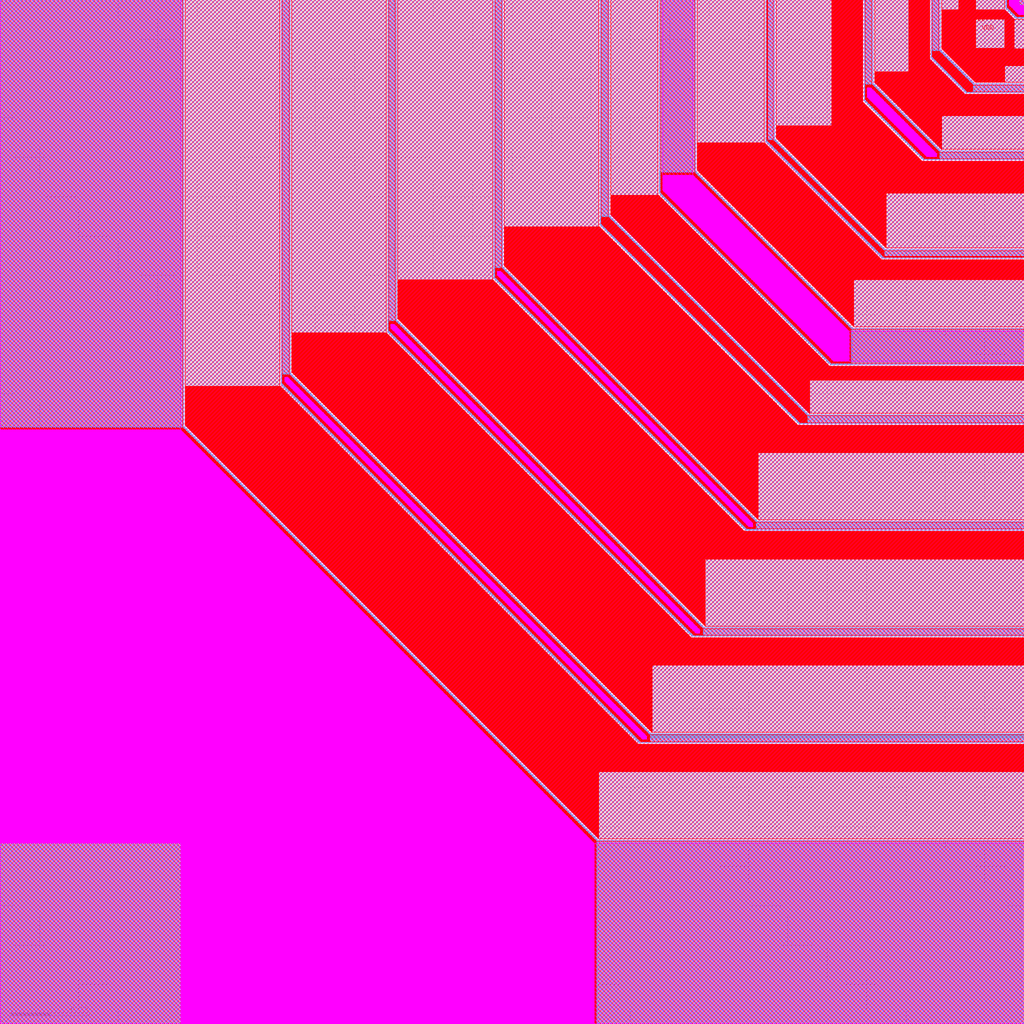
<source format=lef>
# Copyright 2025 ICsprout Integrated Circuit Co., Ltd.
#
# Licensed under the Apache License, Version 2.0 (the "License");
# you may not use this file except in compliance with the License.
# You may obtain a copy of the License at
#
#     http://www.apache.org/licenses/LICENSE-2.0
#
# Unless required by applicable law or agreed to in writing, software
# distributed under the License is distributed on an "AS IS" BASIS,
# WITHOUT WARRANTIES OR CONDITIONS OF ANY KIND, either express or implied.
# See the License for the specific language governing permissions and
# limitations under the License.

VERSION 5.7 ;
BUSBITCHARS "[]" ;
DIVIDERCHAR "/" ;

SITE IOSite
    SYMMETRY x y r90 ;
    CLASS pad ;
    SIZE 0.005 BY 130.000 ;
END IOSite

SITE IOCorner
    SYMMETRY x y r90 ;
    CLASS pad ;
    SIZE 130.000 BY 130.000 ;
END IOCorner

MACRO P65_1233_CORNER
  CLASS PAD ;
  ORIGIN 20 20 ;
  FOREIGN P65_1233_CORNER -20 -20 ;
  SIZE 130 BY 130 ;
  SYMMETRY X Y R90 ;
  SITE IOSite ;
  PIN VDD
    DIRECTION INOUT ;
    USE POWER ;
    PORT
      CLASS CORE ;
      LAYER MET5 ;
        RECT 99.5 103.817 107.5 110 ;
      LAYER MET4 ;
        RECT 99.5 103.817 107.5 110 ;
      LAYER MET3 ;
        RECT 99.5 103.817 107.5 110 ;
      LAYER MET2 ;
        RECT 99.5 103.817 107.5 110 ;
    END
    PORT
      LAYER MET5 ;
        RECT 103.84 99.5 110 107.5 ;
        RECT 99.5 103.817 108.75 107.504 ;
        RECT 99.5 103.817 108.742 107.531 ;
        RECT 99.5 103.817 108.696 107.577 ;
        RECT 99.5 103.817 108.65 107.623 ;
        RECT 99.5 103.817 108.604 107.669 ;
        RECT 99.5 103.817 108.558 107.715 ;
        RECT 99.5 103.817 108.512 107.761 ;
        RECT 99.5 103.817 108.466 107.807 ;
        RECT 99.5 103.817 108.42 107.853 ;
        RECT 99.5 103.817 108.374 107.899 ;
        RECT 99.5 103.817 108.328 107.945 ;
        RECT 99.5 103.817 108.282 107.991 ;
        RECT 99.5 103.817 108.236 108.037 ;
        RECT 99.5 103.817 108.19 108.083 ;
        RECT 99.5 103.817 108.144 108.129 ;
        RECT 99.5 103.817 108.098 108.175 ;
        RECT 99.5 103.817 108.052 108.221 ;
        RECT 99.5 103.817 108.006 108.267 ;
        RECT 99.5 103.817 107.96 108.313 ;
        RECT 99.5 103.817 107.914 108.359 ;
        RECT 99.5 103.817 107.868 108.405 ;
        RECT 99.5 103.817 107.822 108.451 ;
        RECT 99.5 103.817 107.776 108.497 ;
        RECT 99.5 103.817 107.73 108.543 ;
        RECT 99.5 103.817 107.684 108.589 ;
        RECT 99.5 103.817 107.638 108.635 ;
        RECT 99.5 103.817 107.592 108.681 ;
        RECT 99.5 103.817 107.546 108.727 ;
        RECT 99.546 103.771 110 107.5 ;
        RECT 103.824 99.508 107.5 110 ;
        RECT 99.592 103.725 110 107.5 ;
        RECT 103.778 99.539 107.5 110 ;
        RECT 99.638 103.679 110 107.5 ;
        RECT 103.732 99.585 107.5 110 ;
        RECT 99.684 103.633 110 107.5 ;
        RECT 103.686 99.631 107.5 110 ;
        RECT 99.73 103.587 110 107.5 ;
        RECT 103.64 99.677 107.5 110 ;
        RECT 99.776 103.541 110 107.5 ;
        RECT 103.594 99.723 107.5 110 ;
        RECT 99.822 103.495 110 107.5 ;
        RECT 103.548 99.769 107.5 110 ;
        RECT 99.868 103.449 110 107.5 ;
        RECT 103.502 99.815 107.5 110 ;
        RECT 99.914 103.403 110 107.5 ;
        RECT 103.456 99.861 107.5 110 ;
        RECT 99.96 103.357 110 107.5 ;
        RECT 103.41 99.907 107.5 110 ;
        RECT 100.006 103.311 110 107.5 ;
        RECT 103.364 99.953 107.5 110 ;
        RECT 100.052 103.265 110 107.5 ;
        RECT 103.318 99.999 107.5 110 ;
        RECT 100.098 103.219 110 107.5 ;
        RECT 103.272 100.045 107.5 110 ;
        RECT 100.144 103.173 110 107.5 ;
        RECT 103.226 100.091 107.5 110 ;
        RECT 100.19 103.127 110 107.5 ;
        RECT 103.18 100.137 107.5 110 ;
        RECT 100.236 103.081 110 107.5 ;
        RECT 103.134 100.183 107.5 110 ;
        RECT 100.282 103.035 110 107.5 ;
        RECT 103.088 100.229 107.5 110 ;
        RECT 100.328 102.989 110 107.5 ;
        RECT 103.042 100.275 107.5 110 ;
        RECT 100.374 102.943 110 107.5 ;
        RECT 102.996 100.321 107.5 110 ;
        RECT 100.42 102.897 110 107.5 ;
        RECT 102.95 100.367 107.5 110 ;
        RECT 100.466 102.851 110 107.5 ;
        RECT 102.904 100.413 107.5 110 ;
        RECT 100.512 102.805 110 107.5 ;
        RECT 102.858 100.459 107.5 110 ;
        RECT 100.558 102.759 110 107.5 ;
        RECT 102.812 100.505 107.5 110 ;
        RECT 100.604 102.713 110 107.5 ;
        RECT 102.766 100.551 107.5 110 ;
        RECT 100.65 102.667 110 107.5 ;
        RECT 102.72 100.597 107.5 110 ;
        RECT 100.696 102.621 110 107.5 ;
        RECT 102.674 100.643 107.5 110 ;
        RECT 100.742 102.575 110 107.5 ;
        RECT 102.628 100.689 107.5 110 ;
        RECT 100.788 102.529 110 107.5 ;
        RECT 102.582 100.735 107.5 110 ;
        RECT 100.834 102.483 110 107.5 ;
        RECT 102.536 100.781 107.5 110 ;
        RECT 100.88 102.437 110 107.5 ;
        RECT 102.49 100.827 107.5 110 ;
        RECT 100.926 102.391 110 107.5 ;
        RECT 102.444 100.873 107.5 110 ;
        RECT 100.972 102.345 110 107.5 ;
        RECT 102.398 100.919 107.5 110 ;
        RECT 101.018 102.299 110 107.5 ;
        RECT 102.352 100.965 107.5 110 ;
        RECT 101.064 102.253 110 107.5 ;
        RECT 102.306 101.011 107.5 110 ;
        RECT 101.11 102.207 110 107.5 ;
        RECT 102.26 101.057 107.5 110 ;
        RECT 101.156 102.161 110 107.5 ;
        RECT 102.214 101.103 107.5 110 ;
        RECT 101.202 102.115 110 107.5 ;
        RECT 102.168 101.149 107.5 110 ;
        RECT 101.248 102.069 110 107.5 ;
        RECT 102.122 101.195 107.5 110 ;
        RECT 101.294 102.023 110 107.5 ;
        RECT 102.076 101.241 107.5 110 ;
        RECT 101.34 101.977 110 107.5 ;
        RECT 102.03 101.287 107.5 110 ;
        RECT 101.386 101.931 110 107.5 ;
        RECT 101.984 101.333 107.5 110 ;
        RECT 101.432 101.885 110 107.5 ;
        RECT 101.938 101.379 107.5 110 ;
        RECT 101.478 101.839 110 107.5 ;
        RECT 101.892 101.425 107.5 110 ;
        RECT 101.524 101.793 110 107.5 ;
        RECT 101.846 101.471 107.5 110 ;
        RECT 101.57 101.747 110 107.5 ;
        RECT 101.8 101.517 107.5 110 ;
        RECT 101.616 101.701 110 107.5 ;
        RECT 101.754 101.563 107.5 110 ;
        RECT 101.662 101.655 110 107.5 ;
        RECT 101.708 101.609 107.5 110 ;
      LAYER MET4 ;
        RECT 103.84 99.5 110 107.5 ;
        RECT 99.5 103.817 108.75 107.504 ;
        RECT 99.5 103.817 108.742 107.531 ;
        RECT 99.5 103.817 108.696 107.577 ;
        RECT 99.5 103.817 108.65 107.623 ;
        RECT 99.5 103.817 108.604 107.669 ;
        RECT 99.5 103.817 108.558 107.715 ;
        RECT 99.5 103.817 108.512 107.761 ;
        RECT 99.5 103.817 108.466 107.807 ;
        RECT 99.5 103.817 108.42 107.853 ;
        RECT 99.5 103.817 108.374 107.899 ;
        RECT 99.5 103.817 108.328 107.945 ;
        RECT 99.5 103.817 108.282 107.991 ;
        RECT 99.5 103.817 108.236 108.037 ;
        RECT 99.5 103.817 108.19 108.083 ;
        RECT 99.5 103.817 108.144 108.129 ;
        RECT 99.5 103.817 108.098 108.175 ;
        RECT 99.5 103.817 108.052 108.221 ;
        RECT 99.5 103.817 108.006 108.267 ;
        RECT 99.5 103.817 107.96 108.313 ;
        RECT 99.5 103.817 107.914 108.359 ;
        RECT 99.5 103.817 107.868 108.405 ;
        RECT 99.5 103.817 107.822 108.451 ;
        RECT 99.5 103.817 107.776 108.497 ;
        RECT 99.5 103.817 107.73 108.543 ;
        RECT 99.5 103.817 107.684 108.589 ;
        RECT 99.5 103.817 107.638 108.635 ;
        RECT 99.5 103.817 107.592 108.681 ;
        RECT 99.5 103.817 107.546 108.727 ;
        RECT 99.546 103.771 110 107.5 ;
        RECT 103.824 99.508 107.5 110 ;
        RECT 99.592 103.725 110 107.5 ;
        RECT 103.778 99.539 107.5 110 ;
        RECT 99.638 103.679 110 107.5 ;
        RECT 103.732 99.585 107.5 110 ;
        RECT 99.684 103.633 110 107.5 ;
        RECT 103.686 99.631 107.5 110 ;
        RECT 99.73 103.587 110 107.5 ;
        RECT 103.64 99.677 107.5 110 ;
        RECT 99.776 103.541 110 107.5 ;
        RECT 103.594 99.723 107.5 110 ;
        RECT 99.822 103.495 110 107.5 ;
        RECT 103.548 99.769 107.5 110 ;
        RECT 99.868 103.449 110 107.5 ;
        RECT 103.502 99.815 107.5 110 ;
        RECT 99.914 103.403 110 107.5 ;
        RECT 103.456 99.861 107.5 110 ;
        RECT 99.96 103.357 110 107.5 ;
        RECT 103.41 99.907 107.5 110 ;
        RECT 100.006 103.311 110 107.5 ;
        RECT 103.364 99.953 107.5 110 ;
        RECT 100.052 103.265 110 107.5 ;
        RECT 103.318 99.999 107.5 110 ;
        RECT 100.098 103.219 110 107.5 ;
        RECT 103.272 100.045 107.5 110 ;
        RECT 100.144 103.173 110 107.5 ;
        RECT 103.226 100.091 107.5 110 ;
        RECT 100.19 103.127 110 107.5 ;
        RECT 103.18 100.137 107.5 110 ;
        RECT 100.236 103.081 110 107.5 ;
        RECT 103.134 100.183 107.5 110 ;
        RECT 100.282 103.035 110 107.5 ;
        RECT 103.088 100.229 107.5 110 ;
        RECT 100.328 102.989 110 107.5 ;
        RECT 103.042 100.275 107.5 110 ;
        RECT 100.374 102.943 110 107.5 ;
        RECT 102.996 100.321 107.5 110 ;
        RECT 100.42 102.897 110 107.5 ;
        RECT 102.95 100.367 107.5 110 ;
        RECT 100.466 102.851 110 107.5 ;
        RECT 102.904 100.413 107.5 110 ;
        RECT 100.512 102.805 110 107.5 ;
        RECT 102.858 100.459 107.5 110 ;
        RECT 100.558 102.759 110 107.5 ;
        RECT 102.812 100.505 107.5 110 ;
        RECT 100.604 102.713 110 107.5 ;
        RECT 102.766 100.551 107.5 110 ;
        RECT 100.65 102.667 110 107.5 ;
        RECT 102.72 100.597 107.5 110 ;
        RECT 100.696 102.621 110 107.5 ;
        RECT 102.674 100.643 107.5 110 ;
        RECT 100.742 102.575 110 107.5 ;
        RECT 102.628 100.689 107.5 110 ;
        RECT 100.788 102.529 110 107.5 ;
        RECT 102.582 100.735 107.5 110 ;
        RECT 100.834 102.483 110 107.5 ;
        RECT 102.536 100.781 107.5 110 ;
        RECT 100.88 102.437 110 107.5 ;
        RECT 102.49 100.827 107.5 110 ;
        RECT 100.926 102.391 110 107.5 ;
        RECT 102.444 100.873 107.5 110 ;
        RECT 100.972 102.345 110 107.5 ;
        RECT 102.398 100.919 107.5 110 ;
        RECT 101.018 102.299 110 107.5 ;
        RECT 102.352 100.965 107.5 110 ;
        RECT 101.064 102.253 110 107.5 ;
        RECT 102.306 101.011 107.5 110 ;
        RECT 101.11 102.207 110 107.5 ;
        RECT 102.26 101.057 107.5 110 ;
        RECT 101.156 102.161 110 107.5 ;
        RECT 102.214 101.103 107.5 110 ;
        RECT 101.202 102.115 110 107.5 ;
        RECT 102.168 101.149 107.5 110 ;
        RECT 101.248 102.069 110 107.5 ;
        RECT 102.122 101.195 107.5 110 ;
        RECT 101.294 102.023 110 107.5 ;
        RECT 102.076 101.241 107.5 110 ;
        RECT 101.34 101.977 110 107.5 ;
        RECT 102.03 101.287 107.5 110 ;
        RECT 101.386 101.931 110 107.5 ;
        RECT 101.984 101.333 107.5 110 ;
        RECT 101.432 101.885 110 107.5 ;
        RECT 101.938 101.379 107.5 110 ;
        RECT 101.478 101.839 110 107.5 ;
        RECT 101.892 101.425 107.5 110 ;
        RECT 101.524 101.793 110 107.5 ;
        RECT 101.846 101.471 107.5 110 ;
        RECT 101.57 101.747 110 107.5 ;
        RECT 101.8 101.517 107.5 110 ;
        RECT 101.616 101.701 110 107.5 ;
        RECT 101.754 101.563 107.5 110 ;
        RECT 101.662 101.655 110 107.5 ;
        RECT 101.708 101.609 107.5 110 ;
      LAYER MET3 ;
        RECT 103.84 99.5 110 107.5 ;
        RECT 99.5 103.817 108.75 107.504 ;
        RECT 99.5 103.817 108.742 107.531 ;
        RECT 99.5 103.817 108.696 107.577 ;
        RECT 99.5 103.817 108.65 107.623 ;
        RECT 99.5 103.817 108.604 107.669 ;
        RECT 99.5 103.817 108.558 107.715 ;
        RECT 99.5 103.817 108.512 107.761 ;
        RECT 99.5 103.817 108.466 107.807 ;
        RECT 99.5 103.817 108.42 107.853 ;
        RECT 99.5 103.817 108.374 107.899 ;
        RECT 99.5 103.817 108.328 107.945 ;
        RECT 99.5 103.817 108.282 107.991 ;
        RECT 99.5 103.817 108.236 108.037 ;
        RECT 99.5 103.817 108.19 108.083 ;
        RECT 99.5 103.817 108.144 108.129 ;
        RECT 99.5 103.817 108.098 108.175 ;
        RECT 99.5 103.817 108.052 108.221 ;
        RECT 99.5 103.817 108.006 108.267 ;
        RECT 99.5 103.817 107.96 108.313 ;
        RECT 99.5 103.817 107.914 108.359 ;
        RECT 99.5 103.817 107.868 108.405 ;
        RECT 99.5 103.817 107.822 108.451 ;
        RECT 99.5 103.817 107.776 108.497 ;
        RECT 99.5 103.817 107.73 108.543 ;
        RECT 99.5 103.817 107.684 108.589 ;
        RECT 99.5 103.817 107.638 108.635 ;
        RECT 99.5 103.817 107.592 108.681 ;
        RECT 99.5 103.817 107.546 108.727 ;
        RECT 99.546 103.771 110 107.5 ;
        RECT 103.824 99.508 107.5 110 ;
        RECT 99.592 103.725 110 107.5 ;
        RECT 103.778 99.539 107.5 110 ;
        RECT 99.638 103.679 110 107.5 ;
        RECT 103.732 99.585 107.5 110 ;
        RECT 99.684 103.633 110 107.5 ;
        RECT 103.686 99.631 107.5 110 ;
        RECT 99.73 103.587 110 107.5 ;
        RECT 103.64 99.677 107.5 110 ;
        RECT 99.776 103.541 110 107.5 ;
        RECT 103.594 99.723 107.5 110 ;
        RECT 99.822 103.495 110 107.5 ;
        RECT 103.548 99.769 107.5 110 ;
        RECT 99.868 103.449 110 107.5 ;
        RECT 103.502 99.815 107.5 110 ;
        RECT 99.914 103.403 110 107.5 ;
        RECT 103.456 99.861 107.5 110 ;
        RECT 99.96 103.357 110 107.5 ;
        RECT 103.41 99.907 107.5 110 ;
        RECT 100.006 103.311 110 107.5 ;
        RECT 103.364 99.953 107.5 110 ;
        RECT 100.052 103.265 110 107.5 ;
        RECT 103.318 99.999 107.5 110 ;
        RECT 100.098 103.219 110 107.5 ;
        RECT 103.272 100.045 107.5 110 ;
        RECT 100.144 103.173 110 107.5 ;
        RECT 103.226 100.091 107.5 110 ;
        RECT 100.19 103.127 110 107.5 ;
        RECT 103.18 100.137 107.5 110 ;
        RECT 100.236 103.081 110 107.5 ;
        RECT 103.134 100.183 107.5 110 ;
        RECT 100.282 103.035 110 107.5 ;
        RECT 103.088 100.229 107.5 110 ;
        RECT 100.328 102.989 110 107.5 ;
        RECT 103.042 100.275 107.5 110 ;
        RECT 100.374 102.943 110 107.5 ;
        RECT 102.996 100.321 107.5 110 ;
        RECT 100.42 102.897 110 107.5 ;
        RECT 102.95 100.367 107.5 110 ;
        RECT 100.466 102.851 110 107.5 ;
        RECT 102.904 100.413 107.5 110 ;
        RECT 100.512 102.805 110 107.5 ;
        RECT 102.858 100.459 107.5 110 ;
        RECT 100.558 102.759 110 107.5 ;
        RECT 102.812 100.505 107.5 110 ;
        RECT 100.604 102.713 110 107.5 ;
        RECT 102.766 100.551 107.5 110 ;
        RECT 100.65 102.667 110 107.5 ;
        RECT 102.72 100.597 107.5 110 ;
        RECT 100.696 102.621 110 107.5 ;
        RECT 102.674 100.643 107.5 110 ;
        RECT 100.742 102.575 110 107.5 ;
        RECT 102.628 100.689 107.5 110 ;
        RECT 100.788 102.529 110 107.5 ;
        RECT 102.582 100.735 107.5 110 ;
        RECT 100.834 102.483 110 107.5 ;
        RECT 102.536 100.781 107.5 110 ;
        RECT 100.88 102.437 110 107.5 ;
        RECT 102.49 100.827 107.5 110 ;
        RECT 100.926 102.391 110 107.5 ;
        RECT 102.444 100.873 107.5 110 ;
        RECT 100.972 102.345 110 107.5 ;
        RECT 102.398 100.919 107.5 110 ;
        RECT 101.018 102.299 110 107.5 ;
        RECT 102.352 100.965 107.5 110 ;
        RECT 101.064 102.253 110 107.5 ;
        RECT 102.306 101.011 107.5 110 ;
        RECT 101.11 102.207 110 107.5 ;
        RECT 102.26 101.057 107.5 110 ;
        RECT 101.156 102.161 110 107.5 ;
        RECT 102.214 101.103 107.5 110 ;
        RECT 101.202 102.115 110 107.5 ;
        RECT 102.168 101.149 107.5 110 ;
        RECT 101.248 102.069 110 107.5 ;
        RECT 102.122 101.195 107.5 110 ;
        RECT 101.294 102.023 110 107.5 ;
        RECT 102.076 101.241 107.5 110 ;
        RECT 101.34 101.977 110 107.5 ;
        RECT 102.03 101.287 107.5 110 ;
        RECT 101.386 101.931 110 107.5 ;
        RECT 101.984 101.333 107.5 110 ;
        RECT 101.432 101.885 110 107.5 ;
        RECT 101.938 101.379 107.5 110 ;
        RECT 101.478 101.839 110 107.5 ;
        RECT 101.892 101.425 107.5 110 ;
        RECT 101.524 101.793 110 107.5 ;
        RECT 101.846 101.471 107.5 110 ;
        RECT 101.57 101.747 110 107.5 ;
        RECT 101.8 101.517 107.5 110 ;
        RECT 101.616 101.701 110 107.5 ;
        RECT 101.754 101.563 107.5 110 ;
        RECT 101.662 101.655 110 107.5 ;
        RECT 101.708 101.609 107.5 110 ;
      LAYER MET2 ;
        RECT 103.84 99.5 110 107.5 ;
        RECT 99.5 103.817 108.75 107.504 ;
        RECT 99.5 103.817 108.742 107.531 ;
        RECT 99.5 103.817 108.696 107.577 ;
        RECT 99.5 103.817 108.65 107.623 ;
        RECT 99.5 103.817 108.604 107.669 ;
        RECT 99.5 103.817 108.558 107.715 ;
        RECT 99.5 103.817 108.512 107.761 ;
        RECT 99.5 103.817 108.466 107.807 ;
        RECT 99.5 103.817 108.42 107.853 ;
        RECT 99.5 103.817 108.374 107.899 ;
        RECT 99.5 103.817 108.328 107.945 ;
        RECT 99.5 103.817 108.282 107.991 ;
        RECT 99.5 103.817 108.236 108.037 ;
        RECT 99.5 103.817 108.19 108.083 ;
        RECT 99.5 103.817 108.144 108.129 ;
        RECT 99.5 103.817 108.098 108.175 ;
        RECT 99.5 103.817 108.052 108.221 ;
        RECT 99.5 103.817 108.006 108.267 ;
        RECT 99.5 103.817 107.96 108.313 ;
        RECT 99.5 103.817 107.914 108.359 ;
        RECT 99.5 103.817 107.868 108.405 ;
        RECT 99.5 103.817 107.822 108.451 ;
        RECT 99.5 103.817 107.776 108.497 ;
        RECT 99.5 103.817 107.73 108.543 ;
        RECT 99.5 103.817 107.684 108.589 ;
        RECT 99.5 103.817 107.638 108.635 ;
        RECT 99.5 103.817 107.592 108.681 ;
        RECT 99.5 103.817 107.546 108.727 ;
        RECT 99.546 103.771 110 107.5 ;
        RECT 103.824 99.508 107.5 110 ;
        RECT 99.592 103.725 110 107.5 ;
        RECT 103.778 99.539 107.5 110 ;
        RECT 99.638 103.679 110 107.5 ;
        RECT 103.732 99.585 107.5 110 ;
        RECT 99.684 103.633 110 107.5 ;
        RECT 103.686 99.631 107.5 110 ;
        RECT 99.73 103.587 110 107.5 ;
        RECT 103.64 99.677 107.5 110 ;
        RECT 99.776 103.541 110 107.5 ;
        RECT 103.594 99.723 107.5 110 ;
        RECT 99.822 103.495 110 107.5 ;
        RECT 103.548 99.769 107.5 110 ;
        RECT 99.868 103.449 110 107.5 ;
        RECT 103.502 99.815 107.5 110 ;
        RECT 99.914 103.403 110 107.5 ;
        RECT 103.456 99.861 107.5 110 ;
        RECT 99.96 103.357 110 107.5 ;
        RECT 103.41 99.907 107.5 110 ;
        RECT 100.006 103.311 110 107.5 ;
        RECT 103.364 99.953 107.5 110 ;
        RECT 100.052 103.265 110 107.5 ;
        RECT 103.318 99.999 107.5 110 ;
        RECT 100.098 103.219 110 107.5 ;
        RECT 103.272 100.045 107.5 110 ;
        RECT 100.144 103.173 110 107.5 ;
        RECT 103.226 100.091 107.5 110 ;
        RECT 100.19 103.127 110 107.5 ;
        RECT 103.18 100.137 107.5 110 ;
        RECT 100.236 103.081 110 107.5 ;
        RECT 103.134 100.183 107.5 110 ;
        RECT 100.282 103.035 110 107.5 ;
        RECT 103.088 100.229 107.5 110 ;
        RECT 100.328 102.989 110 107.5 ;
        RECT 103.042 100.275 107.5 110 ;
        RECT 100.374 102.943 110 107.5 ;
        RECT 102.996 100.321 107.5 110 ;
        RECT 100.42 102.897 110 107.5 ;
        RECT 102.95 100.367 107.5 110 ;
        RECT 100.466 102.851 110 107.5 ;
        RECT 102.904 100.413 107.5 110 ;
        RECT 100.512 102.805 110 107.5 ;
        RECT 102.858 100.459 107.5 110 ;
        RECT 100.558 102.759 110 107.5 ;
        RECT 102.812 100.505 107.5 110 ;
        RECT 100.604 102.713 110 107.5 ;
        RECT 102.766 100.551 107.5 110 ;
        RECT 100.65 102.667 110 107.5 ;
        RECT 102.72 100.597 107.5 110 ;
        RECT 100.696 102.621 110 107.5 ;
        RECT 102.674 100.643 107.5 110 ;
        RECT 100.742 102.575 110 107.5 ;
        RECT 102.628 100.689 107.5 110 ;
        RECT 100.788 102.529 110 107.5 ;
        RECT 102.582 100.735 107.5 110 ;
        RECT 100.834 102.483 110 107.5 ;
        RECT 102.536 100.781 107.5 110 ;
        RECT 100.88 102.437 110 107.5 ;
        RECT 102.49 100.827 107.5 110 ;
        RECT 100.926 102.391 110 107.5 ;
        RECT 102.444 100.873 107.5 110 ;
        RECT 100.972 102.345 110 107.5 ;
        RECT 102.398 100.919 107.5 110 ;
        RECT 101.018 102.299 110 107.5 ;
        RECT 102.352 100.965 107.5 110 ;
        RECT 101.064 102.253 110 107.5 ;
        RECT 102.306 101.011 107.5 110 ;
        RECT 101.11 102.207 110 107.5 ;
        RECT 102.26 101.057 107.5 110 ;
        RECT 101.156 102.161 110 107.5 ;
        RECT 102.214 101.103 107.5 110 ;
        RECT 101.202 102.115 110 107.5 ;
        RECT 102.168 101.149 107.5 110 ;
        RECT 101.248 102.069 110 107.5 ;
        RECT 102.122 101.195 107.5 110 ;
        RECT 101.294 102.023 110 107.5 ;
        RECT 102.076 101.241 107.5 110 ;
        RECT 101.34 101.977 110 107.5 ;
        RECT 102.03 101.287 107.5 110 ;
        RECT 101.386 101.931 110 107.5 ;
        RECT 101.984 101.333 107.5 110 ;
        RECT 101.432 101.885 110 107.5 ;
        RECT 101.938 101.379 107.5 110 ;
        RECT 101.478 101.839 110 107.5 ;
        RECT 101.892 101.425 107.5 110 ;
        RECT 101.524 101.793 110 107.5 ;
        RECT 101.846 101.471 107.5 110 ;
        RECT 101.57 101.747 110 107.5 ;
        RECT 101.8 101.517 107.5 110 ;
        RECT 101.616 101.701 110 107.5 ;
        RECT 101.754 101.563 107.5 110 ;
        RECT 101.662 101.655 110 107.5 ;
        RECT 101.708 101.609 107.5 110 ;
    END
  END VDD
  PIN VDDIO
    DIRECTION INOUT ;
    USE POWER ;
    PORT
      LAYER MET5 ;
        RECT 79.232 61.005 79.278 69.485 ;
        RECT 70.768 69.469 79.232 69.531 ;
        RECT 77.898 62.339 110 63.5 ;
        RECT 79.186 61.051 79.232 69.531 ;
        RECT 70.722 69.515 79.186 69.577 ;
        RECT 77.944 62.293 110 63.5 ;
        RECT 79.14 61.097 79.186 69.577 ;
        RECT 70.676 69.561 79.14 69.623 ;
        RECT 77.99 62.247 110 63.5 ;
        RECT 79.094 61.143 79.14 69.623 ;
        RECT 70.63 69.607 79.094 69.669 ;
        RECT 78.036 62.201 110 63.5 ;
        RECT 79.048 61.189 79.094 69.669 ;
        RECT 70.584 69.653 79.048 69.715 ;
        RECT 78.082 62.155 110 63.5 ;
        RECT 79.002 61.235 79.048 69.715 ;
        RECT 70.538 69.699 79.002 69.761 ;
        RECT 78.128 62.109 110 63.5 ;
        RECT 78.956 61.281 79.002 69.761 ;
        RECT 70.492 69.745 78.956 69.807 ;
        RECT 78.174 62.063 110 63.5 ;
        RECT 78.91 61.327 78.956 69.807 ;
        RECT 70.446 69.791 78.91 69.853 ;
        RECT 78.22 62.017 110 63.5 ;
        RECT 78.864 61.373 78.91 69.853 ;
        RECT 70.4 69.837 78.864 69.899 ;
        RECT 78.266 61.971 110 63.5 ;
        RECT 78.818 61.419 78.864 69.899 ;
        RECT 70.354 69.883 78.818 69.945 ;
        RECT 78.312 61.925 110 63.5 ;
        RECT 78.772 61.465 78.818 69.945 ;
        RECT 70.308 69.929 78.772 69.991 ;
        RECT 78.358 61.879 110 63.5 ;
        RECT 78.726 61.511 78.772 69.991 ;
        RECT 70.262 69.975 78.726 70.037 ;
        RECT 78.404 61.833 110 63.5 ;
        RECT 78.68 61.557 78.726 70.037 ;
        RECT 70.216 70.021 78.68 70.083 ;
        RECT 78.45 61.787 110 63.5 ;
        RECT 78.634 61.603 78.68 70.083 ;
        RECT 70.17 70.067 78.634 70.129 ;
        RECT 78.496 61.741 110 63.5 ;
        RECT 78.588 61.649 78.634 70.129 ;
        RECT 70.124 70.113 78.588 70.175 ;
        RECT 78.542 61.695 110 63.5 ;
        RECT 70.078 70.159 78.542 70.221 ;
        RECT 70.032 70.205 78.496 70.267 ;
        RECT 69.986 70.251 78.45 70.313 ;
        RECT 69.94 70.297 78.404 70.359 ;
        RECT 69.894 70.343 78.358 70.405 ;
        RECT 69.848 70.389 78.312 70.451 ;
        RECT 69.802 70.435 78.266 70.497 ;
        RECT 69.756 70.481 78.22 70.543 ;
        RECT 69.71 70.527 78.174 70.589 ;
        RECT 69.664 70.573 78.128 70.635 ;
        RECT 69.618 70.619 78.082 70.681 ;
        RECT 69.572 70.665 78.036 70.727 ;
        RECT 69.526 70.711 77.99 70.773 ;
        RECT 69.48 70.757 77.944 70.819 ;
        RECT 69.434 70.803 77.898 70.865 ;
        RECT 69.388 70.849 77.852 70.911 ;
        RECT 69.342 70.895 77.806 70.957 ;
        RECT 69.296 70.941 77.76 71.003 ;
        RECT 69.25 70.987 77.714 71.049 ;
        RECT 69.204 71.033 77.668 71.095 ;
        RECT 69.158 71.079 77.622 71.141 ;
        RECT 69.112 71.125 77.576 71.187 ;
        RECT 69.066 71.171 77.53 71.233 ;
        RECT 69.02 71.217 77.484 71.279 ;
        RECT 68.974 71.263 77.438 71.325 ;
        RECT 68.928 71.309 77.392 71.371 ;
        RECT 68.882 71.355 77.346 71.417 ;
        RECT 68.836 71.401 77.3 71.463 ;
        RECT 68.79 71.447 77.254 71.509 ;
        RECT 68.744 71.493 77.208 71.555 ;
        RECT 68.698 71.539 77.162 71.601 ;
        RECT 68.652 71.585 77.116 71.647 ;
        RECT 68.606 71.631 77.07 71.693 ;
        RECT 68.56 71.677 77.024 71.739 ;
        RECT 68.514 71.723 76.978 71.785 ;
        RECT 68.468 71.769 76.932 71.831 ;
        RECT 68.422 71.815 76.886 71.877 ;
        RECT 68.376 71.861 76.84 71.923 ;
        RECT 68.33 71.907 76.794 71.969 ;
        RECT 68.284 71.953 76.748 72.015 ;
        RECT 68.238 71.999 76.702 72.061 ;
        RECT 68.192 72.045 76.656 72.107 ;
        RECT 68.146 72.091 76.61 72.153 ;
        RECT 68.1 72.137 76.564 72.199 ;
        RECT 68.054 72.183 76.518 72.245 ;
        RECT 68.008 72.229 76.472 72.291 ;
        RECT 67.962 72.275 76.426 72.337 ;
        RECT 67.916 72.321 76.38 72.383 ;
        RECT 67.87 72.367 76.334 72.429 ;
        RECT 67.824 72.413 76.288 72.475 ;
        RECT 67.778 72.459 76.242 72.521 ;
        RECT 67.732 72.505 76.196 72.567 ;
        RECT 67.686 72.551 76.15 72.613 ;
        RECT 67.64 72.597 76.104 72.659 ;
        RECT 67.594 72.643 76.058 72.705 ;
        RECT 67.548 72.689 76.012 72.751 ;
        RECT 67.502 72.735 75.966 72.797 ;
        RECT 67.456 72.781 75.92 72.843 ;
        RECT 67.41 72.827 75.874 72.889 ;
        RECT 67.364 72.873 75.828 72.935 ;
        RECT 67.318 72.919 75.782 72.981 ;
        RECT 67.272 72.965 75.736 73.027 ;
        RECT 67.226 73.011 75.69 73.073 ;
        RECT 67.18 73.057 75.644 73.119 ;
        RECT 67.134 73.103 75.598 73.165 ;
        RECT 67.088 73.149 75.552 73.211 ;
        RECT 67.042 73.195 75.506 73.257 ;
        RECT 66.996 73.241 75.46 73.303 ;
        RECT 66.95 73.287 75.414 73.349 ;
        RECT 66.904 73.333 75.368 73.395 ;
        RECT 66.858 73.379 75.322 73.441 ;
        RECT 66.812 73.425 75.276 73.487 ;
        RECT 66.766 73.471 75.23 73.533 ;
        RECT 66.72 73.517 75.184 73.579 ;
        RECT 66.674 73.563 75.138 73.625 ;
        RECT 66.628 73.609 75.092 73.671 ;
        RECT 66.582 73.655 75.046 73.717 ;
        RECT 66.536 73.701 75 73.763 ;
        RECT 66.49 73.747 74.954 73.809 ;
        RECT 66.444 73.793 74.908 73.855 ;
        RECT 66.398 73.839 74.862 73.901 ;
        RECT 66.352 73.885 74.816 73.947 ;
        RECT 66.306 73.931 74.77 73.993 ;
        RECT 66.26 73.977 74.724 74.039 ;
        RECT 66.214 74.023 74.678 74.085 ;
        RECT 66.168 74.069 74.632 74.131 ;
        RECT 66.122 74.115 74.586 74.177 ;
        RECT 66.076 74.161 74.54 74.223 ;
        RECT 66.03 74.207 74.494 74.269 ;
        RECT 65.984 74.253 74.448 74.315 ;
        RECT 65.938 74.299 74.402 74.361 ;
        RECT 65.892 74.345 74.356 74.407 ;
        RECT 65.846 74.391 74.31 74.453 ;
        RECT 65.8 74.437 74.264 74.499 ;
        RECT 65.754 74.483 74.218 74.545 ;
        RECT 65.708 74.529 74.172 74.591 ;
        RECT 65.662 74.575 74.126 74.637 ;
        RECT 65.616 74.621 74.08 74.683 ;
        RECT 65.57 74.667 74.034 74.729 ;
        RECT 65.524 74.713 73.988 74.775 ;
        RECT 65.478 74.759 73.942 74.821 ;
        RECT 65.432 74.805 73.896 74.867 ;
        RECT 65.386 74.851 73.85 74.913 ;
        RECT 65.34 74.897 73.804 74.959 ;
        RECT 65.294 74.943 73.758 75.005 ;
        RECT 65.248 74.989 73.712 75.051 ;
        RECT 65.202 75.035 73.666 75.097 ;
        RECT 65.156 75.081 73.62 75.143 ;
        RECT 65.11 75.127 73.574 75.189 ;
        RECT 65.064 75.173 73.528 75.235 ;
        RECT 65.018 75.219 73.482 75.281 ;
        RECT 64.972 75.265 73.436 75.327 ;
        RECT 64.926 75.311 73.39 75.373 ;
        RECT 64.88 75.357 73.344 75.419 ;
        RECT 64.834 75.403 73.298 75.465 ;
        RECT 64.788 75.449 73.252 75.511 ;
        RECT 64.742 75.495 73.206 75.557 ;
        RECT 64.696 75.541 73.16 75.603 ;
        RECT 64.65 75.587 73.114 75.649 ;
        RECT 64.604 75.633 73.068 75.695 ;
        RECT 64.558 75.679 73.022 75.741 ;
        RECT 64.512 75.725 72.976 75.787 ;
        RECT 64.466 75.771 72.93 75.833 ;
        RECT 64.42 75.817 72.884 75.879 ;
        RECT 64.374 75.863 72.838 75.925 ;
        RECT 64.328 75.909 72.792 75.971 ;
        RECT 64.282 75.955 72.746 76.017 ;
        RECT 64.236 76.001 72.7 76.063 ;
        RECT 64.19 76.047 72.654 76.109 ;
        RECT 64.144 76.093 72.608 76.155 ;
        RECT 64.098 76.139 72.562 76.201 ;
        RECT 64.052 76.185 72.516 76.247 ;
        RECT 64.006 76.231 72.47 76.293 ;
        RECT 63.96 76.277 72.424 76.339 ;
        RECT 63.914 76.323 72.378 76.385 ;
        RECT 63.868 76.369 72.332 76.431 ;
        RECT 63.822 76.415 72.286 76.477 ;
        RECT 63.776 76.461 72.24 76.523 ;
        RECT 63.73 76.507 72.194 76.569 ;
        RECT 63.684 76.553 72.148 76.615 ;
        RECT 63.638 76.599 72.102 76.661 ;
        RECT 63.592 76.645 72.056 76.707 ;
        RECT 63.546 76.691 72.01 76.753 ;
        RECT 63.5 76.737 71.964 76.799 ;
        RECT 63.48 76.77 71.918 76.845 ;
        RECT 63.434 76.803 71.872 76.891 ;
        RECT 63.388 76.849 71.826 76.937 ;
        RECT 63.342 76.895 71.78 76.983 ;
        RECT 63.296 76.941 71.734 77.029 ;
        RECT 63.25 76.987 71.688 77.075 ;
        RECT 63.204 77.033 71.642 77.121 ;
        RECT 63.158 77.079 71.596 77.167 ;
        RECT 63.112 77.125 71.55 77.213 ;
        RECT 63.066 77.171 71.504 77.259 ;
        RECT 63.02 77.217 71.458 77.305 ;
        RECT 62.974 77.263 71.412 77.351 ;
        RECT 62.928 77.309 71.366 77.397 ;
        RECT 62.882 77.355 71.32 77.443 ;
        RECT 62.836 77.401 71.274 77.489 ;
        RECT 62.79 77.447 71.228 77.535 ;
        RECT 62.744 77.493 71.182 77.581 ;
        RECT 62.698 77.539 71.136 77.627 ;
        RECT 62.652 77.585 71.09 77.673 ;
        RECT 62.606 77.631 71.044 77.719 ;
        RECT 62.56 77.677 70.998 77.765 ;
        RECT 62.514 77.723 70.952 77.811 ;
        RECT 62.468 77.769 70.906 77.857 ;
        RECT 62.422 77.815 70.86 77.903 ;
        RECT 62.376 77.861 70.814 77.949 ;
        RECT 62.33 77.907 70.768 77.995 ;
        RECT 62.284 77.953 70.722 78.041 ;
        RECT 62.238 77.999 70.676 78.087 ;
        RECT 62.192 78.045 70.63 78.133 ;
        RECT 62.146 78.091 70.584 78.179 ;
        RECT 62.1 78.137 70.538 78.225 ;
        RECT 62.054 78.183 70.492 78.271 ;
        RECT 62.008 78.229 70.446 78.317 ;
        RECT 61.962 78.275 70.4 78.363 ;
        RECT 61.916 78.321 70.354 78.409 ;
        RECT 61.87 78.367 70.308 78.455 ;
        RECT 61.824 78.413 70.262 78.501 ;
        RECT 61.778 78.459 70.216 78.547 ;
        RECT 61.732 78.505 70.17 78.593 ;
        RECT 61.686 78.551 70.124 78.639 ;
        RECT 61.64 78.597 70.078 78.685 ;
        RECT 61.594 78.643 70.032 78.731 ;
        RECT 61.548 78.689 69.986 78.777 ;
        RECT 61.502 78.735 69.94 78.823 ;
        RECT 61.456 78.781 69.894 78.869 ;
        RECT 61.41 78.827 69.848 78.915 ;
        RECT 61.364 78.873 69.802 78.961 ;
        RECT 61.318 78.919 69.756 79.007 ;
        RECT 61.272 78.965 69.71 79.053 ;
        RECT 61.226 79.011 69.664 79.099 ;
        RECT 61.18 79.057 69.618 79.145 ;
        RECT 61.134 79.103 69.572 79.191 ;
        RECT 61.088 79.149 69.526 79.237 ;
        RECT 61.042 79.195 69.48 79.283 ;
        RECT 60.996 79.241 69.434 79.329 ;
        RECT 60.95 79.287 69.388 79.375 ;
        RECT 60.904 79.333 69.342 79.421 ;
        RECT 60.858 79.379 69.296 79.467 ;
        RECT 60.812 79.425 69.25 79.513 ;
        RECT 60.766 79.471 69.204 79.559 ;
        RECT 60.72 79.517 69.158 79.605 ;
        RECT 60.674 79.563 69.112 79.651 ;
        RECT 60.628 79.609 69.066 79.697 ;
        RECT 60.582 79.655 69.02 79.743 ;
        RECT 60.536 79.701 68.974 79.789 ;
        RECT 60.49 79.747 68.928 79.835 ;
        RECT 60.444 79.793 68.882 79.881 ;
        RECT 60.398 79.839 68.836 79.927 ;
        RECT 60.352 79.885 68.79 79.973 ;
        RECT 60.306 79.931 68.744 80.019 ;
        RECT 60.26 79.977 68.698 80.065 ;
        RECT 60.214 80.023 68.652 80.111 ;
        RECT 60.168 80.069 68.606 80.157 ;
        RECT 60.122 80.115 68.56 80.203 ;
        RECT 60.076 80.161 68.514 80.249 ;
        RECT 60.03 80.207 68.468 80.295 ;
        RECT 59.984 80.253 68.422 80.341 ;
        RECT 59.938 80.299 68.376 80.387 ;
        RECT 59.892 80.345 68.33 80.433 ;
        RECT 59.846 80.391 68.284 80.479 ;
        RECT 59.8 80.437 68.238 80.525 ;
        RECT 59.754 80.483 68.192 80.571 ;
        RECT 59.708 80.529 68.146 80.617 ;
        RECT 59.662 80.575 68.1 80.663 ;
        RECT 59.616 80.621 68.054 80.709 ;
        RECT 59.57 80.667 68.008 80.755 ;
        RECT 59.524 80.713 67.962 80.801 ;
        RECT 59.478 80.759 67.916 80.847 ;
        RECT 59.432 80.805 67.87 80.893 ;
        RECT 59.386 80.851 67.824 80.939 ;
        RECT 59.34 80.897 67.778 80.985 ;
        RECT 59.294 80.943 67.732 81.031 ;
        RECT 59.248 80.989 67.686 81.077 ;
        RECT 59.202 81.035 67.64 81.123 ;
        RECT 59.156 81.081 67.594 81.169 ;
        RECT 59.11 81.127 67.548 81.215 ;
        RECT 59.064 81.173 67.502 81.261 ;
        RECT 59.018 81.219 67.456 81.307 ;
        RECT 58.972 81.265 67.41 81.353 ;
        RECT 58.926 81.311 67.364 81.399 ;
        RECT 58.88 81.357 67.318 81.445 ;
        RECT 58.834 81.403 67.272 81.491 ;
        RECT 58.788 81.449 67.226 81.537 ;
        RECT 58.742 81.495 67.18 81.583 ;
        RECT 58.696 81.541 67.134 81.629 ;
        RECT 58.65 81.587 67.088 81.675 ;
        RECT 58.604 81.633 67.042 81.721 ;
        RECT 58.558 81.679 66.996 81.767 ;
        RECT 58.512 81.725 66.95 81.813 ;
        RECT 58.466 81.771 66.904 81.859 ;
        RECT 58.42 81.817 66.858 81.905 ;
        RECT 58.374 81.863 66.812 81.951 ;
        RECT 58.328 81.909 66.766 81.997 ;
        RECT 58.282 81.955 66.72 82.043 ;
        RECT 58.236 82.001 66.674 82.089 ;
        RECT 58.19 82.047 66.628 82.135 ;
        RECT 58.144 82.093 66.582 82.181 ;
        RECT 58.098 82.139 66.536 82.227 ;
        RECT 58.052 82.185 66.49 82.273 ;
        RECT 58.006 82.231 66.444 82.319 ;
        RECT 57.96 82.277 66.398 82.365 ;
        RECT 57.914 82.323 66.352 82.411 ;
        RECT 57.868 82.369 66.306 82.457 ;
        RECT 57.822 82.415 66.26 82.503 ;
        RECT 57.776 82.461 66.214 82.549 ;
        RECT 57.73 82.507 66.168 82.595 ;
        RECT 57.684 82.553 66.122 82.641 ;
        RECT 57.638 82.599 66.076 82.687 ;
        RECT 57.592 82.645 66.03 82.733 ;
        RECT 57.546 82.691 65.984 82.779 ;
        RECT 57.5 82.737 65.938 82.825 ;
        RECT 57.5 82.737 65.892 82.871 ;
        RECT 57.5 82.737 65.846 82.917 ;
        RECT 57.5 82.737 65.8 82.963 ;
        RECT 57.5 82.737 65.754 83.009 ;
        RECT 57.5 82.737 65.708 83.055 ;
        RECT 57.5 82.737 65.662 83.101 ;
        RECT 57.5 82.737 65.616 83.147 ;
        RECT 57.5 82.737 65.57 83.193 ;
        RECT 57.5 82.737 65.524 83.239 ;
        RECT 57.5 82.737 65.478 83.285 ;
        RECT 57.5 82.737 65.432 83.331 ;
        RECT 57.5 82.737 65.386 83.377 ;
        RECT 57.5 82.737 65.34 83.423 ;
        RECT 57.5 82.737 65.294 83.469 ;
        RECT 57.5 82.737 65.248 83.515 ;
        RECT 57.5 82.737 65.202 83.561 ;
        RECT 57.5 82.737 65.156 83.607 ;
        RECT 57.5 82.737 65.11 83.653 ;
        RECT 57.5 82.737 65.064 83.699 ;
        RECT 57.5 82.737 65.018 83.745 ;
        RECT 57.5 82.737 64.972 83.791 ;
        RECT 57.5 82.737 64.926 83.837 ;
        RECT 57.5 82.737 64.88 83.883 ;
        RECT 57.5 82.737 64.834 83.929 ;
        RECT 57.5 82.737 64.788 83.975 ;
        RECT 57.5 82.737 64.742 84.021 ;
        RECT 57.5 82.737 64.696 84.067 ;
        RECT 57.5 82.737 64.65 84.113 ;
        RECT 57.5 82.737 64.604 84.159 ;
        RECT 57.5 82.737 64.558 84.205 ;
        RECT 57.5 82.737 64.512 84.251 ;
        RECT 57.5 82.737 64.466 84.297 ;
        RECT 57.5 82.737 64.42 84.343 ;
        RECT 57.5 82.737 64.374 84.389 ;
        RECT 57.5 82.737 64.328 84.435 ;
        RECT 57.5 82.737 64.282 84.481 ;
        RECT 57.5 82.737 64.236 84.527 ;
        RECT 57.5 82.737 64.19 84.573 ;
        RECT 57.5 82.737 64.144 84.619 ;
        RECT 57.5 82.737 64.098 84.665 ;
        RECT 57.5 82.737 64.052 84.711 ;
        RECT 57.5 82.737 64.006 84.757 ;
        RECT 57.5 82.737 63.96 84.803 ;
        RECT 57.5 82.737 63.914 84.849 ;
        RECT 57.5 82.737 63.868 84.895 ;
        RECT 57.5 82.737 63.822 84.941 ;
        RECT 57.5 82.737 63.776 84.987 ;
        RECT 57.5 82.737 63.73 85.033 ;
        RECT 57.5 82.737 63.684 85.079 ;
        RECT 57.5 82.737 63.638 85.125 ;
        RECT 57.5 82.737 63.592 85.171 ;
        RECT 57.5 82.737 63.546 85.217 ;
        RECT 57.5 82.737 63.5 110 ;
        RECT 88.365 68.5 110 77 ;
        RECT 79.852 76.99 91.885 77.012 ;
        RECT 76.366 80.476 88.365 80.522 ;
        RECT 76.412 80.43 88.411 80.497 ;
        RECT 88.362 68.501 88.365 80.522 ;
        RECT 76.458 80.384 88.457 80.451 ;
        RECT 88.316 68.526 88.362 80.546 ;
        RECT 76.32 80.522 88.316 80.592 ;
        RECT 76.504 80.338 88.503 80.405 ;
        RECT 88.27 68.572 88.316 80.592 ;
        RECT 76.274 80.568 88.27 80.638 ;
        RECT 76.55 80.292 88.549 80.359 ;
        RECT 88.224 68.618 88.27 80.638 ;
        RECT 76.228 80.614 88.224 80.684 ;
        RECT 76.596 80.246 88.595 80.313 ;
        RECT 88.178 68.664 88.224 80.684 ;
        RECT 76.182 80.66 88.178 80.73 ;
        RECT 76.642 80.2 88.641 80.267 ;
        RECT 88.132 68.71 88.178 80.73 ;
        RECT 76.136 80.706 88.132 80.776 ;
        RECT 76.688 80.154 88.687 80.221 ;
        RECT 88.086 68.756 88.132 80.776 ;
        RECT 76.09 80.752 88.086 80.822 ;
        RECT 76.734 80.108 88.733 80.175 ;
        RECT 88.04 68.802 88.086 80.822 ;
        RECT 76.044 80.798 88.04 80.868 ;
        RECT 76.78 80.062 88.779 80.129 ;
        RECT 87.994 68.848 88.04 80.868 ;
        RECT 75.998 80.844 87.994 80.914 ;
        RECT 76.826 80.016 88.825 80.083 ;
        RECT 87.948 68.894 87.994 80.914 ;
        RECT 75.952 80.89 87.948 80.96 ;
        RECT 76.872 79.97 88.871 80.037 ;
        RECT 87.902 68.94 87.948 80.96 ;
        RECT 75.906 80.936 87.902 81.006 ;
        RECT 76.918 79.924 88.917 79.991 ;
        RECT 87.856 68.986 87.902 81.006 ;
        RECT 75.86 80.982 87.856 81.052 ;
        RECT 76.964 79.883 88.963 79.945 ;
        RECT 87.81 69.032 87.856 81.052 ;
        RECT 75.814 81.028 87.81 81.098 ;
        RECT 77 79.842 89.009 79.899 ;
        RECT 87.764 69.078 87.81 81.098 ;
        RECT 75.768 81.074 87.764 81.144 ;
        RECT 77.046 79.796 89.055 79.853 ;
        RECT 87.718 69.124 87.764 81.144 ;
        RECT 75.722 81.12 87.718 81.19 ;
        RECT 77.092 79.75 89.101 79.807 ;
        RECT 87.672 69.17 87.718 81.19 ;
        RECT 75.676 81.166 87.672 81.236 ;
        RECT 77.138 79.704 89.147 79.761 ;
        RECT 87.626 69.216 87.672 81.236 ;
        RECT 75.63 81.212 87.626 81.282 ;
        RECT 77.184 79.658 89.193 79.715 ;
        RECT 87.58 69.262 87.626 81.282 ;
        RECT 75.584 81.258 87.58 81.328 ;
        RECT 77.23 79.612 89.239 79.669 ;
        RECT 87.534 69.308 87.58 81.328 ;
        RECT 75.538 81.304 87.534 81.374 ;
        RECT 77.276 79.566 89.285 79.623 ;
        RECT 87.488 69.354 87.534 81.374 ;
        RECT 75.492 81.35 87.488 81.42 ;
        RECT 77.322 79.52 89.331 79.577 ;
        RECT 87.442 69.4 87.488 81.42 ;
        RECT 75.446 81.396 87.442 81.466 ;
        RECT 77.368 79.474 89.377 79.531 ;
        RECT 87.396 69.446 87.442 81.466 ;
        RECT 75.4 81.442 87.396 81.512 ;
        RECT 77.414 79.428 89.423 79.485 ;
        RECT 87.35 69.492 87.396 81.512 ;
        RECT 75.354 81.488 87.35 81.558 ;
        RECT 77.46 79.382 89.469 79.439 ;
        RECT 87.304 69.538 87.35 81.558 ;
        RECT 75.308 81.534 87.304 81.604 ;
        RECT 77.506 79.336 89.515 79.393 ;
        RECT 87.258 69.584 87.304 81.604 ;
        RECT 75.262 81.58 87.258 81.65 ;
        RECT 77.552 79.29 89.561 79.347 ;
        RECT 87.212 69.63 87.258 81.65 ;
        RECT 75.216 81.626 87.212 81.696 ;
        RECT 77.598 79.244 89.607 79.301 ;
        RECT 87.166 69.676 87.212 81.696 ;
        RECT 75.17 81.672 87.166 81.742 ;
        RECT 77.644 79.198 89.653 79.255 ;
        RECT 87.12 69.722 87.166 81.742 ;
        RECT 75.124 81.718 87.12 81.788 ;
        RECT 77.69 79.152 89.699 79.209 ;
        RECT 87.074 69.768 87.12 81.788 ;
        RECT 75.078 81.764 87.074 81.834 ;
        RECT 77.736 79.106 89.745 79.163 ;
        RECT 87.028 69.814 87.074 81.834 ;
        RECT 75.032 81.81 87.028 81.88 ;
        RECT 77.782 79.06 89.791 79.117 ;
        RECT 86.982 69.86 87.028 81.88 ;
        RECT 74.986 81.856 86.982 81.926 ;
        RECT 77.828 79.014 89.837 79.071 ;
        RECT 86.936 69.906 86.982 81.926 ;
        RECT 74.94 81.902 86.936 81.972 ;
        RECT 77.874 78.968 89.883 79.025 ;
        RECT 86.89 69.952 86.936 81.972 ;
        RECT 74.894 81.948 86.89 82.018 ;
        RECT 77.92 78.922 89.929 78.979 ;
        RECT 86.844 69.998 86.89 82.018 ;
        RECT 74.848 81.994 86.844 82.064 ;
        RECT 77.966 78.876 89.975 78.933 ;
        RECT 86.798 70.044 86.844 82.064 ;
        RECT 74.802 82.04 86.798 82.11 ;
        RECT 78.012 78.83 90.021 78.887 ;
        RECT 86.752 70.09 86.798 82.11 ;
        RECT 74.756 82.086 86.752 82.156 ;
        RECT 78.058 78.784 90.067 78.841 ;
        RECT 86.706 70.136 86.752 82.156 ;
        RECT 74.71 82.132 86.706 82.202 ;
        RECT 78.104 78.738 90.113 78.795 ;
        RECT 86.66 70.182 86.706 82.202 ;
        RECT 74.664 82.178 86.66 82.248 ;
        RECT 78.15 78.692 90.159 78.749 ;
        RECT 86.614 70.228 86.66 82.248 ;
        RECT 74.618 82.224 86.614 82.294 ;
        RECT 78.196 78.646 90.205 78.703 ;
        RECT 86.568 70.274 86.614 82.294 ;
        RECT 74.572 82.27 86.568 82.34 ;
        RECT 78.242 78.6 90.251 78.657 ;
        RECT 86.522 70.32 86.568 82.34 ;
        RECT 74.526 82.316 86.522 82.386 ;
        RECT 78.288 78.554 90.297 78.611 ;
        RECT 86.476 70.366 86.522 82.386 ;
        RECT 74.48 82.362 86.476 82.432 ;
        RECT 78.334 78.508 90.343 78.565 ;
        RECT 86.43 70.412 86.476 82.432 ;
        RECT 74.434 82.408 86.43 82.478 ;
        RECT 78.38 78.462 90.389 78.519 ;
        RECT 86.384 70.458 86.43 82.478 ;
        RECT 74.388 82.454 86.384 82.524 ;
        RECT 78.426 78.416 90.435 78.473 ;
        RECT 86.338 70.504 86.384 82.524 ;
        RECT 74.342 82.5 86.338 82.57 ;
        RECT 78.472 78.37 90.481 78.427 ;
        RECT 86.292 70.55 86.338 82.57 ;
        RECT 74.296 82.546 86.292 82.616 ;
        RECT 78.518 78.324 90.527 78.381 ;
        RECT 86.246 70.596 86.292 82.616 ;
        RECT 74.25 82.592 86.246 82.662 ;
        RECT 78.564 78.278 90.573 78.335 ;
        RECT 86.2 70.642 86.246 82.662 ;
        RECT 74.204 82.638 86.2 82.708 ;
        RECT 78.61 78.232 90.619 78.289 ;
        RECT 86.154 70.688 86.2 82.708 ;
        RECT 74.158 82.684 86.154 82.754 ;
        RECT 78.656 78.186 90.665 78.243 ;
        RECT 86.108 70.734 86.154 82.754 ;
        RECT 74.112 82.73 86.108 82.8 ;
        RECT 78.702 78.14 90.711 78.197 ;
        RECT 86.062 70.78 86.108 82.8 ;
        RECT 74.066 82.776 86.062 82.846 ;
        RECT 78.748 78.094 90.757 78.151 ;
        RECT 86.016 70.826 86.062 82.846 ;
        RECT 74.02 82.822 86.016 82.892 ;
        RECT 78.794 78.048 90.803 78.105 ;
        RECT 85.97 70.872 86.016 82.892 ;
        RECT 73.974 82.868 85.97 82.938 ;
        RECT 78.84 78.002 90.849 78.059 ;
        RECT 85.924 70.918 85.97 82.938 ;
        RECT 73.928 82.914 85.924 82.984 ;
        RECT 78.886 77.956 90.895 78.013 ;
        RECT 85.878 70.964 85.924 82.984 ;
        RECT 73.882 82.96 85.878 83.03 ;
        RECT 78.932 77.91 90.941 77.967 ;
        RECT 85.832 71.01 85.878 83.03 ;
        RECT 73.836 83.006 85.832 83.076 ;
        RECT 78.978 77.864 90.987 77.921 ;
        RECT 85.786 71.056 85.832 83.076 ;
        RECT 73.79 83.052 85.786 83.122 ;
        RECT 79.024 77.818 91.033 77.875 ;
        RECT 85.74 71.102 85.786 83.122 ;
        RECT 73.744 83.098 85.74 83.168 ;
        RECT 79.07 77.772 91.079 77.829 ;
        RECT 85.694 71.148 85.74 83.168 ;
        RECT 73.698 83.144 85.694 83.214 ;
        RECT 79.116 77.726 91.125 77.783 ;
        RECT 85.648 71.194 85.694 83.214 ;
        RECT 73.652 83.19 85.648 83.26 ;
        RECT 79.162 77.68 91.171 77.737 ;
        RECT 85.602 71.24 85.648 83.26 ;
        RECT 73.606 83.236 85.602 83.306 ;
        RECT 79.208 77.634 91.217 77.691 ;
        RECT 85.556 71.286 85.602 83.306 ;
        RECT 73.56 83.282 85.556 83.352 ;
        RECT 79.254 77.588 91.263 77.645 ;
        RECT 85.51 71.332 85.556 83.352 ;
        RECT 73.514 83.328 85.51 83.398 ;
        RECT 79.3 77.542 91.309 77.599 ;
        RECT 85.464 71.378 85.51 83.398 ;
        RECT 73.468 83.374 85.464 83.444 ;
        RECT 79.346 77.496 91.355 77.553 ;
        RECT 85.418 71.424 85.464 83.444 ;
        RECT 73.422 83.42 85.418 83.49 ;
        RECT 79.392 77.45 91.401 77.507 ;
        RECT 85.372 71.47 85.418 83.49 ;
        RECT 73.376 83.466 85.372 83.536 ;
        RECT 79.438 77.404 91.447 77.461 ;
        RECT 85.326 71.516 85.372 83.536 ;
        RECT 73.33 83.512 85.326 83.582 ;
        RECT 79.484 77.358 91.493 77.415 ;
        RECT 85.28 71.562 85.326 83.582 ;
        RECT 73.284 83.558 85.28 83.628 ;
        RECT 79.53 77.312 91.539 77.369 ;
        RECT 85.234 71.608 85.28 83.628 ;
        RECT 73.238 83.604 85.234 83.674 ;
        RECT 79.576 77.266 91.585 77.323 ;
        RECT 85.188 71.654 85.234 83.674 ;
        RECT 73.192 83.65 85.188 83.72 ;
        RECT 79.622 77.22 91.631 77.277 ;
        RECT 85.142 71.7 85.188 83.72 ;
        RECT 73.146 83.696 85.142 83.766 ;
        RECT 79.668 77.174 91.677 77.231 ;
        RECT 85.096 71.746 85.142 83.766 ;
        RECT 73.1 83.742 85.096 83.812 ;
        RECT 79.714 77.128 91.723 77.185 ;
        RECT 85.05 71.792 85.096 83.812 ;
        RECT 73.054 83.788 85.05 83.858 ;
        RECT 79.76 77.082 91.769 77.139 ;
        RECT 85.004 71.838 85.05 83.858 ;
        RECT 73.008 83.834 85.004 83.904 ;
        RECT 79.806 77.036 91.815 77.093 ;
        RECT 84.958 71.884 85.004 83.904 ;
        RECT 72.962 83.88 84.958 83.95 ;
        RECT 79.852 76.99 91.861 77.047 ;
        RECT 84.912 71.93 84.958 83.95 ;
        RECT 72.916 83.926 84.912 83.996 ;
        RECT 79.898 76.944 110 77 ;
        RECT 84.866 71.976 84.912 83.996 ;
        RECT 72.87 83.972 84.866 84.042 ;
        RECT 79.944 76.898 110 77 ;
        RECT 84.82 72.022 84.866 84.042 ;
        RECT 72.824 84.018 84.82 84.088 ;
        RECT 79.99 76.852 110 77 ;
        RECT 84.774 72.068 84.82 84.088 ;
        RECT 72.778 84.064 84.774 84.134 ;
        RECT 80.036 76.806 110 77 ;
        RECT 84.728 72.114 84.774 84.134 ;
        RECT 72.732 84.11 84.728 84.18 ;
        RECT 80.082 76.76 110 77 ;
        RECT 84.682 72.16 84.728 84.18 ;
        RECT 72.686 84.156 84.682 84.226 ;
        RECT 80.128 76.714 110 77 ;
        RECT 84.636 72.206 84.682 84.226 ;
        RECT 72.64 84.202 84.636 84.272 ;
        RECT 80.174 76.668 110 77 ;
        RECT 84.59 72.252 84.636 84.272 ;
        RECT 72.594 84.248 84.59 84.318 ;
        RECT 80.22 76.622 110 77 ;
        RECT 84.544 72.298 84.59 84.318 ;
        RECT 72.548 84.294 84.544 84.364 ;
        RECT 80.266 76.576 110 77 ;
        RECT 84.498 72.344 84.544 84.364 ;
        RECT 72.502 84.34 84.498 84.41 ;
        RECT 80.312 76.53 110 77 ;
        RECT 84.452 72.39 84.498 84.41 ;
        RECT 72.456 84.386 84.452 84.456 ;
        RECT 80.358 76.484 110 77 ;
        RECT 84.406 72.436 84.452 84.456 ;
        RECT 72.41 84.432 84.406 84.502 ;
        RECT 80.404 76.438 110 77 ;
        RECT 84.36 72.482 84.406 84.502 ;
        RECT 72.364 84.478 84.36 84.548 ;
        RECT 80.45 76.392 110 77 ;
        RECT 84.314 72.528 84.36 84.548 ;
        RECT 72.318 84.524 84.314 84.594 ;
        RECT 80.496 76.346 110 77 ;
        RECT 84.268 72.574 84.314 84.594 ;
        RECT 72.272 84.57 84.268 84.64 ;
        RECT 80.542 76.3 110 77 ;
        RECT 84.222 72.62 84.268 84.64 ;
        RECT 72.226 84.616 84.222 84.686 ;
        RECT 80.588 76.254 110 77 ;
        RECT 84.176 72.666 84.222 84.686 ;
        RECT 72.18 84.662 84.176 84.732 ;
        RECT 80.634 76.208 110 77 ;
        RECT 84.13 72.712 84.176 84.732 ;
        RECT 72.134 84.708 84.13 84.778 ;
        RECT 80.68 76.162 110 77 ;
        RECT 84.084 72.758 84.13 84.778 ;
        RECT 72.088 84.754 84.084 84.824 ;
        RECT 80.726 76.116 110 77 ;
        RECT 84.038 72.804 84.084 84.824 ;
        RECT 72.042 84.8 84.038 84.87 ;
        RECT 80.772 76.07 110 77 ;
        RECT 83.992 72.85 84.038 84.87 ;
        RECT 71.996 84.846 83.992 84.916 ;
        RECT 80.818 76.024 110 77 ;
        RECT 83.946 72.896 83.992 84.916 ;
        RECT 71.95 84.892 83.946 84.962 ;
        RECT 80.864 75.978 110 77 ;
        RECT 83.9 72.942 83.946 84.962 ;
        RECT 71.904 84.938 83.9 85.008 ;
        RECT 80.91 75.932 110 77 ;
        RECT 83.854 72.988 83.9 85.008 ;
        RECT 71.858 84.984 83.854 85.054 ;
        RECT 80.956 75.886 110 77 ;
        RECT 83.808 73.034 83.854 85.054 ;
        RECT 71.812 85.03 83.808 85.1 ;
        RECT 81.002 75.84 110 77 ;
        RECT 83.762 73.08 83.808 85.1 ;
        RECT 71.766 85.076 83.762 85.146 ;
        RECT 81.048 75.794 110 77 ;
        RECT 83.716 73.126 83.762 85.146 ;
        RECT 71.72 85.122 83.716 85.192 ;
        RECT 81.094 75.748 110 77 ;
        RECT 83.67 73.172 83.716 85.192 ;
        RECT 71.674 85.168 83.67 85.238 ;
        RECT 81.14 75.702 110 77 ;
        RECT 83.624 73.218 83.67 85.238 ;
        RECT 71.628 85.214 83.624 85.284 ;
        RECT 81.186 75.656 110 77 ;
        RECT 83.578 73.264 83.624 85.284 ;
        RECT 71.582 85.26 83.578 85.33 ;
        RECT 81.232 75.61 110 77 ;
        RECT 83.532 73.31 83.578 85.33 ;
        RECT 71.536 85.306 83.532 85.376 ;
        RECT 81.278 75.564 110 77 ;
        RECT 83.486 73.356 83.532 85.376 ;
        RECT 71.49 85.352 83.486 85.422 ;
        RECT 81.324 75.518 110 77 ;
        RECT 83.44 73.402 83.486 85.422 ;
        RECT 71.444 85.398 83.44 85.468 ;
        RECT 81.37 75.472 110 77 ;
        RECT 83.394 73.448 83.44 85.468 ;
        RECT 71.398 85.444 83.394 85.514 ;
        RECT 81.416 75.426 110 77 ;
        RECT 83.348 73.494 83.394 85.514 ;
        RECT 71.352 85.49 83.348 85.56 ;
        RECT 81.462 75.38 110 77 ;
        RECT 83.302 73.54 83.348 85.56 ;
        RECT 71.306 85.536 83.302 85.606 ;
        RECT 81.508 75.334 110 77 ;
        RECT 83.256 73.586 83.302 85.606 ;
        RECT 71.26 85.582 83.256 85.652 ;
        RECT 81.554 75.288 110 77 ;
        RECT 83.21 73.632 83.256 85.652 ;
        RECT 71.214 85.628 83.21 85.698 ;
        RECT 81.6 75.242 110 77 ;
        RECT 83.164 73.678 83.21 85.698 ;
        RECT 71.168 85.674 83.164 85.744 ;
        RECT 81.646 75.196 110 77 ;
        RECT 83.118 73.724 83.164 85.744 ;
        RECT 71.122 85.72 83.118 85.79 ;
        RECT 81.692 75.15 110 77 ;
        RECT 83.072 73.77 83.118 85.79 ;
        RECT 71.076 85.766 83.072 85.836 ;
        RECT 81.738 75.104 110 77 ;
        RECT 83.026 73.816 83.072 85.836 ;
        RECT 71.03 85.812 83.026 85.882 ;
        RECT 81.784 75.058 110 77 ;
        RECT 82.98 73.862 83.026 85.882 ;
        RECT 70.984 85.858 82.98 85.928 ;
        RECT 81.83 75.012 110 77 ;
        RECT 82.934 73.908 82.98 85.928 ;
        RECT 70.938 85.904 82.934 85.974 ;
        RECT 81.876 74.966 110 77 ;
        RECT 82.888 73.954 82.934 85.974 ;
        RECT 70.892 85.95 82.888 86.02 ;
        RECT 81.922 74.92 110 77 ;
        RECT 82.842 74 82.888 86.02 ;
        RECT 70.846 85.996 82.842 86.066 ;
        RECT 81.968 74.874 110 77 ;
        RECT 82.796 74.046 82.842 86.066 ;
        RECT 70.8 86.042 82.796 86.112 ;
        RECT 82.014 74.828 110 77 ;
        RECT 82.75 74.092 82.796 86.112 ;
        RECT 70.754 86.088 82.75 86.158 ;
        RECT 82.06 74.782 110 77 ;
        RECT 82.704 74.138 82.75 86.158 ;
        RECT 70.708 86.134 82.704 86.204 ;
        RECT 82.106 74.736 110 77 ;
        RECT 82.658 74.184 82.704 86.204 ;
        RECT 70.662 86.18 82.658 86.25 ;
        RECT 82.152 74.69 110 77 ;
        RECT 82.612 74.23 82.658 86.25 ;
        RECT 70.616 86.226 82.612 86.296 ;
        RECT 82.198 74.644 110 77 ;
        RECT 82.566 74.276 82.612 86.296 ;
        RECT 70.57 86.272 82.566 86.342 ;
        RECT 82.244 74.598 110 77 ;
        RECT 82.52 74.322 82.566 86.342 ;
        RECT 70.524 86.318 82.52 86.388 ;
        RECT 82.29 74.552 110 77 ;
        RECT 82.474 74.368 82.52 86.388 ;
        RECT 70.478 86.364 82.474 86.434 ;
        RECT 82.336 74.506 110 77 ;
        RECT 82.428 74.414 82.474 86.434 ;
        RECT 70.432 86.41 82.428 86.48 ;
        RECT 82.382 74.46 110 77 ;
        RECT 70.386 86.456 82.382 86.526 ;
        RECT 70.34 86.502 82.336 86.572 ;
        RECT 70.294 86.548 82.29 86.618 ;
        RECT 70.248 86.594 82.244 86.664 ;
        RECT 70.202 86.64 82.198 86.71 ;
        RECT 70.156 86.686 82.152 86.756 ;
        RECT 70.11 86.732 82.106 86.802 ;
        RECT 70.064 86.778 82.06 86.848 ;
        RECT 70.018 86.824 82.014 86.894 ;
        RECT 69.972 86.87 81.968 86.94 ;
        RECT 69.926 86.916 81.922 86.986 ;
        RECT 69.88 86.962 81.876 87.032 ;
        RECT 69.834 87.008 81.83 87.078 ;
        RECT 69.788 87.054 81.784 87.124 ;
        RECT 69.742 87.1 81.738 87.17 ;
        RECT 69.696 87.146 81.692 87.216 ;
        RECT 69.65 87.192 81.646 87.262 ;
        RECT 69.604 87.238 81.6 87.308 ;
        RECT 69.558 87.284 81.554 87.354 ;
        RECT 69.512 87.33 81.508 87.4 ;
        RECT 69.466 87.376 81.462 87.446 ;
        RECT 69.42 87.422 81.416 87.492 ;
        RECT 69.374 87.468 81.37 87.538 ;
        RECT 69.328 87.514 81.324 87.584 ;
        RECT 69.282 87.56 81.278 87.63 ;
        RECT 69.236 87.606 81.232 87.676 ;
        RECT 69.19 87.652 81.186 87.722 ;
        RECT 69.144 87.698 81.14 87.768 ;
        RECT 69.098 87.744 81.094 87.814 ;
        RECT 69.052 87.79 81.048 87.86 ;
        RECT 69.006 87.836 81.002 87.906 ;
        RECT 68.96 87.882 80.956 87.952 ;
        RECT 68.914 87.928 80.91 87.998 ;
        RECT 68.868 87.974 80.864 88.044 ;
        RECT 68.822 88.02 80.818 88.09 ;
        RECT 68.776 88.066 80.772 88.136 ;
        RECT 68.73 88.112 80.726 88.182 ;
        RECT 68.684 88.158 80.68 88.228 ;
        RECT 68.638 88.204 80.634 88.274 ;
        RECT 68.592 88.25 80.588 88.32 ;
        RECT 68.546 88.296 80.542 88.366 ;
        RECT 68.5 88.342 80.496 88.412 ;
        RECT 68.5 88.342 80.45 88.458 ;
        RECT 68.5 88.342 80.404 88.504 ;
        RECT 68.5 88.342 80.358 88.55 ;
        RECT 68.5 88.342 80.312 88.596 ;
        RECT 68.5 88.342 80.266 88.642 ;
        RECT 68.5 88.342 80.22 88.688 ;
        RECT 68.5 88.342 80.174 88.734 ;
        RECT 68.5 88.342 80.128 88.78 ;
        RECT 68.5 88.342 80.082 88.826 ;
        RECT 68.5 88.342 80.036 88.872 ;
        RECT 68.5 88.342 79.99 88.918 ;
        RECT 68.5 88.342 79.944 88.964 ;
        RECT 68.5 88.342 79.898 89.01 ;
        RECT 68.5 88.342 79.852 89.056 ;
        RECT 68.5 88.342 79.806 89.102 ;
        RECT 68.5 88.342 79.76 89.148 ;
        RECT 68.5 88.342 79.714 89.194 ;
        RECT 68.5 88.342 79.668 89.24 ;
        RECT 68.5 88.342 79.622 89.286 ;
        RECT 68.5 88.342 79.576 89.332 ;
        RECT 68.5 88.342 79.53 89.378 ;
        RECT 68.5 88.342 79.484 89.424 ;
        RECT 68.5 88.342 79.438 89.47 ;
        RECT 68.5 88.342 79.392 89.516 ;
        RECT 68.5 88.342 79.346 89.562 ;
        RECT 68.5 88.342 79.3 89.608 ;
        RECT 68.5 88.342 79.254 89.654 ;
        RECT 68.5 88.342 79.208 89.7 ;
        RECT 68.5 88.342 79.162 89.746 ;
        RECT 68.5 88.342 79.116 89.792 ;
        RECT 68.5 88.342 79.07 89.838 ;
        RECT 68.5 88.342 79.024 89.884 ;
        RECT 68.5 88.342 78.978 89.93 ;
        RECT 68.5 88.342 78.932 89.976 ;
        RECT 68.5 88.342 78.886 90.022 ;
        RECT 68.5 88.342 78.84 90.068 ;
        RECT 68.5 88.342 78.794 90.114 ;
        RECT 68.5 88.342 78.748 90.16 ;
        RECT 68.5 88.342 78.702 90.206 ;
        RECT 68.5 88.342 78.656 90.252 ;
        RECT 68.5 88.342 78.61 90.298 ;
        RECT 68.5 88.342 78.564 90.344 ;
        RECT 68.5 88.342 78.518 90.39 ;
        RECT 68.5 88.342 78.472 90.436 ;
        RECT 68.5 88.342 78.426 90.482 ;
        RECT 68.5 88.342 78.38 90.528 ;
        RECT 68.5 88.342 78.334 90.574 ;
        RECT 68.5 88.342 78.288 90.62 ;
        RECT 68.5 88.342 78.242 90.666 ;
        RECT 68.5 88.342 78.196 90.712 ;
        RECT 68.5 88.342 78.15 90.758 ;
        RECT 68.5 88.342 78.104 90.804 ;
        RECT 68.5 88.342 78.058 90.85 ;
        RECT 68.5 88.342 78.012 90.896 ;
        RECT 68.5 88.342 77.966 90.942 ;
        RECT 68.5 88.342 77.92 90.988 ;
        RECT 68.5 88.342 77.874 91.034 ;
        RECT 68.5 88.342 77.828 91.08 ;
        RECT 68.5 88.342 77.782 91.126 ;
        RECT 68.5 88.342 77.736 91.172 ;
        RECT 68.5 88.342 77.69 91.218 ;
        RECT 68.5 88.342 77.644 91.264 ;
        RECT 68.5 88.342 77.598 91.31 ;
        RECT 68.5 88.342 77.552 91.356 ;
        RECT 68.5 88.342 77.506 91.402 ;
        RECT 68.5 88.342 77.46 91.448 ;
        RECT 68.5 88.342 77.414 91.494 ;
        RECT 68.5 88.342 77.368 91.54 ;
        RECT 68.5 88.342 77.322 91.586 ;
        RECT 68.5 88.342 77.276 91.632 ;
        RECT 68.5 88.342 77.23 91.678 ;
        RECT 68.5 88.342 77.184 91.724 ;
        RECT 68.5 88.342 77.138 91.77 ;
        RECT 68.5 88.342 77.092 91.816 ;
        RECT 68.5 88.342 77.046 91.862 ;
        RECT 68.5 88.342 77 110 ;
        RECT 58.714 61.528 75.642 61.611 ;
        RECT 60.002 60.24 76.955 60.298 ;
        RECT 75.596 44.646 75.642 61.611 ;
        RECT 58.668 61.574 75.596 61.657 ;
        RECT 60.048 60.194 77.001 60.252 ;
        RECT 75.55 44.692 75.596 61.657 ;
        RECT 58.622 61.62 75.55 61.703 ;
        RECT 60.094 60.148 77.047 60.206 ;
        RECT 75.504 44.738 75.55 61.703 ;
        RECT 58.576 61.666 75.504 61.749 ;
        RECT 60.14 60.102 77.093 60.16 ;
        RECT 75.458 44.784 75.504 61.749 ;
        RECT 58.53 61.712 75.458 61.795 ;
        RECT 60.186 60.056 77.139 60.114 ;
        RECT 75.412 44.83 75.458 61.795 ;
        RECT 58.484 61.758 75.412 61.841 ;
        RECT 60.232 60.01 77.185 60.068 ;
        RECT 75.366 44.876 75.412 61.841 ;
        RECT 58.438 61.804 75.366 61.887 ;
        RECT 60.278 59.964 77.231 60.022 ;
        RECT 75.32 44.922 75.366 61.887 ;
        RECT 58.392 61.85 75.32 61.933 ;
        RECT 60.324 59.918 77.277 59.976 ;
        RECT 75.274 44.968 75.32 61.933 ;
        RECT 58.346 61.896 75.274 61.979 ;
        RECT 60.37 59.872 77.323 59.93 ;
        RECT 75.228 45.014 75.274 61.979 ;
        RECT 58.3 61.942 75.228 62.025 ;
        RECT 60.416 59.826 77.369 59.884 ;
        RECT 75.182 45.06 75.228 62.025 ;
        RECT 58.254 61.988 75.182 62.071 ;
        RECT 60.462 59.78 77.415 59.838 ;
        RECT 75.136 45.106 75.182 62.071 ;
        RECT 58.208 62.034 75.136 62.117 ;
        RECT 60.508 59.734 77.461 59.792 ;
        RECT 75.09 45.152 75.136 62.117 ;
        RECT 58.162 62.08 75.09 62.163 ;
        RECT 60.554 59.688 77.507 59.746 ;
        RECT 75.044 45.198 75.09 62.163 ;
        RECT 58.116 62.126 75.044 62.209 ;
        RECT 60.6 59.642 77.553 59.7 ;
        RECT 74.998 45.244 75.044 62.209 ;
        RECT 58.07 62.172 74.998 62.255 ;
        RECT 60.646 59.596 77.599 59.654 ;
        RECT 74.952 45.29 74.998 62.255 ;
        RECT 58.024 62.218 74.952 62.301 ;
        RECT 60.692 59.55 77.645 59.608 ;
        RECT 74.906 45.336 74.952 62.301 ;
        RECT 57.978 62.264 74.906 62.347 ;
        RECT 60.738 59.504 77.691 59.562 ;
        RECT 74.86 45.382 74.906 62.347 ;
        RECT 57.932 62.31 74.86 62.393 ;
        RECT 60.784 59.458 77.737 59.516 ;
        RECT 74.814 45.428 74.86 62.393 ;
        RECT 57.886 62.356 74.814 62.439 ;
        RECT 60.83 59.412 77.783 59.47 ;
        RECT 74.768 45.474 74.814 62.439 ;
        RECT 57.84 62.402 74.768 62.485 ;
        RECT 60.876 59.366 77.829 59.424 ;
        RECT 74.722 45.52 74.768 62.485 ;
        RECT 57.794 62.448 74.722 62.531 ;
        RECT 60.922 59.32 77.875 59.378 ;
        RECT 74.676 45.566 74.722 62.531 ;
        RECT 57.748 62.494 74.676 62.577 ;
        RECT 60.968 59.274 77.921 59.332 ;
        RECT 74.63 45.612 74.676 62.577 ;
        RECT 57.702 62.54 74.63 62.623 ;
        RECT 61.014 59.228 77.967 59.286 ;
        RECT 74.584 45.658 74.63 62.623 ;
        RECT 57.656 62.586 74.584 62.669 ;
        RECT 61.06 59.182 78.013 59.24 ;
        RECT 74.538 45.704 74.584 62.669 ;
        RECT 57.61 62.632 74.538 62.715 ;
        RECT 61.106 59.136 78.059 59.194 ;
        RECT 74.492 45.75 74.538 62.715 ;
        RECT 57.564 62.678 74.492 62.761 ;
        RECT 61.152 59.09 78.105 59.148 ;
        RECT 74.446 45.796 74.492 62.761 ;
        RECT 57.518 62.724 74.446 62.807 ;
        RECT 61.198 59.044 78.151 59.102 ;
        RECT 74.4 45.842 74.446 62.807 ;
        RECT 57.472 62.77 74.4 62.853 ;
        RECT 61.244 58.998 78.197 59.056 ;
        RECT 74.354 45.888 74.4 62.853 ;
        RECT 57.426 62.816 74.354 62.899 ;
        RECT 61.29 58.952 78.243 59.01 ;
        RECT 74.308 45.934 74.354 62.899 ;
        RECT 57.38 62.862 74.308 62.945 ;
        RECT 61.336 58.906 78.289 58.964 ;
        RECT 74.262 45.98 74.308 62.945 ;
        RECT 57.334 62.908 74.262 62.991 ;
        RECT 61.382 58.86 78.335 58.918 ;
        RECT 74.216 46.026 74.262 62.991 ;
        RECT 57.288 62.954 74.216 63.037 ;
        RECT 61.428 58.814 78.381 58.872 ;
        RECT 74.17 46.072 74.216 63.037 ;
        RECT 57.242 63 74.17 63.083 ;
        RECT 61.474 58.768 78.427 58.826 ;
        RECT 74.124 46.118 74.17 63.083 ;
        RECT 57.196 63.046 74.124 63.129 ;
        RECT 61.52 58.722 78.473 58.78 ;
        RECT 74.078 46.164 74.124 63.129 ;
        RECT 57.15 63.092 74.078 63.175 ;
        RECT 61.566 58.676 78.519 58.734 ;
        RECT 74.032 46.21 74.078 63.175 ;
        RECT 57.104 63.138 74.032 63.221 ;
        RECT 61.612 58.63 78.565 58.688 ;
        RECT 73.986 46.256 74.032 63.221 ;
        RECT 57.058 63.184 73.986 63.267 ;
        RECT 61.658 58.584 78.611 58.642 ;
        RECT 73.94 46.302 73.986 63.267 ;
        RECT 57.012 63.23 73.94 63.313 ;
        RECT 61.704 58.538 78.657 58.596 ;
        RECT 73.894 46.348 73.94 63.313 ;
        RECT 56.966 63.276 73.894 63.359 ;
        RECT 61.75 58.492 78.703 58.55 ;
        RECT 73.848 46.394 73.894 63.359 ;
        RECT 56.92 63.322 73.848 63.405 ;
        RECT 61.796 58.446 78.749 58.504 ;
        RECT 73.802 46.44 73.848 63.405 ;
        RECT 56.874 63.368 73.802 63.451 ;
        RECT 61.842 58.4 78.795 58.458 ;
        RECT 73.756 46.486 73.802 63.451 ;
        RECT 56.828 63.414 73.756 63.497 ;
        RECT 61.888 58.354 78.841 58.412 ;
        RECT 73.71 46.532 73.756 63.497 ;
        RECT 56.782 63.46 73.71 63.543 ;
        RECT 61.934 58.308 78.887 58.366 ;
        RECT 73.664 46.578 73.71 63.543 ;
        RECT 56.736 63.506 73.664 63.589 ;
        RECT 61.98 58.262 78.933 58.32 ;
        RECT 73.618 46.624 73.664 63.589 ;
        RECT 56.69 63.552 73.618 63.635 ;
        RECT 62.026 58.216 78.979 58.274 ;
        RECT 73.572 46.67 73.618 63.635 ;
        RECT 56.644 63.598 73.572 63.681 ;
        RECT 62.072 58.17 79.025 58.228 ;
        RECT 73.526 46.716 73.572 63.681 ;
        RECT 56.598 63.644 73.526 63.727 ;
        RECT 62.118 58.124 79.071 58.182 ;
        RECT 73.48 46.762 73.526 63.727 ;
        RECT 56.552 63.69 73.48 63.773 ;
        RECT 62.164 58.078 79.117 58.136 ;
        RECT 73.434 46.808 73.48 63.773 ;
        RECT 56.506 63.736 73.434 63.819 ;
        RECT 62.21 58.032 79.163 58.09 ;
        RECT 73.388 46.854 73.434 63.819 ;
        RECT 56.46 63.782 73.388 63.865 ;
        RECT 62.256 57.986 79.209 58.044 ;
        RECT 73.342 46.9 73.388 63.865 ;
        RECT 56.414 63.828 73.342 63.911 ;
        RECT 62.302 57.94 79.255 57.998 ;
        RECT 73.296 46.946 73.342 63.911 ;
        RECT 56.368 63.874 73.296 63.957 ;
        RECT 62.348 57.894 79.301 57.952 ;
        RECT 73.25 46.992 73.296 63.957 ;
        RECT 56.322 63.92 73.25 64.003 ;
        RECT 62.394 57.848 79.347 57.906 ;
        RECT 73.204 47.038 73.25 64.003 ;
        RECT 56.276 63.966 73.204 64.049 ;
        RECT 62.44 57.802 79.393 57.86 ;
        RECT 73.158 47.084 73.204 64.049 ;
        RECT 56.23 64.012 73.158 64.095 ;
        RECT 62.486 57.756 79.439 57.814 ;
        RECT 73.112 47.13 73.158 64.095 ;
        RECT 56.184 64.058 73.112 64.141 ;
        RECT 62.532 57.71 79.485 57.768 ;
        RECT 73.066 47.176 73.112 64.141 ;
        RECT 56.138 64.104 73.066 64.187 ;
        RECT 62.578 57.664 79.531 57.722 ;
        RECT 73.02 47.222 73.066 64.187 ;
        RECT 56.092 64.15 73.02 64.233 ;
        RECT 62.624 57.618 79.577 57.676 ;
        RECT 72.974 47.268 73.02 64.233 ;
        RECT 56.046 64.196 72.974 64.279 ;
        RECT 62.67 57.572 79.623 57.63 ;
        RECT 72.928 47.314 72.974 64.279 ;
        RECT 56 64.242 72.928 64.325 ;
        RECT 62.716 57.526 79.669 57.584 ;
        RECT 72.882 47.36 72.928 64.325 ;
        RECT 55.96 64.285 72.882 64.371 ;
        RECT 62.762 57.48 79.715 57.538 ;
        RECT 72.836 47.406 72.882 64.371 ;
        RECT 55.914 64.328 72.836 64.417 ;
        RECT 62.808 57.434 79.761 57.492 ;
        RECT 72.79 47.452 72.836 64.417 ;
        RECT 55.868 64.374 72.79 64.463 ;
        RECT 62.854 57.388 79.807 57.446 ;
        RECT 72.744 47.498 72.79 64.463 ;
        RECT 55.822 64.42 72.744 64.509 ;
        RECT 62.9 57.342 79.853 57.4 ;
        RECT 72.698 47.544 72.744 64.509 ;
        RECT 55.776 64.466 72.698 64.555 ;
        RECT 62.946 57.296 79.899 57.354 ;
        RECT 72.652 47.59 72.698 64.555 ;
        RECT 55.73 64.512 72.652 64.601 ;
        RECT 62.992 57.25 79.945 57.308 ;
        RECT 72.606 47.636 72.652 64.601 ;
        RECT 55.684 64.558 72.606 64.647 ;
        RECT 63.038 57.204 79.991 57.262 ;
        RECT 72.56 47.682 72.606 64.647 ;
        RECT 55.638 64.604 72.56 64.693 ;
        RECT 63.084 57.158 80.037 57.216 ;
        RECT 72.514 47.728 72.56 64.693 ;
        RECT 55.592 64.65 72.514 64.739 ;
        RECT 63.13 57.112 80.083 57.17 ;
        RECT 72.468 47.774 72.514 64.739 ;
        RECT 55.546 64.696 72.468 64.785 ;
        RECT 63.176 57.066 80.129 57.124 ;
        RECT 72.422 47.82 72.468 64.785 ;
        RECT 55.5 64.742 72.422 64.831 ;
        RECT 63.222 57.02 80.175 57.078 ;
        RECT 72.376 47.866 72.422 64.831 ;
        RECT 55.454 64.788 72.376 64.877 ;
        RECT 63.268 56.974 80.221 57.032 ;
        RECT 72.33 47.912 72.376 64.877 ;
        RECT 55.408 64.834 72.33 64.923 ;
        RECT 63.314 56.928 80.267 56.986 ;
        RECT 72.284 47.958 72.33 64.923 ;
        RECT 55.362 64.88 72.284 64.969 ;
        RECT 63.36 56.882 80.313 56.94 ;
        RECT 72.238 48.004 72.284 64.969 ;
        RECT 55.316 64.926 72.238 65.015 ;
        RECT 63.406 56.836 80.359 56.894 ;
        RECT 72.192 48.05 72.238 65.015 ;
        RECT 55.27 64.972 72.192 65.061 ;
        RECT 63.452 56.79 80.405 56.848 ;
        RECT 72.146 48.096 72.192 65.061 ;
        RECT 55.224 65.018 72.146 65.107 ;
        RECT 63.498 56.744 80.451 56.802 ;
        RECT 72.1 48.142 72.146 65.107 ;
        RECT 55.178 65.064 72.1 65.153 ;
        RECT 63.544 56.698 80.497 56.756 ;
        RECT 72.054 48.188 72.1 65.153 ;
        RECT 55.132 65.11 72.054 65.199 ;
        RECT 63.59 56.652 80.543 56.71 ;
        RECT 72.008 48.234 72.054 65.199 ;
        RECT 55.086 65.156 72.008 65.245 ;
        RECT 63.636 56.606 80.589 56.664 ;
        RECT 71.962 48.28 72.008 65.245 ;
        RECT 55.04 65.202 71.962 65.291 ;
        RECT 63.682 56.56 80.635 56.618 ;
        RECT 71.916 48.326 71.962 65.291 ;
        RECT 54.994 65.248 71.916 65.337 ;
        RECT 63.728 56.514 80.681 56.572 ;
        RECT 71.87 48.372 71.916 65.337 ;
        RECT 54.948 65.294 71.87 65.383 ;
        RECT 63.774 56.468 80.727 56.526 ;
        RECT 71.824 48.418 71.87 65.383 ;
        RECT 54.902 65.34 71.824 65.429 ;
        RECT 63.82 56.422 80.773 56.48 ;
        RECT 71.778 48.464 71.824 65.429 ;
        RECT 54.856 65.386 71.778 65.475 ;
        RECT 63.866 56.376 80.819 56.434 ;
        RECT 71.732 48.51 71.778 65.475 ;
        RECT 54.81 65.432 71.732 65.521 ;
        RECT 63.912 56.33 80.865 56.388 ;
        RECT 71.686 48.556 71.732 65.521 ;
        RECT 54.764 65.478 71.686 65.567 ;
        RECT 63.958 56.284 80.911 56.342 ;
        RECT 71.64 48.602 71.686 65.567 ;
        RECT 54.718 65.524 71.64 65.613 ;
        RECT 64.004 56.238 80.957 56.296 ;
        RECT 71.594 48.648 71.64 65.613 ;
        RECT 54.672 65.57 71.594 65.659 ;
        RECT 64.05 56.192 81.003 56.25 ;
        RECT 71.548 48.694 71.594 65.659 ;
        RECT 54.626 65.616 71.548 65.705 ;
        RECT 64.096 56.146 81.049 56.204 ;
        RECT 71.502 48.74 71.548 65.705 ;
        RECT 54.58 65.662 71.502 65.751 ;
        RECT 64.142 56.1 81.095 56.158 ;
        RECT 71.456 48.786 71.502 65.751 ;
        RECT 54.534 65.708 71.456 65.797 ;
        RECT 64.188 56.054 81.141 56.112 ;
        RECT 71.41 48.832 71.456 65.797 ;
        RECT 54.488 65.754 71.41 65.843 ;
        RECT 64.234 56.008 81.187 56.066 ;
        RECT 71.364 48.878 71.41 65.843 ;
        RECT 54.442 65.8 71.364 65.889 ;
        RECT 64.28 55.962 81.23 56.022 ;
        RECT 71.318 48.924 71.364 65.889 ;
        RECT 54.396 65.846 71.318 65.935 ;
        RECT 64.326 55.916 110 56 ;
        RECT 71.272 48.97 71.318 65.935 ;
        RECT 54.35 65.892 71.272 65.981 ;
        RECT 64.372 55.87 110 56 ;
        RECT 71.226 49.016 71.272 65.981 ;
        RECT 54.304 65.938 71.226 66.027 ;
        RECT 64.418 55.824 110 56 ;
        RECT 71.18 49.062 71.226 66.027 ;
        RECT 54.258 65.984 71.18 66.073 ;
        RECT 64.464 55.778 110 56 ;
        RECT 71.134 49.108 71.18 66.073 ;
        RECT 54.212 66.03 71.134 66.119 ;
        RECT 64.51 55.732 110 56 ;
        RECT 71.088 49.154 71.134 66.119 ;
        RECT 54.166 66.076 71.088 66.165 ;
        RECT 64.556 55.686 110 56 ;
        RECT 71.042 49.2 71.088 66.165 ;
        RECT 54.12 66.122 71.042 66.211 ;
        RECT 64.602 55.64 110 56 ;
        RECT 70.996 49.246 71.042 66.211 ;
        RECT 54.074 66.168 70.996 66.257 ;
        RECT 64.648 55.594 110 56 ;
        RECT 70.95 49.292 70.996 66.257 ;
        RECT 54.028 66.214 70.95 66.303 ;
        RECT 64.694 55.548 110 56 ;
        RECT 70.904 49.338 70.95 66.303 ;
        RECT 53.982 66.26 70.904 66.349 ;
        RECT 64.74 55.502 110 56 ;
        RECT 70.858 49.384 70.904 66.349 ;
        RECT 53.936 66.306 70.858 66.395 ;
        RECT 64.786 55.456 110 56 ;
        RECT 70.812 49.43 70.858 66.395 ;
        RECT 53.89 66.352 70.812 66.441 ;
        RECT 64.832 55.41 110 56 ;
        RECT 70.766 49.476 70.812 66.441 ;
        RECT 53.844 66.398 70.766 66.487 ;
        RECT 64.878 55.364 110 56 ;
        RECT 70.72 49.522 70.766 66.487 ;
        RECT 53.798 66.444 70.72 66.533 ;
        RECT 64.924 55.318 110 56 ;
        RECT 70.674 49.568 70.72 66.533 ;
        RECT 53.752 66.49 70.674 66.579 ;
        RECT 64.97 55.272 110 56 ;
        RECT 70.628 49.614 70.674 66.579 ;
        RECT 53.706 66.536 70.628 66.625 ;
        RECT 65.016 55.226 110 56 ;
        RECT 70.582 49.66 70.628 66.625 ;
        RECT 53.66 66.582 70.582 66.671 ;
        RECT 65.062 55.18 110 56 ;
        RECT 70.536 49.706 70.582 66.671 ;
        RECT 53.614 66.628 70.536 66.717 ;
        RECT 65.108 55.134 110 56 ;
        RECT 70.49 49.752 70.536 66.717 ;
        RECT 53.568 66.674 70.49 66.763 ;
        RECT 65.154 55.088 110 56 ;
        RECT 70.444 49.798 70.49 66.763 ;
        RECT 53.522 66.72 70.444 66.809 ;
        RECT 65.2 55.042 110 56 ;
        RECT 70.398 49.844 70.444 66.809 ;
        RECT 53.476 66.766 70.398 66.855 ;
        RECT 65.246 54.996 110 56 ;
        RECT 70.352 49.89 70.398 66.855 ;
        RECT 53.43 66.812 70.352 66.901 ;
        RECT 65.292 54.95 110 56 ;
        RECT 70.306 49.936 70.352 66.901 ;
        RECT 53.384 66.858 70.306 66.947 ;
        RECT 65.338 54.904 110 56 ;
        RECT 70.26 49.982 70.306 66.947 ;
        RECT 53.338 66.904 70.26 66.993 ;
        RECT 65.384 54.858 110 56 ;
        RECT 70.214 50.028 70.26 66.993 ;
        RECT 53.292 66.95 70.214 67.039 ;
        RECT 65.43 54.812 110 56 ;
        RECT 70.168 50.074 70.214 67.039 ;
        RECT 53.246 66.996 70.168 67.085 ;
        RECT 65.476 54.766 110 56 ;
        RECT 70.122 50.12 70.168 67.085 ;
        RECT 53.2 67.042 70.122 67.131 ;
        RECT 65.522 54.72 110 56 ;
        RECT 70.076 50.166 70.122 67.131 ;
        RECT 53.154 67.088 70.076 67.177 ;
        RECT 65.568 54.674 110 56 ;
        RECT 70.03 50.212 70.076 67.177 ;
        RECT 53.108 67.134 70.03 67.223 ;
        RECT 65.614 54.628 110 56 ;
        RECT 69.984 50.258 70.03 67.223 ;
        RECT 53.062 67.18 69.984 67.269 ;
        RECT 65.66 54.582 110 56 ;
        RECT 69.938 50.304 69.984 67.269 ;
        RECT 53.016 67.226 69.938 67.315 ;
        RECT 65.706 54.536 110 56 ;
        RECT 69.892 50.35 69.938 67.315 ;
        RECT 52.97 67.272 69.892 67.361 ;
        RECT 65.752 54.49 110 56 ;
        RECT 69.846 50.396 69.892 67.361 ;
        RECT 52.924 67.318 69.846 67.407 ;
        RECT 65.798 54.444 110 56 ;
        RECT 69.8 50.442 69.846 67.407 ;
        RECT 52.878 67.364 69.8 67.453 ;
        RECT 65.844 54.398 110 56 ;
        RECT 69.754 50.488 69.8 67.453 ;
        RECT 52.832 67.41 69.754 67.499 ;
        RECT 65.89 54.352 110 56 ;
        RECT 69.708 50.534 69.754 67.499 ;
        RECT 52.786 67.456 69.708 67.545 ;
        RECT 65.936 54.306 110 56 ;
        RECT 69.662 50.58 69.708 67.545 ;
        RECT 52.74 67.502 69.662 67.591 ;
        RECT 65.982 54.26 110 56 ;
        RECT 69.616 50.626 69.662 67.591 ;
        RECT 52.694 67.548 69.616 67.637 ;
        RECT 66.028 54.214 110 56 ;
        RECT 69.57 50.672 69.616 67.637 ;
        RECT 52.648 67.594 69.57 67.683 ;
        RECT 66.074 54.168 110 56 ;
        RECT 69.524 50.718 69.57 67.683 ;
        RECT 52.602 67.64 69.524 67.729 ;
        RECT 66.12 54.122 110 56 ;
        RECT 69.478 50.764 69.524 67.729 ;
        RECT 52.556 67.686 69.478 67.775 ;
        RECT 66.166 54.076 110 56 ;
        RECT 69.432 50.81 69.478 67.775 ;
        RECT 52.51 67.732 69.432 67.821 ;
        RECT 66.212 54.03 110 56 ;
        RECT 69.386 50.856 69.432 67.821 ;
        RECT 52.464 67.778 69.386 67.867 ;
        RECT 66.258 53.984 110 56 ;
        RECT 69.34 50.902 69.386 67.867 ;
        RECT 52.418 67.824 69.34 67.913 ;
        RECT 66.304 53.938 110 56 ;
        RECT 69.294 50.948 69.34 67.913 ;
        RECT 52.372 67.87 69.294 67.959 ;
        RECT 66.35 53.892 110 56 ;
        RECT 69.248 50.994 69.294 67.959 ;
        RECT 52.326 67.916 69.248 68.005 ;
        RECT 66.396 53.846 110 56 ;
        RECT 69.202 51.04 69.248 68.005 ;
        RECT 52.28 67.962 69.202 68.051 ;
        RECT 66.442 53.8 110 56 ;
        RECT 69.156 51.086 69.202 68.051 ;
        RECT 52.234 68.008 69.156 68.097 ;
        RECT 66.488 53.754 110 56 ;
        RECT 69.11 51.132 69.156 68.097 ;
        RECT 52.188 68.054 69.11 68.143 ;
        RECT 66.534 53.708 110 56 ;
        RECT 69.064 51.178 69.11 68.143 ;
        RECT 52.142 68.1 69.064 68.189 ;
        RECT 66.58 53.662 110 56 ;
        RECT 69.018 51.224 69.064 68.189 ;
        RECT 52.096 68.146 69.018 68.235 ;
        RECT 66.626 53.616 110 56 ;
        RECT 68.972 51.27 69.018 68.235 ;
        RECT 52.05 68.192 68.972 68.281 ;
        RECT 66.672 53.57 110 56 ;
        RECT 68.926 51.316 68.972 68.281 ;
        RECT 52.004 68.238 68.926 68.327 ;
        RECT 66.718 53.524 110 56 ;
        RECT 68.88 51.362 68.926 68.327 ;
        RECT 51.958 68.284 68.88 68.373 ;
        RECT 66.764 53.478 110 56 ;
        RECT 68.834 51.408 68.88 68.373 ;
        RECT 51.912 68.33 68.834 68.419 ;
        RECT 66.81 53.432 110 56 ;
        RECT 68.788 51.454 68.834 68.419 ;
        RECT 51.866 68.376 68.788 68.465 ;
        RECT 66.856 53.386 110 56 ;
        RECT 68.742 51.5 68.788 68.465 ;
        RECT 51.82 68.422 68.742 68.511 ;
        RECT 66.902 53.34 110 56 ;
        RECT 68.696 51.546 68.742 68.511 ;
        RECT 51.774 68.468 68.696 68.557 ;
        RECT 66.948 53.294 110 56 ;
        RECT 68.65 51.592 68.696 68.557 ;
        RECT 51.728 68.514 68.65 68.603 ;
        RECT 66.994 53.248 110 56 ;
        RECT 68.604 51.638 68.65 68.603 ;
        RECT 51.682 68.56 68.604 68.649 ;
        RECT 67.04 53.202 110 56 ;
        RECT 68.558 51.684 68.604 68.649 ;
        RECT 51.636 68.606 68.558 68.695 ;
        RECT 67.086 53.156 110 56 ;
        RECT 68.512 51.73 68.558 68.695 ;
        RECT 51.59 68.652 68.512 68.741 ;
        RECT 67.132 53.11 110 56 ;
        RECT 68.466 51.776 68.512 68.741 ;
        RECT 51.544 68.698 68.466 68.787 ;
        RECT 67.178 53.064 110 56 ;
        RECT 68.42 51.822 68.466 68.787 ;
        RECT 51.498 68.744 68.42 68.833 ;
        RECT 67.224 53.018 110 56 ;
        RECT 68.374 51.868 68.42 68.833 ;
        RECT 51.452 68.79 68.374 68.879 ;
        RECT 67.27 52.972 110 56 ;
        RECT 68.328 51.914 68.374 68.879 ;
        RECT 51.406 68.836 68.328 68.925 ;
        RECT 67.316 52.926 110 56 ;
        RECT 68.282 51.96 68.328 68.925 ;
        RECT 51.36 68.882 68.282 68.971 ;
        RECT 67.362 52.88 110 56 ;
        RECT 68.236 52.006 68.282 68.971 ;
        RECT 51.314 68.928 68.236 69.017 ;
        RECT 67.408 52.834 110 56 ;
        RECT 68.19 52.052 68.236 69.017 ;
        RECT 51.268 68.974 68.19 69.063 ;
        RECT 67.454 52.788 110 56 ;
        RECT 68.144 52.098 68.19 69.063 ;
        RECT 51.222 69.02 68.144 69.109 ;
        RECT 67.5 52.742 110 56 ;
        RECT 68.098 52.144 68.144 69.109 ;
        RECT 51.176 69.066 68.098 69.155 ;
        RECT 67.546 52.696 110 56 ;
        RECT 68.052 52.19 68.098 69.155 ;
        RECT 51.13 69.112 68.052 69.201 ;
        RECT 67.592 52.65 110 56 ;
        RECT 68.006 52.236 68.052 69.201 ;
        RECT 51.084 69.158 68.006 69.247 ;
        RECT 67.638 52.604 110 56 ;
        RECT 67.96 52.282 68.006 69.247 ;
        RECT 51.038 69.204 67.96 69.293 ;
        RECT 67.684 52.558 110 56 ;
        RECT 67.914 52.328 67.96 69.293 ;
        RECT 50.992 69.25 67.914 69.339 ;
        RECT 67.73 52.512 110 56 ;
        RECT 67.868 52.374 67.914 69.339 ;
        RECT 50.946 69.296 67.868 69.385 ;
        RECT 67.776 52.466 110 56 ;
        RECT 67.822 52.42 67.868 69.385 ;
        RECT 50.9 69.342 67.822 69.431 ;
        RECT 50.854 69.388 67.776 69.477 ;
        RECT 50.808 69.434 67.73 69.523 ;
        RECT 50.762 69.48 67.684 69.569 ;
        RECT 50.716 69.526 67.638 69.615 ;
        RECT 50.67 69.572 67.592 69.661 ;
        RECT 50.624 69.618 67.546 69.707 ;
        RECT 50.578 69.664 67.5 69.753 ;
        RECT 50.532 69.71 67.454 69.799 ;
        RECT 50.486 69.756 67.408 69.845 ;
        RECT 50.44 69.802 67.362 69.891 ;
        RECT 50.394 69.848 67.316 69.937 ;
        RECT 50.348 69.894 67.27 69.983 ;
        RECT 50.302 69.94 67.224 70.029 ;
        RECT 50.256 69.986 67.178 70.075 ;
        RECT 50.21 70.032 67.132 70.121 ;
        RECT 50.164 70.078 67.086 70.167 ;
        RECT 50.118 70.124 67.04 70.213 ;
        RECT 50.072 70.17 66.994 70.259 ;
        RECT 50.026 70.216 66.948 70.305 ;
        RECT 49.98 70.262 66.902 70.351 ;
        RECT 49.934 70.308 66.856 70.397 ;
        RECT 49.888 70.354 66.81 70.443 ;
        RECT 49.842 70.4 66.764 70.489 ;
        RECT 49.796 70.446 66.718 70.535 ;
        RECT 49.75 70.492 66.672 70.581 ;
        RECT 49.704 70.538 66.626 70.627 ;
        RECT 49.658 70.584 66.58 70.673 ;
        RECT 49.612 70.63 66.534 70.719 ;
        RECT 49.566 70.676 66.488 70.765 ;
        RECT 49.52 70.722 66.442 70.811 ;
        RECT 49.474 70.768 66.396 70.857 ;
        RECT 49.428 70.814 66.35 70.903 ;
        RECT 49.382 70.86 66.304 70.949 ;
        RECT 49.336 70.906 66.258 70.995 ;
        RECT 49.29 70.952 66.212 71.041 ;
        RECT 49.244 70.998 66.166 71.087 ;
        RECT 49.198 71.044 66.12 71.133 ;
        RECT 49.152 71.09 66.074 71.179 ;
        RECT 49.106 71.136 66.028 71.225 ;
        RECT 49.06 71.182 65.982 71.271 ;
        RECT 49.014 71.228 65.936 71.317 ;
        RECT 48.968 71.274 65.89 71.363 ;
        RECT 48.922 71.32 65.844 71.409 ;
        RECT 48.876 71.366 65.798 71.455 ;
        RECT 48.83 71.412 65.752 71.501 ;
        RECT 48.784 71.458 65.706 71.547 ;
        RECT 48.738 71.504 65.66 71.593 ;
        RECT 48.692 71.55 65.614 71.639 ;
        RECT 48.646 71.596 65.568 71.685 ;
        RECT 48.6 71.642 65.522 71.731 ;
        RECT 48.554 71.688 65.476 71.777 ;
        RECT 48.508 71.734 65.43 71.823 ;
        RECT 48.462 71.78 65.384 71.869 ;
        RECT 48.416 71.826 65.338 71.915 ;
        RECT 48.37 71.872 65.292 71.961 ;
        RECT 48.324 71.918 65.246 72.007 ;
        RECT 48.278 71.964 65.2 72.053 ;
        RECT 48.232 72.01 65.154 72.099 ;
        RECT 48.186 72.056 65.108 72.145 ;
        RECT 48.14 72.102 65.062 72.191 ;
        RECT 48.094 72.148 65.016 72.237 ;
        RECT 48.048 72.194 64.97 72.283 ;
        RECT 48.002 72.24 64.924 72.329 ;
        RECT 47.956 72.286 64.878 72.375 ;
        RECT 47.91 72.332 64.832 72.421 ;
        RECT 47.864 72.378 64.786 72.467 ;
        RECT 47.818 72.424 64.74 72.513 ;
        RECT 47.772 72.47 64.694 72.559 ;
        RECT 47.726 72.516 64.648 72.605 ;
        RECT 47.68 72.562 64.602 72.651 ;
        RECT 47.634 72.608 64.556 72.697 ;
        RECT 47.588 72.654 64.51 72.743 ;
        RECT 47.542 72.7 64.464 72.789 ;
        RECT 47.496 72.746 64.418 72.835 ;
        RECT 47.45 72.792 64.372 72.881 ;
        RECT 47.404 72.838 64.326 72.927 ;
        RECT 47.358 72.884 64.28 72.973 ;
        RECT 47.312 72.93 64.234 73.019 ;
        RECT 47.266 72.976 64.188 73.065 ;
        RECT 47.22 73.022 64.142 73.111 ;
        RECT 47.174 73.068 64.096 73.157 ;
        RECT 47.128 73.114 64.05 73.203 ;
        RECT 47.082 73.16 64.004 73.249 ;
        RECT 47.036 73.206 63.958 73.295 ;
        RECT 46.99 73.252 63.912 73.341 ;
        RECT 46.944 73.298 63.866 73.387 ;
        RECT 46.898 73.344 63.82 73.433 ;
        RECT 46.852 73.39 63.774 73.479 ;
        RECT 46.806 73.436 63.728 73.525 ;
        RECT 46.76 73.482 63.682 73.571 ;
        RECT 46.714 73.528 63.636 73.617 ;
        RECT 46.668 73.574 63.59 73.663 ;
        RECT 46.622 73.62 63.544 73.709 ;
        RECT 46.576 73.666 63.498 73.755 ;
        RECT 46.53 73.712 63.452 73.801 ;
        RECT 46.484 73.758 63.406 73.847 ;
        RECT 46.438 73.804 63.36 73.893 ;
        RECT 46.392 73.85 63.314 73.939 ;
        RECT 46.346 73.896 63.268 73.985 ;
        RECT 46.3 73.942 63.222 74.031 ;
        RECT 46.254 73.988 63.176 74.077 ;
        RECT 46.208 74.034 63.13 74.123 ;
        RECT 46.162 74.08 63.084 74.169 ;
        RECT 46.116 74.126 63.038 74.215 ;
        RECT 46.07 74.172 62.992 74.261 ;
        RECT 46.024 74.218 62.946 74.307 ;
        RECT 45.978 74.264 62.9 74.353 ;
        RECT 45.932 74.31 62.854 74.399 ;
        RECT 45.886 74.356 62.808 74.445 ;
        RECT 45.84 74.402 62.762 74.491 ;
        RECT 45.794 74.448 62.716 74.537 ;
        RECT 45.748 74.494 62.67 74.583 ;
        RECT 45.702 74.54 62.624 74.629 ;
        RECT 45.656 74.586 62.578 74.675 ;
        RECT 45.61 74.632 62.532 74.721 ;
        RECT 45.564 74.678 62.486 74.767 ;
        RECT 45.518 74.724 62.44 74.813 ;
        RECT 45.472 74.77 62.394 74.859 ;
        RECT 45.426 74.816 62.348 74.905 ;
        RECT 45.38 74.862 62.302 74.951 ;
        RECT 45.334 74.908 62.256 74.997 ;
        RECT 45.288 74.954 62.21 75.043 ;
        RECT 45.242 75 62.164 75.089 ;
        RECT 45.196 75.046 62.118 75.135 ;
        RECT 45.15 75.092 62.072 75.181 ;
        RECT 45.104 75.138 62.026 75.227 ;
        RECT 45.058 75.184 61.98 75.273 ;
        RECT 45.012 75.23 61.934 75.319 ;
        RECT 44.966 75.276 61.888 75.365 ;
        RECT 44.92 75.322 61.842 75.411 ;
        RECT 44.874 75.368 61.796 75.457 ;
        RECT 44.828 75.414 61.75 75.503 ;
        RECT 44.782 75.46 61.704 75.549 ;
        RECT 44.736 75.506 61.658 75.595 ;
        RECT 44.69 75.552 61.612 75.641 ;
        RECT 44.644 75.598 61.566 75.687 ;
        RECT 44.598 75.644 61.52 75.733 ;
        RECT 44.552 75.69 61.474 75.779 ;
        RECT 44.506 75.736 61.428 75.825 ;
        RECT 44.46 75.782 61.382 75.871 ;
        RECT 44.414 75.828 61.336 75.917 ;
        RECT 44.368 75.874 61.29 75.963 ;
        RECT 44.322 75.92 61.244 76.009 ;
        RECT 44.276 75.966 61.198 76.055 ;
        RECT 44.23 76.012 61.152 76.101 ;
        RECT 44.184 76.058 61.106 76.147 ;
        RECT 44.138 76.104 61.06 76.193 ;
        RECT 44.092 76.15 61.014 76.239 ;
        RECT 44.046 76.196 60.968 76.285 ;
        RECT 44 76.242 60.922 76.331 ;
        RECT 44 76.242 60.876 76.377 ;
        RECT 44 76.242 60.83 76.423 ;
        RECT 44 76.242 60.784 76.469 ;
        RECT 44 76.242 60.738 76.515 ;
        RECT 44 76.242 60.692 76.561 ;
        RECT 44 76.242 60.646 76.607 ;
        RECT 44 76.242 60.6 76.653 ;
        RECT 44 76.242 60.554 76.699 ;
        RECT 44 76.242 60.508 76.745 ;
        RECT 44 76.242 60.462 76.791 ;
        RECT 44 76.242 60.416 76.837 ;
        RECT 44 76.242 60.37 76.883 ;
        RECT 44 76.242 60.324 76.929 ;
        RECT 44 76.242 60.278 76.975 ;
        RECT 44 76.242 60.232 77.021 ;
        RECT 44 76.242 60.186 77.067 ;
        RECT 44 76.242 60.14 77.113 ;
        RECT 44 76.242 60.094 77.159 ;
        RECT 44 76.242 60.048 77.205 ;
        RECT 44 76.242 60.002 77.251 ;
        RECT 44 76.242 59.956 77.297 ;
        RECT 44 76.242 59.91 77.343 ;
        RECT 44 76.242 59.864 77.389 ;
        RECT 44 76.242 59.818 77.435 ;
        RECT 44 76.242 59.772 77.481 ;
        RECT 44 76.242 59.726 77.527 ;
        RECT 44 76.242 59.68 77.573 ;
        RECT 44 76.242 59.634 77.619 ;
        RECT 44 76.242 59.588 77.665 ;
        RECT 44 76.242 59.542 77.711 ;
        RECT 44 76.242 59.496 77.757 ;
        RECT 44 76.242 59.45 77.803 ;
        RECT 44 76.242 59.404 77.849 ;
        RECT 44 76.242 59.358 77.895 ;
        RECT 44 76.242 59.312 77.941 ;
        RECT 44 76.242 59.266 77.987 ;
        RECT 44 76.242 59.22 78.033 ;
        RECT 44 76.242 59.174 78.079 ;
        RECT 44 76.242 59.128 78.125 ;
        RECT 44 76.242 59.082 78.171 ;
        RECT 44 76.242 59.036 78.217 ;
        RECT 44 76.242 58.99 78.263 ;
        RECT 44 76.242 58.944 78.309 ;
        RECT 44 76.242 58.898 78.355 ;
        RECT 44 76.242 58.852 78.401 ;
        RECT 44 76.242 58.806 78.447 ;
        RECT 44 76.242 58.76 78.493 ;
        RECT 44 76.242 58.714 78.539 ;
        RECT 44 76.242 58.668 78.585 ;
        RECT 44 76.242 58.622 78.631 ;
        RECT 44 76.242 58.576 78.677 ;
        RECT 44 76.242 58.53 78.723 ;
        RECT 44 76.242 58.484 78.769 ;
        RECT 44 76.242 58.438 78.815 ;
        RECT 44 76.242 58.392 78.861 ;
        RECT 44 76.242 58.346 78.907 ;
        RECT 44 76.242 58.3 78.953 ;
        RECT 44 76.242 58.254 78.999 ;
        RECT 44 76.242 58.208 79.045 ;
        RECT 44 76.242 58.162 79.091 ;
        RECT 44 76.242 58.116 79.137 ;
        RECT 44 76.242 58.07 79.183 ;
        RECT 44 76.242 58.024 79.229 ;
        RECT 44 76.242 57.978 79.275 ;
        RECT 44 76.242 57.932 79.321 ;
        RECT 44 76.242 57.886 79.367 ;
        RECT 44 76.242 57.84 79.413 ;
        RECT 44 76.242 57.794 79.459 ;
        RECT 44 76.242 57.748 79.505 ;
        RECT 44 76.242 57.702 79.551 ;
        RECT 44 76.242 57.656 79.597 ;
        RECT 44 76.242 57.61 79.643 ;
        RECT 44 76.242 57.564 79.689 ;
        RECT 44 76.242 57.518 79.735 ;
        RECT 44 76.242 57.472 79.781 ;
        RECT 44 76.242 57.426 79.827 ;
        RECT 44 76.242 57.38 79.873 ;
        RECT 44 76.242 57.334 79.919 ;
        RECT 44 76.242 57.288 79.965 ;
        RECT 44 76.242 57.242 80.011 ;
        RECT 44 76.242 57.196 80.057 ;
        RECT 44 76.242 57.15 80.103 ;
        RECT 44 76.242 57.104 80.149 ;
        RECT 44 76.242 57.058 80.195 ;
        RECT 44 76.242 57.012 80.241 ;
        RECT 44 76.242 56.966 80.287 ;
        RECT 44 76.242 56.92 80.333 ;
        RECT 44 76.242 56.874 80.379 ;
        RECT 44 76.242 56.828 80.425 ;
        RECT 44 76.242 56.782 80.471 ;
        RECT 44 76.242 56.736 80.517 ;
        RECT 44 76.242 56.69 80.563 ;
        RECT 44 76.242 56.644 80.609 ;
        RECT 44 76.242 56.598 80.655 ;
        RECT 44 76.242 56.552 80.701 ;
        RECT 44 76.242 56.506 80.747 ;
        RECT 44 76.242 56.46 80.793 ;
        RECT 44 76.242 56.414 80.839 ;
        RECT 44 76.242 56.368 80.885 ;
        RECT 44 76.242 56.322 80.931 ;
        RECT 44 76.242 56.276 80.977 ;
        RECT 44 76.242 56.23 81.023 ;
        RECT 44 76.242 56.184 81.069 ;
        RECT 44 76.242 56.138 81.115 ;
        RECT 44 76.242 56.092 81.161 ;
        RECT 44 76.242 56.046 81.207 ;
        RECT 44 76.242 56 110 ;
        RECT 82.76 57.5 110 63.5 ;
        RECT 76.748 63.489 85.24 63.521 ;
        RECT 74.31 65.927 82.76 65.996 ;
        RECT 74.356 65.881 82.806 65.957 ;
        RECT 82.728 57.516 82.76 65.996 ;
        RECT 74.264 65.973 82.728 66.035 ;
        RECT 74.402 65.835 82.852 65.911 ;
        RECT 82.682 57.555 82.728 66.035 ;
        RECT 74.218 66.019 82.682 66.081 ;
        RECT 74.448 65.789 82.898 65.865 ;
        RECT 82.636 57.601 82.682 66.081 ;
        RECT 74.172 66.065 82.636 66.127 ;
        RECT 74.494 65.743 82.944 65.819 ;
        RECT 82.59 57.647 82.636 66.127 ;
        RECT 74.126 66.111 82.59 66.173 ;
        RECT 74.54 65.697 82.99 65.773 ;
        RECT 82.544 57.693 82.59 66.173 ;
        RECT 74.08 66.157 82.544 66.219 ;
        RECT 74.586 65.651 83.036 65.727 ;
        RECT 82.498 57.739 82.544 66.219 ;
        RECT 74.034 66.203 82.498 66.265 ;
        RECT 74.632 65.605 83.082 65.681 ;
        RECT 82.452 57.785 82.498 66.265 ;
        RECT 73.988 66.249 82.452 66.311 ;
        RECT 74.678 65.559 83.128 65.635 ;
        RECT 82.406 57.831 82.452 66.311 ;
        RECT 73.942 66.295 82.406 66.357 ;
        RECT 74.724 65.513 83.174 65.589 ;
        RECT 82.36 57.877 82.406 66.357 ;
        RECT 73.896 66.341 82.36 66.403 ;
        RECT 74.77 65.467 83.22 65.543 ;
        RECT 82.314 57.923 82.36 66.403 ;
        RECT 73.85 66.387 82.314 66.449 ;
        RECT 74.816 65.421 83.266 65.497 ;
        RECT 82.268 57.969 82.314 66.449 ;
        RECT 73.804 66.433 82.268 66.495 ;
        RECT 74.862 65.375 83.312 65.451 ;
        RECT 82.222 58.015 82.268 66.495 ;
        RECT 73.758 66.479 82.222 66.541 ;
        RECT 74.908 65.329 83.358 65.405 ;
        RECT 82.176 58.061 82.222 66.541 ;
        RECT 73.712 66.525 82.176 66.587 ;
        RECT 74.954 65.283 83.404 65.359 ;
        RECT 82.13 58.107 82.176 66.587 ;
        RECT 73.666 66.571 82.13 66.633 ;
        RECT 75 65.237 83.45 65.313 ;
        RECT 82.084 58.153 82.13 66.633 ;
        RECT 73.62 66.617 82.084 66.679 ;
        RECT 75.046 65.191 83.496 65.267 ;
        RECT 82.038 58.199 82.084 66.679 ;
        RECT 73.574 66.663 82.038 66.725 ;
        RECT 75.092 65.145 83.542 65.221 ;
        RECT 81.992 58.245 82.038 66.725 ;
        RECT 73.528 66.709 81.992 66.771 ;
        RECT 75.138 65.099 83.588 65.175 ;
        RECT 81.946 58.291 81.992 66.771 ;
        RECT 73.482 66.755 81.946 66.817 ;
        RECT 75.184 65.053 83.634 65.129 ;
        RECT 81.9 58.337 81.946 66.817 ;
        RECT 73.436 66.801 81.9 66.863 ;
        RECT 75.23 65.007 83.68 65.083 ;
        RECT 81.854 58.383 81.9 66.863 ;
        RECT 73.39 66.847 81.854 66.909 ;
        RECT 75.276 64.961 83.726 65.037 ;
        RECT 81.808 58.429 81.854 66.909 ;
        RECT 73.344 66.893 81.808 66.955 ;
        RECT 75.322 64.915 83.772 64.991 ;
        RECT 81.762 58.475 81.808 66.955 ;
        RECT 73.298 66.939 81.762 67.001 ;
        RECT 75.368 64.869 83.818 64.945 ;
        RECT 81.716 58.521 81.762 67.001 ;
        RECT 73.252 66.985 81.716 67.047 ;
        RECT 75.414 64.823 83.864 64.899 ;
        RECT 81.67 58.567 81.716 67.047 ;
        RECT 73.206 67.031 81.67 67.093 ;
        RECT 75.46 64.777 83.91 64.853 ;
        RECT 81.624 58.613 81.67 67.093 ;
        RECT 73.16 67.077 81.624 67.139 ;
        RECT 75.506 64.731 83.956 64.807 ;
        RECT 81.578 58.659 81.624 67.139 ;
        RECT 73.114 67.123 81.578 67.185 ;
        RECT 75.552 64.685 84.002 64.761 ;
        RECT 81.532 58.705 81.578 67.185 ;
        RECT 73.068 67.169 81.532 67.231 ;
        RECT 75.598 64.639 84.048 64.715 ;
        RECT 81.486 58.751 81.532 67.231 ;
        RECT 73.022 67.215 81.486 67.277 ;
        RECT 75.644 64.593 84.094 64.669 ;
        RECT 81.44 58.797 81.486 67.277 ;
        RECT 72.976 67.261 81.44 67.323 ;
        RECT 75.69 64.547 84.14 64.623 ;
        RECT 81.394 58.843 81.44 67.323 ;
        RECT 72.93 67.307 81.394 67.369 ;
        RECT 75.736 64.501 84.186 64.577 ;
        RECT 81.348 58.889 81.394 67.369 ;
        RECT 72.884 67.353 81.348 67.415 ;
        RECT 75.782 64.455 84.232 64.531 ;
        RECT 81.302 58.935 81.348 67.415 ;
        RECT 72.838 67.399 81.302 67.461 ;
        RECT 75.828 64.409 84.278 64.485 ;
        RECT 81.256 58.981 81.302 67.461 ;
        RECT 72.792 67.445 81.256 67.507 ;
        RECT 75.874 64.363 84.324 64.439 ;
        RECT 81.21 59.027 81.256 67.507 ;
        RECT 72.746 67.491 81.21 67.553 ;
        RECT 75.92 64.317 84.37 64.393 ;
        RECT 81.164 59.073 81.21 67.553 ;
        RECT 72.7 67.537 81.164 67.599 ;
        RECT 75.966 64.271 84.416 64.347 ;
        RECT 81.118 59.119 81.164 67.599 ;
        RECT 72.654 67.583 81.118 67.645 ;
        RECT 76.012 64.225 84.462 64.301 ;
        RECT 81.072 59.165 81.118 67.645 ;
        RECT 72.608 67.629 81.072 67.691 ;
        RECT 76.058 64.179 84.508 64.255 ;
        RECT 81.026 59.211 81.072 67.691 ;
        RECT 72.562 67.675 81.026 67.737 ;
        RECT 76.104 64.133 84.554 64.209 ;
        RECT 80.98 59.257 81.026 67.737 ;
        RECT 72.516 67.721 80.98 67.783 ;
        RECT 76.15 64.087 84.6 64.163 ;
        RECT 80.934 59.303 80.98 67.783 ;
        RECT 72.47 67.767 80.934 67.829 ;
        RECT 76.196 64.041 84.646 64.117 ;
        RECT 80.888 59.349 80.934 67.829 ;
        RECT 72.424 67.813 80.888 67.875 ;
        RECT 76.242 63.995 84.692 64.071 ;
        RECT 80.842 59.395 80.888 67.875 ;
        RECT 72.378 67.859 80.842 67.921 ;
        RECT 76.288 63.949 84.738 64.025 ;
        RECT 80.796 59.441 80.842 67.921 ;
        RECT 72.332 67.905 80.796 67.967 ;
        RECT 76.334 63.903 84.784 63.979 ;
        RECT 80.75 59.487 80.796 67.967 ;
        RECT 72.286 67.951 80.75 68.013 ;
        RECT 76.38 63.857 84.83 63.933 ;
        RECT 80.704 59.533 80.75 68.013 ;
        RECT 72.24 67.997 80.704 68.059 ;
        RECT 76.426 63.811 84.876 63.887 ;
        RECT 80.658 59.579 80.704 68.059 ;
        RECT 72.194 68.043 80.658 68.105 ;
        RECT 76.472 63.765 84.922 63.841 ;
        RECT 80.612 59.625 80.658 68.105 ;
        RECT 72.148 68.089 80.612 68.151 ;
        RECT 76.518 63.719 84.968 63.795 ;
        RECT 80.566 59.671 80.612 68.151 ;
        RECT 72.102 68.135 80.566 68.197 ;
        RECT 76.564 63.673 85.014 63.749 ;
        RECT 80.52 59.717 80.566 68.197 ;
        RECT 72.056 68.181 80.52 68.243 ;
        RECT 76.61 63.627 85.06 63.703 ;
        RECT 80.474 59.763 80.52 68.243 ;
        RECT 72.01 68.227 80.474 68.289 ;
        RECT 76.656 63.581 85.106 63.657 ;
        RECT 80.428 59.809 80.474 68.289 ;
        RECT 71.964 68.273 80.428 68.335 ;
        RECT 76.702 63.535 85.152 63.611 ;
        RECT 80.382 59.855 80.428 68.335 ;
        RECT 71.918 68.319 80.382 68.381 ;
        RECT 76.748 63.489 85.198 63.565 ;
        RECT 80.336 59.901 80.382 68.381 ;
        RECT 71.872 68.365 80.336 68.427 ;
        RECT 76.794 63.443 110 63.5 ;
        RECT 80.29 59.947 80.336 68.427 ;
        RECT 71.826 68.411 80.29 68.473 ;
        RECT 76.84 63.397 110 63.5 ;
        RECT 80.244 59.993 80.29 68.473 ;
        RECT 71.78 68.457 80.244 68.519 ;
        RECT 76.886 63.351 110 63.5 ;
        RECT 80.198 60.039 80.244 68.519 ;
        RECT 71.734 68.503 80.198 68.565 ;
        RECT 76.932 63.305 110 63.5 ;
        RECT 80.152 60.085 80.198 68.565 ;
        RECT 71.688 68.549 80.152 68.611 ;
        RECT 76.978 63.259 110 63.5 ;
        RECT 80.106 60.131 80.152 68.611 ;
        RECT 71.642 68.595 80.106 68.657 ;
        RECT 77.024 63.213 110 63.5 ;
        RECT 80.06 60.177 80.106 68.657 ;
        RECT 71.596 68.641 80.06 68.703 ;
        RECT 77.07 63.167 110 63.5 ;
        RECT 80.014 60.223 80.06 68.703 ;
        RECT 71.55 68.687 80.014 68.749 ;
        RECT 77.116 63.121 110 63.5 ;
        RECT 79.968 60.269 80.014 68.749 ;
        RECT 71.504 68.733 79.968 68.795 ;
        RECT 77.162 63.075 110 63.5 ;
        RECT 79.922 60.315 79.968 68.795 ;
        RECT 71.458 68.779 79.922 68.841 ;
        RECT 77.208 63.029 110 63.5 ;
        RECT 79.876 60.361 79.922 68.841 ;
        RECT 71.412 68.825 79.876 68.887 ;
        RECT 77.254 62.983 110 63.5 ;
        RECT 79.83 60.407 79.876 68.887 ;
        RECT 71.366 68.871 79.83 68.933 ;
        RECT 77.3 62.937 110 63.5 ;
        RECT 79.784 60.453 79.83 68.933 ;
        RECT 71.32 68.917 79.784 68.979 ;
        RECT 77.346 62.891 110 63.5 ;
        RECT 79.738 60.499 79.784 68.979 ;
        RECT 71.274 68.963 79.738 69.025 ;
        RECT 77.392 62.845 110 63.5 ;
        RECT 79.692 60.545 79.738 69.025 ;
        RECT 71.228 69.009 79.692 69.071 ;
        RECT 77.438 62.799 110 63.5 ;
        RECT 79.646 60.591 79.692 69.071 ;
        RECT 71.182 69.055 79.646 69.117 ;
        RECT 77.484 62.753 110 63.5 ;
        RECT 79.6 60.637 79.646 69.117 ;
        RECT 71.136 69.101 79.6 69.163 ;
        RECT 77.53 62.707 110 63.5 ;
        RECT 79.554 60.683 79.6 69.163 ;
        RECT 71.09 69.147 79.554 69.209 ;
        RECT 77.576 62.661 110 63.5 ;
        RECT 79.508 60.729 79.554 69.209 ;
        RECT 71.044 69.193 79.508 69.255 ;
        RECT 77.622 62.615 110 63.5 ;
        RECT 79.462 60.775 79.508 69.255 ;
        RECT 70.998 69.239 79.462 69.301 ;
        RECT 77.668 62.569 110 63.5 ;
        RECT 79.416 60.821 79.462 69.301 ;
        RECT 70.952 69.285 79.416 69.347 ;
        RECT 77.714 62.523 110 63.5 ;
        RECT 79.37 60.867 79.416 69.347 ;
        RECT 70.906 69.331 79.37 69.393 ;
        RECT 77.76 62.477 110 63.5 ;
        RECT 79.324 60.913 79.37 69.393 ;
        RECT 70.86 69.377 79.324 69.439 ;
        RECT 77.806 62.431 110 63.5 ;
        RECT 79.278 60.959 79.324 69.439 ;
        RECT 70.814 69.423 79.278 69.485 ;
        RECT 77.852 62.385 110 63.5 ;
        RECT 69.515 30.5 110 42.5 ;
        RECT 57.496 42.496 74.48 42.522 ;
        RECT 52.574 47.418 69.515 47.472 ;
        RECT 52.62 47.372 69.561 47.442 ;
        RECT 69.502 30.506 69.515 47.472 ;
        RECT 52.666 47.326 69.607 47.396 ;
        RECT 69.456 30.536 69.502 47.501 ;
        RECT 52.528 47.464 69.456 47.547 ;
        RECT 52.712 47.28 69.653 47.35 ;
        RECT 69.41 30.582 69.456 47.547 ;
        RECT 52.482 47.51 69.41 47.593 ;
        RECT 52.758 47.234 69.699 47.304 ;
        RECT 69.364 30.628 69.41 47.593 ;
        RECT 52.436 47.556 69.364 47.639 ;
        RECT 52.804 47.188 69.745 47.258 ;
        RECT 69.318 30.674 69.364 47.639 ;
        RECT 52.39 47.602 69.318 47.685 ;
        RECT 52.85 47.142 69.791 47.212 ;
        RECT 69.272 30.72 69.318 47.685 ;
        RECT 52.344 47.648 69.272 47.731 ;
        RECT 52.896 47.096 69.837 47.166 ;
        RECT 69.226 30.766 69.272 47.731 ;
        RECT 52.298 47.694 69.226 47.777 ;
        RECT 52.942 47.05 69.883 47.12 ;
        RECT 69.18 30.812 69.226 47.777 ;
        RECT 52.252 47.74 69.18 47.823 ;
        RECT 52.988 47.004 69.929 47.074 ;
        RECT 69.134 30.858 69.18 47.823 ;
        RECT 52.206 47.786 69.134 47.869 ;
        RECT 53.034 46.958 69.975 47.028 ;
        RECT 69.088 30.904 69.134 47.869 ;
        RECT 52.16 47.832 69.088 47.915 ;
        RECT 53.08 46.912 70.021 46.982 ;
        RECT 69.042 30.95 69.088 47.915 ;
        RECT 52.114 47.878 69.042 47.961 ;
        RECT 53.126 46.866 70.067 46.936 ;
        RECT 68.996 30.996 69.042 47.961 ;
        RECT 52.068 47.924 68.996 48.007 ;
        RECT 53.172 46.82 70.113 46.89 ;
        RECT 68.95 31.042 68.996 48.007 ;
        RECT 52.022 47.97 68.95 48.053 ;
        RECT 53.218 46.774 70.159 46.844 ;
        RECT 68.904 31.088 68.95 48.053 ;
        RECT 51.976 48.016 68.904 48.099 ;
        RECT 53.264 46.728 70.205 46.798 ;
        RECT 68.858 31.134 68.904 48.099 ;
        RECT 51.93 48.062 68.858 48.145 ;
        RECT 53.31 46.682 70.251 46.752 ;
        RECT 68.812 31.18 68.858 48.145 ;
        RECT 51.884 48.108 68.812 48.191 ;
        RECT 53.356 46.636 70.297 46.706 ;
        RECT 68.766 31.226 68.812 48.191 ;
        RECT 51.838 48.154 68.766 48.237 ;
        RECT 53.402 46.59 70.343 46.66 ;
        RECT 68.72 31.272 68.766 48.237 ;
        RECT 51.792 48.2 68.72 48.283 ;
        RECT 53.448 46.544 70.389 46.614 ;
        RECT 68.674 31.318 68.72 48.283 ;
        RECT 51.746 48.246 68.674 48.329 ;
        RECT 53.494 46.498 70.435 46.568 ;
        RECT 68.628 31.364 68.674 48.329 ;
        RECT 51.7 48.292 68.628 48.375 ;
        RECT 53.54 46.452 70.481 46.522 ;
        RECT 68.582 31.41 68.628 48.375 ;
        RECT 51.654 48.338 68.582 48.421 ;
        RECT 53.586 46.406 70.527 46.476 ;
        RECT 68.536 31.456 68.582 48.421 ;
        RECT 51.608 48.384 68.536 48.467 ;
        RECT 53.632 46.36 70.573 46.43 ;
        RECT 68.49 31.502 68.536 48.467 ;
        RECT 51.562 48.43 68.49 48.513 ;
        RECT 53.678 46.314 70.619 46.384 ;
        RECT 68.444 31.548 68.49 48.513 ;
        RECT 51.516 48.476 68.444 48.559 ;
        RECT 53.724 46.268 70.665 46.338 ;
        RECT 68.398 31.594 68.444 48.559 ;
        RECT 51.47 48.522 68.398 48.605 ;
        RECT 53.77 46.222 70.711 46.292 ;
        RECT 68.352 31.64 68.398 48.605 ;
        RECT 51.424 48.568 68.352 48.651 ;
        RECT 53.816 46.176 70.757 46.246 ;
        RECT 68.306 31.686 68.352 48.651 ;
        RECT 51.378 48.614 68.306 48.697 ;
        RECT 53.862 46.13 70.803 46.2 ;
        RECT 68.26 31.732 68.306 48.697 ;
        RECT 51.332 48.66 68.26 48.743 ;
        RECT 53.908 46.084 70.849 46.154 ;
        RECT 68.214 31.778 68.26 48.743 ;
        RECT 51.286 48.706 68.214 48.789 ;
        RECT 53.954 46.038 70.895 46.108 ;
        RECT 68.168 31.824 68.214 48.789 ;
        RECT 51.24 48.752 68.168 48.835 ;
        RECT 54 45.992 70.941 46.062 ;
        RECT 68.122 31.87 68.168 48.835 ;
        RECT 51.194 48.798 68.122 48.881 ;
        RECT 54.046 45.946 70.987 46.016 ;
        RECT 68.076 31.916 68.122 48.881 ;
        RECT 51.148 48.844 68.076 48.927 ;
        RECT 54.092 45.9 71.033 45.97 ;
        RECT 68.03 31.962 68.076 48.927 ;
        RECT 51.102 48.89 68.03 48.973 ;
        RECT 54.138 45.854 71.079 45.924 ;
        RECT 67.984 32.008 68.03 48.973 ;
        RECT 51.056 48.936 67.984 49.019 ;
        RECT 54.184 45.808 71.125 45.878 ;
        RECT 67.938 32.054 67.984 49.019 ;
        RECT 51.01 48.982 67.938 49.065 ;
        RECT 54.23 45.762 71.171 45.832 ;
        RECT 67.892 32.1 67.938 49.065 ;
        RECT 50.964 49.028 67.892 49.111 ;
        RECT 54.276 45.716 71.217 45.786 ;
        RECT 67.846 32.146 67.892 49.111 ;
        RECT 50.918 49.074 67.846 49.157 ;
        RECT 54.322 45.67 71.263 45.74 ;
        RECT 67.8 32.192 67.846 49.157 ;
        RECT 50.872 49.12 67.8 49.203 ;
        RECT 54.368 45.624 71.309 45.694 ;
        RECT 67.754 32.238 67.8 49.203 ;
        RECT 50.826 49.166 67.754 49.249 ;
        RECT 54.414 45.578 71.355 45.648 ;
        RECT 67.708 32.284 67.754 49.249 ;
        RECT 50.78 49.212 67.708 49.295 ;
        RECT 54.46 45.532 71.401 45.602 ;
        RECT 67.662 32.33 67.708 49.295 ;
        RECT 50.734 49.258 67.662 49.341 ;
        RECT 54.506 45.486 71.447 45.556 ;
        RECT 67.616 32.376 67.662 49.341 ;
        RECT 50.688 49.304 67.616 49.387 ;
        RECT 54.552 45.44 71.493 45.51 ;
        RECT 67.57 32.422 67.616 49.387 ;
        RECT 50.642 49.35 67.57 49.433 ;
        RECT 54.598 45.394 71.539 45.464 ;
        RECT 67.524 32.468 67.57 49.433 ;
        RECT 50.596 49.396 67.524 49.479 ;
        RECT 54.644 45.348 71.585 45.418 ;
        RECT 67.478 32.514 67.524 49.479 ;
        RECT 50.55 49.442 67.478 49.525 ;
        RECT 54.69 45.302 71.631 45.372 ;
        RECT 67.432 32.56 67.478 49.525 ;
        RECT 50.504 49.488 67.432 49.571 ;
        RECT 54.736 45.256 71.677 45.326 ;
        RECT 67.386 32.606 67.432 49.571 ;
        RECT 50.458 49.534 67.386 49.617 ;
        RECT 54.782 45.21 71.723 45.28 ;
        RECT 67.34 32.652 67.386 49.617 ;
        RECT 50.412 49.58 67.34 49.663 ;
        RECT 54.828 45.164 71.769 45.234 ;
        RECT 67.294 32.698 67.34 49.663 ;
        RECT 50.366 49.626 67.294 49.709 ;
        RECT 54.874 45.118 71.815 45.188 ;
        RECT 67.248 32.744 67.294 49.709 ;
        RECT 50.32 49.672 67.248 49.755 ;
        RECT 54.92 45.072 71.861 45.142 ;
        RECT 67.202 32.79 67.248 49.755 ;
        RECT 50.274 49.718 67.202 49.801 ;
        RECT 54.966 45.026 71.907 45.096 ;
        RECT 67.156 32.836 67.202 49.801 ;
        RECT 50.228 49.764 67.156 49.847 ;
        RECT 55.012 44.98 71.953 45.05 ;
        RECT 67.11 32.882 67.156 49.847 ;
        RECT 50.182 49.81 67.11 49.893 ;
        RECT 55.058 44.934 71.999 45.004 ;
        RECT 67.064 32.928 67.11 49.893 ;
        RECT 50.136 49.856 67.064 49.939 ;
        RECT 55.104 44.888 72.045 44.958 ;
        RECT 67.018 32.974 67.064 49.939 ;
        RECT 50.09 49.902 67.018 49.985 ;
        RECT 55.15 44.842 72.091 44.912 ;
        RECT 66.972 33.02 67.018 49.985 ;
        RECT 50.044 49.948 66.972 50.031 ;
        RECT 55.196 44.796 72.137 44.866 ;
        RECT 66.926 33.066 66.972 50.031 ;
        RECT 49.998 49.994 66.926 50.077 ;
        RECT 55.242 44.75 72.183 44.82 ;
        RECT 66.88 33.112 66.926 50.077 ;
        RECT 49.952 50.04 66.88 50.123 ;
        RECT 55.288 44.704 72.229 44.774 ;
        RECT 66.834 33.158 66.88 50.123 ;
        RECT 49.906 50.086 66.834 50.169 ;
        RECT 55.334 44.658 72.275 44.728 ;
        RECT 66.788 33.204 66.834 50.169 ;
        RECT 49.86 50.132 66.788 50.215 ;
        RECT 55.38 44.612 72.321 44.682 ;
        RECT 66.742 33.25 66.788 50.215 ;
        RECT 49.814 50.178 66.742 50.261 ;
        RECT 55.426 44.566 72.367 44.636 ;
        RECT 66.696 33.296 66.742 50.261 ;
        RECT 49.768 50.224 66.696 50.307 ;
        RECT 55.472 44.52 72.413 44.59 ;
        RECT 66.65 33.342 66.696 50.307 ;
        RECT 49.722 50.27 66.65 50.353 ;
        RECT 55.518 44.474 72.459 44.544 ;
        RECT 66.604 33.388 66.65 50.353 ;
        RECT 49.676 50.316 66.604 50.399 ;
        RECT 55.564 44.428 72.505 44.498 ;
        RECT 66.558 33.434 66.604 50.399 ;
        RECT 49.63 50.362 66.558 50.445 ;
        RECT 55.61 44.382 72.551 44.452 ;
        RECT 66.512 33.48 66.558 50.445 ;
        RECT 49.584 50.408 66.512 50.491 ;
        RECT 55.656 44.336 72.597 44.406 ;
        RECT 66.466 33.526 66.512 50.491 ;
        RECT 49.538 50.454 66.466 50.537 ;
        RECT 55.702 44.29 72.643 44.36 ;
        RECT 66.42 33.572 66.466 50.537 ;
        RECT 49.492 50.5 66.42 50.583 ;
        RECT 55.748 44.244 72.689 44.314 ;
        RECT 66.374 33.618 66.42 50.583 ;
        RECT 49.446 50.546 66.374 50.629 ;
        RECT 55.794 44.198 72.735 44.268 ;
        RECT 66.328 33.664 66.374 50.629 ;
        RECT 49.4 50.592 66.328 50.675 ;
        RECT 55.84 44.152 72.781 44.222 ;
        RECT 66.282 33.71 66.328 50.675 ;
        RECT 49.354 50.638 66.282 50.721 ;
        RECT 55.886 44.106 72.827 44.176 ;
        RECT 66.236 33.756 66.282 50.721 ;
        RECT 49.308 50.684 66.236 50.767 ;
        RECT 55.932 44.06 72.873 44.13 ;
        RECT 66.19 33.802 66.236 50.767 ;
        RECT 49.262 50.73 66.19 50.813 ;
        RECT 55.978 44.014 72.919 44.084 ;
        RECT 66.144 33.848 66.19 50.813 ;
        RECT 49.216 50.776 66.144 50.859 ;
        RECT 56.024 43.968 72.965 44.038 ;
        RECT 66.098 33.894 66.144 50.859 ;
        RECT 49.17 50.822 66.098 50.905 ;
        RECT 56.07 43.922 73.011 43.992 ;
        RECT 66.052 33.94 66.098 50.905 ;
        RECT 49.124 50.868 66.052 50.951 ;
        RECT 56.116 43.876 73.057 43.946 ;
        RECT 66.006 33.986 66.052 50.951 ;
        RECT 49.078 50.914 66.006 50.997 ;
        RECT 56.162 43.83 73.103 43.9 ;
        RECT 65.96 34.032 66.006 50.997 ;
        RECT 49.032 50.96 65.96 51.043 ;
        RECT 56.208 43.784 73.149 43.854 ;
        RECT 65.914 34.078 65.96 51.043 ;
        RECT 48.986 51.006 65.914 51.089 ;
        RECT 56.254 43.738 73.195 43.808 ;
        RECT 65.868 34.124 65.914 51.089 ;
        RECT 48.94 51.052 65.868 51.135 ;
        RECT 56.3 43.692 73.241 43.762 ;
        RECT 65.822 34.17 65.868 51.135 ;
        RECT 48.894 51.098 65.822 51.181 ;
        RECT 56.346 43.646 73.287 43.716 ;
        RECT 65.776 34.216 65.822 51.181 ;
        RECT 48.848 51.144 65.776 51.227 ;
        RECT 56.392 43.6 73.333 43.67 ;
        RECT 65.73 34.262 65.776 51.227 ;
        RECT 48.802 51.19 65.73 51.273 ;
        RECT 56.438 43.554 73.379 43.624 ;
        RECT 65.684 34.308 65.73 51.273 ;
        RECT 48.756 51.236 65.684 51.319 ;
        RECT 56.484 43.508 73.425 43.578 ;
        RECT 65.638 34.354 65.684 51.319 ;
        RECT 48.71 51.282 65.638 51.365 ;
        RECT 56.53 43.462 73.471 43.532 ;
        RECT 65.592 34.4 65.638 51.365 ;
        RECT 48.664 51.328 65.592 51.411 ;
        RECT 56.576 43.416 73.517 43.486 ;
        RECT 65.546 34.446 65.592 51.411 ;
        RECT 48.618 51.374 65.546 51.457 ;
        RECT 56.622 43.37 73.563 43.44 ;
        RECT 65.5 34.492 65.546 51.457 ;
        RECT 48.572 51.42 65.5 51.503 ;
        RECT 56.668 43.324 73.609 43.394 ;
        RECT 65.454 34.538 65.5 51.503 ;
        RECT 48.526 51.466 65.454 51.549 ;
        RECT 56.714 43.278 73.655 43.348 ;
        RECT 65.408 34.584 65.454 51.549 ;
        RECT 48.48 51.512 65.408 51.595 ;
        RECT 56.76 43.232 73.701 43.302 ;
        RECT 65.362 34.63 65.408 51.595 ;
        RECT 48.434 51.558 65.362 51.641 ;
        RECT 56.806 43.186 73.747 43.256 ;
        RECT 65.316 34.676 65.362 51.641 ;
        RECT 48.388 51.604 65.316 51.687 ;
        RECT 56.852 43.14 73.793 43.21 ;
        RECT 65.27 34.722 65.316 51.687 ;
        RECT 48.342 51.65 65.27 51.733 ;
        RECT 56.898 43.094 73.839 43.164 ;
        RECT 65.224 34.768 65.27 51.733 ;
        RECT 48.296 51.696 65.224 51.779 ;
        RECT 56.944 43.048 73.885 43.118 ;
        RECT 65.178 34.814 65.224 51.779 ;
        RECT 48.25 51.742 65.178 51.825 ;
        RECT 56.99 43.002 73.931 43.072 ;
        RECT 65.132 34.86 65.178 51.825 ;
        RECT 48.204 51.788 65.132 51.871 ;
        RECT 57.036 42.956 73.977 43.026 ;
        RECT 65.086 34.906 65.132 51.871 ;
        RECT 48.158 51.834 65.086 51.917 ;
        RECT 57.082 42.91 74.023 42.98 ;
        RECT 65.04 34.952 65.086 51.917 ;
        RECT 48.112 51.88 65.04 51.963 ;
        RECT 57.128 42.864 74.069 42.934 ;
        RECT 64.994 34.998 65.04 51.963 ;
        RECT 48.066 51.926 64.994 52.009 ;
        RECT 57.174 42.818 74.115 42.888 ;
        RECT 64.948 35.044 64.994 52.009 ;
        RECT 48.02 51.972 64.948 52.055 ;
        RECT 57.22 42.772 74.161 42.842 ;
        RECT 64.902 35.09 64.948 52.055 ;
        RECT 47.974 52.018 64.902 52.101 ;
        RECT 57.266 42.726 74.207 42.796 ;
        RECT 64.856 35.136 64.902 52.101 ;
        RECT 47.928 52.064 64.856 52.147 ;
        RECT 57.312 42.68 74.253 42.75 ;
        RECT 64.81 35.182 64.856 52.147 ;
        RECT 47.882 52.11 64.81 52.193 ;
        RECT 57.358 42.634 74.299 42.704 ;
        RECT 64.764 35.228 64.81 52.193 ;
        RECT 47.836 52.156 64.764 52.239 ;
        RECT 57.404 42.588 74.345 42.658 ;
        RECT 64.718 35.274 64.764 52.239 ;
        RECT 47.79 52.202 64.718 52.285 ;
        RECT 57.45 42.542 74.391 42.612 ;
        RECT 64.672 35.32 64.718 52.285 ;
        RECT 47.744 52.248 64.672 52.331 ;
        RECT 57.496 42.496 74.437 42.566 ;
        RECT 64.626 35.366 64.672 52.331 ;
        RECT 47.698 52.294 64.626 52.377 ;
        RECT 57.542 42.45 110 42.5 ;
        RECT 64.58 35.412 64.626 52.377 ;
        RECT 47.652 52.34 64.58 52.423 ;
        RECT 57.588 42.404 110 42.5 ;
        RECT 64.534 35.458 64.58 52.423 ;
        RECT 47.606 52.386 64.534 52.469 ;
        RECT 57.634 42.358 110 42.5 ;
        RECT 64.488 35.504 64.534 52.469 ;
        RECT 47.56 52.432 64.488 52.515 ;
        RECT 57.68 42.312 110 42.5 ;
        RECT 64.442 35.55 64.488 52.515 ;
        RECT 47.514 52.478 64.442 52.561 ;
        RECT 57.726 42.266 110 42.5 ;
        RECT 64.396 35.596 64.442 52.561 ;
        RECT 47.468 52.524 64.396 52.607 ;
        RECT 57.772 42.22 110 42.5 ;
        RECT 64.35 35.642 64.396 52.607 ;
        RECT 47.422 52.57 64.35 52.653 ;
        RECT 57.818 42.174 110 42.5 ;
        RECT 64.304 35.688 64.35 52.653 ;
        RECT 47.376 52.616 64.304 52.699 ;
        RECT 57.864 42.128 110 42.5 ;
        RECT 64.258 35.734 64.304 52.699 ;
        RECT 47.33 52.662 64.258 52.745 ;
        RECT 57.91 42.082 110 42.5 ;
        RECT 64.212 35.78 64.258 52.745 ;
        RECT 47.284 52.708 64.212 52.791 ;
        RECT 57.956 42.036 110 42.5 ;
        RECT 64.166 35.826 64.212 52.791 ;
        RECT 47.238 52.754 64.166 52.837 ;
        RECT 58.002 41.99 110 42.5 ;
        RECT 64.12 35.872 64.166 52.837 ;
        RECT 47.192 52.8 64.12 52.883 ;
        RECT 58.048 41.944 110 42.5 ;
        RECT 64.074 35.918 64.12 52.883 ;
        RECT 47.146 52.846 64.074 52.929 ;
        RECT 58.094 41.898 110 42.5 ;
        RECT 64.028 35.964 64.074 52.929 ;
        RECT 47.1 52.892 64.028 52.975 ;
        RECT 58.14 41.852 110 42.5 ;
        RECT 63.982 36.01 64.028 52.975 ;
        RECT 47.054 52.938 63.982 53.021 ;
        RECT 58.186 41.806 110 42.5 ;
        RECT 63.936 36.056 63.982 53.021 ;
        RECT 47.008 52.984 63.936 53.067 ;
        RECT 58.232 41.76 110 42.5 ;
        RECT 63.89 36.102 63.936 53.067 ;
        RECT 46.962 53.03 63.89 53.113 ;
        RECT 58.278 41.714 110 42.5 ;
        RECT 63.844 36.148 63.89 53.113 ;
        RECT 46.916 53.076 63.844 53.159 ;
        RECT 58.324 41.668 110 42.5 ;
        RECT 63.798 36.194 63.844 53.159 ;
        RECT 46.87 53.122 63.798 53.205 ;
        RECT 58.37 41.622 110 42.5 ;
        RECT 63.752 36.24 63.798 53.205 ;
        RECT 46.824 53.168 63.752 53.251 ;
        RECT 58.416 41.576 110 42.5 ;
        RECT 63.706 36.286 63.752 53.251 ;
        RECT 46.778 53.214 63.706 53.297 ;
        RECT 58.462 41.53 110 42.5 ;
        RECT 63.66 36.332 63.706 53.297 ;
        RECT 46.732 53.26 63.66 53.343 ;
        RECT 58.508 41.484 110 42.5 ;
        RECT 63.614 36.378 63.66 53.343 ;
        RECT 46.686 53.306 63.614 53.389 ;
        RECT 58.554 41.438 110 42.5 ;
        RECT 63.568 36.424 63.614 53.389 ;
        RECT 46.64 53.352 63.568 53.435 ;
        RECT 58.6 41.392 110 42.5 ;
        RECT 63.522 36.47 63.568 53.435 ;
        RECT 46.594 53.398 63.522 53.481 ;
        RECT 58.646 41.346 110 42.5 ;
        RECT 63.476 36.516 63.522 53.481 ;
        RECT 46.548 53.444 63.476 53.527 ;
        RECT 58.692 41.3 110 42.5 ;
        RECT 63.43 36.562 63.476 53.527 ;
        RECT 46.502 53.49 63.43 53.573 ;
        RECT 58.738 41.254 110 42.5 ;
        RECT 63.384 36.608 63.43 53.573 ;
        RECT 46.456 53.536 63.384 53.619 ;
        RECT 58.784 41.208 110 42.5 ;
        RECT 63.338 36.654 63.384 53.619 ;
        RECT 46.41 53.582 63.338 53.665 ;
        RECT 58.83 41.162 110 42.5 ;
        RECT 63.292 36.7 63.338 53.665 ;
        RECT 46.364 53.628 63.292 53.711 ;
        RECT 58.876 41.116 110 42.5 ;
        RECT 63.246 36.746 63.292 53.711 ;
        RECT 46.318 53.674 63.246 53.757 ;
        RECT 58.922 41.07 110 42.5 ;
        RECT 63.2 36.792 63.246 53.757 ;
        RECT 46.272 53.72 63.2 53.803 ;
        RECT 58.968 41.024 110 42.5 ;
        RECT 63.154 36.838 63.2 53.803 ;
        RECT 46.226 53.766 63.154 53.849 ;
        RECT 59.014 40.978 110 42.5 ;
        RECT 63.108 36.884 63.154 53.849 ;
        RECT 46.18 53.812 63.108 53.895 ;
        RECT 59.06 40.932 110 42.5 ;
        RECT 63.062 36.93 63.108 53.895 ;
        RECT 46.134 53.858 63.062 53.941 ;
        RECT 59.106 40.886 110 42.5 ;
        RECT 63.016 36.976 63.062 53.941 ;
        RECT 46.088 53.904 63.016 53.987 ;
        RECT 59.152 40.84 110 42.5 ;
        RECT 62.97 37.022 63.016 53.987 ;
        RECT 46.042 53.95 62.97 54.033 ;
        RECT 59.198 40.794 110 42.5 ;
        RECT 62.924 37.068 62.97 54.033 ;
        RECT 45.996 53.996 62.924 54.079 ;
        RECT 59.244 40.748 110 42.5 ;
        RECT 62.878 37.114 62.924 54.079 ;
        RECT 45.95 54.042 62.878 54.125 ;
        RECT 59.29 40.702 110 42.5 ;
        RECT 62.832 37.16 62.878 54.125 ;
        RECT 45.904 54.088 62.832 54.171 ;
        RECT 59.336 40.656 110 42.5 ;
        RECT 62.786 37.206 62.832 54.171 ;
        RECT 45.858 54.134 62.786 54.217 ;
        RECT 59.382 40.61 110 42.5 ;
        RECT 62.74 37.252 62.786 54.217 ;
        RECT 45.812 54.18 62.74 54.263 ;
        RECT 59.428 40.564 110 42.5 ;
        RECT 62.694 37.298 62.74 54.263 ;
        RECT 45.766 54.226 62.694 54.309 ;
        RECT 59.474 40.518 110 42.5 ;
        RECT 62.648 37.344 62.694 54.309 ;
        RECT 45.72 54.272 62.648 54.355 ;
        RECT 59.52 40.472 110 42.5 ;
        RECT 62.602 37.39 62.648 54.355 ;
        RECT 45.674 54.318 62.602 54.401 ;
        RECT 59.566 40.426 110 42.5 ;
        RECT 62.556 37.436 62.602 54.401 ;
        RECT 45.628 54.364 62.556 54.447 ;
        RECT 59.612 40.38 110 42.5 ;
        RECT 62.51 37.482 62.556 54.447 ;
        RECT 45.582 54.41 62.51 54.493 ;
        RECT 59.658 40.334 110 42.5 ;
        RECT 62.464 37.528 62.51 54.493 ;
        RECT 45.536 54.456 62.464 54.539 ;
        RECT 59.704 40.288 110 42.5 ;
        RECT 62.418 37.574 62.464 54.539 ;
        RECT 45.49 54.502 62.418 54.585 ;
        RECT 59.75 40.242 110 42.5 ;
        RECT 62.372 37.62 62.418 54.585 ;
        RECT 45.444 54.548 62.372 54.631 ;
        RECT 59.796 40.196 110 42.5 ;
        RECT 62.326 37.666 62.372 54.631 ;
        RECT 45.398 54.594 62.326 54.677 ;
        RECT 59.842 40.15 110 42.5 ;
        RECT 62.28 37.712 62.326 54.677 ;
        RECT 45.352 54.64 62.28 54.723 ;
        RECT 59.888 40.104 110 42.5 ;
        RECT 62.234 37.758 62.28 54.723 ;
        RECT 45.306 54.686 62.234 54.769 ;
        RECT 59.934 40.058 110 42.5 ;
        RECT 62.188 37.804 62.234 54.769 ;
        RECT 45.26 54.732 62.188 54.815 ;
        RECT 59.98 40.012 110 42.5 ;
        RECT 62.142 37.85 62.188 54.815 ;
        RECT 45.214 54.778 62.142 54.861 ;
        RECT 60.026 39.966 110 42.5 ;
        RECT 62.096 37.896 62.142 54.861 ;
        RECT 45.168 54.824 62.096 54.907 ;
        RECT 60.072 39.92 110 42.5 ;
        RECT 62.05 37.942 62.096 54.907 ;
        RECT 45.122 54.87 62.05 54.953 ;
        RECT 60.118 39.874 110 42.5 ;
        RECT 62.004 37.988 62.05 54.953 ;
        RECT 45.076 54.916 62.004 54.999 ;
        RECT 60.164 39.828 110 42.5 ;
        RECT 61.958 38.034 62.004 54.999 ;
        RECT 45.03 54.962 61.958 55.045 ;
        RECT 60.21 39.782 110 42.5 ;
        RECT 61.912 38.08 61.958 55.045 ;
        RECT 44.984 55.008 61.912 55.091 ;
        RECT 60.256 39.736 110 42.5 ;
        RECT 61.866 38.126 61.912 55.091 ;
        RECT 44.938 55.054 61.866 55.137 ;
        RECT 60.302 39.69 110 42.5 ;
        RECT 61.82 38.172 61.866 55.137 ;
        RECT 44.892 55.1 61.82 55.183 ;
        RECT 60.348 39.644 110 42.5 ;
        RECT 61.774 38.218 61.82 55.183 ;
        RECT 44.846 55.146 61.774 55.229 ;
        RECT 60.394 39.598 110 42.5 ;
        RECT 61.728 38.264 61.774 55.229 ;
        RECT 44.8 55.192 61.728 55.275 ;
        RECT 60.44 39.552 110 42.5 ;
        RECT 61.682 38.31 61.728 55.275 ;
        RECT 44.754 55.238 61.682 55.321 ;
        RECT 60.486 39.506 110 42.5 ;
        RECT 61.636 38.356 61.682 55.321 ;
        RECT 44.708 55.284 61.636 55.367 ;
        RECT 60.532 39.46 110 42.5 ;
        RECT 61.59 38.402 61.636 55.367 ;
        RECT 44.662 55.33 61.59 55.413 ;
        RECT 60.578 39.414 110 42.5 ;
        RECT 61.544 38.448 61.59 55.413 ;
        RECT 44.616 55.376 61.544 55.459 ;
        RECT 60.624 39.368 110 42.5 ;
        RECT 61.498 38.494 61.544 55.459 ;
        RECT 44.57 55.422 61.498 55.505 ;
        RECT 60.67 39.322 110 42.5 ;
        RECT 61.452 38.54 61.498 55.505 ;
        RECT 44.524 55.468 61.452 55.551 ;
        RECT 60.716 39.276 110 42.5 ;
        RECT 61.406 38.586 61.452 55.551 ;
        RECT 44.478 55.514 61.406 55.597 ;
        RECT 60.762 39.23 110 42.5 ;
        RECT 61.36 38.632 61.406 55.597 ;
        RECT 44.432 55.56 61.36 55.643 ;
        RECT 60.808 39.184 110 42.5 ;
        RECT 61.314 38.678 61.36 55.643 ;
        RECT 44.386 55.606 61.314 55.689 ;
        RECT 60.854 39.138 110 42.5 ;
        RECT 61.268 38.724 61.314 55.689 ;
        RECT 44.34 55.652 61.268 55.735 ;
        RECT 60.9 39.092 110 42.5 ;
        RECT 61.222 38.77 61.268 55.735 ;
        RECT 44.294 55.698 61.222 55.781 ;
        RECT 60.946 39.046 110 42.5 ;
        RECT 61.176 38.816 61.222 55.781 ;
        RECT 44.248 55.744 61.176 55.827 ;
        RECT 60.992 39 110 42.5 ;
        RECT 61.13 38.862 61.176 55.827 ;
        RECT 44.202 55.79 61.13 55.873 ;
        RECT 61.038 38.954 110 42.5 ;
        RECT 61.084 38.908 61.13 55.873 ;
        RECT 44.156 55.836 61.084 55.919 ;
        RECT 44.11 55.882 61.038 55.965 ;
        RECT 44.064 55.928 60.992 56.011 ;
        RECT 44.018 55.974 60.946 56.057 ;
        RECT 43.972 56.02 60.9 56.103 ;
        RECT 43.926 56.066 60.854 56.149 ;
        RECT 43.88 56.112 60.808 56.195 ;
        RECT 43.834 56.158 60.762 56.241 ;
        RECT 43.788 56.204 60.716 56.287 ;
        RECT 43.742 56.25 60.67 56.333 ;
        RECT 43.696 56.296 60.624 56.379 ;
        RECT 43.65 56.342 60.578 56.425 ;
        RECT 43.604 56.388 60.532 56.471 ;
        RECT 43.558 56.434 60.486 56.517 ;
        RECT 43.512 56.48 60.44 56.563 ;
        RECT 43.466 56.526 60.394 56.609 ;
        RECT 43.42 56.572 60.348 56.655 ;
        RECT 43.374 56.618 60.302 56.701 ;
        RECT 43.328 56.664 60.256 56.747 ;
        RECT 43.282 56.71 60.21 56.793 ;
        RECT 43.236 56.756 60.164 56.839 ;
        RECT 43.19 56.802 60.118 56.885 ;
        RECT 43.144 56.848 60.072 56.931 ;
        RECT 43.098 56.894 60.026 56.977 ;
        RECT 43.052 56.94 59.98 57.023 ;
        RECT 43.006 56.986 59.934 57.069 ;
        RECT 42.96 57.032 59.888 57.115 ;
        RECT 42.914 57.078 59.842 57.161 ;
        RECT 42.868 57.124 59.796 57.207 ;
        RECT 42.822 57.17 59.75 57.253 ;
        RECT 42.776 57.216 59.704 57.299 ;
        RECT 42.73 57.262 59.658 57.345 ;
        RECT 42.684 57.308 59.612 57.391 ;
        RECT 42.638 57.354 59.566 57.437 ;
        RECT 42.592 57.4 59.52 57.483 ;
        RECT 42.546 57.446 59.474 57.529 ;
        RECT 42.5 57.492 59.428 57.575 ;
        RECT 42.46 57.535 59.382 57.621 ;
        RECT 42.414 57.578 59.336 57.667 ;
        RECT 42.368 57.624 59.29 57.713 ;
        RECT 42.322 57.67 59.244 57.759 ;
        RECT 42.276 57.716 59.198 57.805 ;
        RECT 42.23 57.762 59.152 57.851 ;
        RECT 42.184 57.808 59.106 57.897 ;
        RECT 42.138 57.854 59.06 57.943 ;
        RECT 42.092 57.9 59.014 57.989 ;
        RECT 42.046 57.946 58.968 58.035 ;
        RECT 42 57.992 58.922 58.081 ;
        RECT 41.954 58.038 58.876 58.127 ;
        RECT 41.908 58.084 58.83 58.173 ;
        RECT 41.862 58.13 58.784 58.219 ;
        RECT 41.816 58.176 58.738 58.265 ;
        RECT 41.77 58.222 58.692 58.311 ;
        RECT 41.724 58.268 58.646 58.357 ;
        RECT 41.678 58.314 58.6 58.403 ;
        RECT 41.632 58.36 58.554 58.449 ;
        RECT 41.586 58.406 58.508 58.495 ;
        RECT 41.54 58.452 58.462 58.541 ;
        RECT 41.494 58.498 58.416 58.587 ;
        RECT 41.448 58.544 58.37 58.633 ;
        RECT 41.402 58.59 58.324 58.679 ;
        RECT 41.356 58.636 58.278 58.725 ;
        RECT 41.31 58.682 58.232 58.771 ;
        RECT 41.264 58.728 58.186 58.817 ;
        RECT 41.218 58.774 58.14 58.863 ;
        RECT 41.172 58.82 58.094 58.909 ;
        RECT 41.126 58.866 58.048 58.955 ;
        RECT 41.08 58.912 58.002 59.001 ;
        RECT 41.034 58.958 57.956 59.047 ;
        RECT 40.988 59.004 57.91 59.093 ;
        RECT 40.942 59.05 57.864 59.139 ;
        RECT 40.896 59.096 57.818 59.185 ;
        RECT 40.85 59.142 57.772 59.231 ;
        RECT 40.804 59.188 57.726 59.277 ;
        RECT 40.758 59.234 57.68 59.323 ;
        RECT 40.712 59.28 57.634 59.369 ;
        RECT 40.666 59.326 57.588 59.415 ;
        RECT 40.62 59.372 57.542 59.461 ;
        RECT 40.574 59.418 57.496 59.507 ;
        RECT 40.528 59.464 57.45 59.553 ;
        RECT 40.482 59.51 57.404 59.599 ;
        RECT 40.436 59.556 57.358 59.645 ;
        RECT 40.39 59.602 57.312 59.691 ;
        RECT 40.344 59.648 57.266 59.737 ;
        RECT 40.298 59.694 57.22 59.783 ;
        RECT 40.252 59.74 57.174 59.829 ;
        RECT 40.206 59.786 57.128 59.875 ;
        RECT 40.16 59.832 57.082 59.921 ;
        RECT 40.114 59.878 57.036 59.967 ;
        RECT 40.068 59.924 56.99 60.013 ;
        RECT 40.022 59.97 56.944 60.059 ;
        RECT 39.976 60.016 56.898 60.105 ;
        RECT 39.93 60.062 56.852 60.151 ;
        RECT 39.884 60.108 56.806 60.197 ;
        RECT 39.838 60.154 56.76 60.243 ;
        RECT 39.792 60.2 56.714 60.289 ;
        RECT 39.746 60.246 56.668 60.335 ;
        RECT 39.7 60.292 56.622 60.381 ;
        RECT 39.654 60.338 56.576 60.427 ;
        RECT 39.608 60.384 56.53 60.473 ;
        RECT 39.562 60.43 56.484 60.519 ;
        RECT 39.516 60.476 56.438 60.565 ;
        RECT 39.47 60.522 56.392 60.611 ;
        RECT 39.424 60.568 56.346 60.657 ;
        RECT 39.378 60.614 56.3 60.703 ;
        RECT 39.332 60.66 56.254 60.749 ;
        RECT 39.286 60.706 56.208 60.795 ;
        RECT 39.24 60.752 56.162 60.841 ;
        RECT 39.194 60.798 56.116 60.887 ;
        RECT 39.148 60.844 56.07 60.933 ;
        RECT 39.102 60.89 56.024 60.979 ;
        RECT 39.056 60.936 55.978 61.025 ;
        RECT 39.01 60.982 55.932 61.071 ;
        RECT 38.964 61.028 55.886 61.117 ;
        RECT 38.918 61.074 55.84 61.163 ;
        RECT 38.872 61.12 55.794 61.209 ;
        RECT 38.826 61.166 55.748 61.255 ;
        RECT 38.78 61.212 55.702 61.301 ;
        RECT 38.734 61.258 55.656 61.347 ;
        RECT 38.688 61.304 55.61 61.393 ;
        RECT 38.642 61.35 55.564 61.439 ;
        RECT 38.596 61.396 55.518 61.485 ;
        RECT 38.55 61.442 55.472 61.531 ;
        RECT 38.504 61.488 55.426 61.577 ;
        RECT 38.458 61.534 55.38 61.623 ;
        RECT 38.412 61.58 55.334 61.669 ;
        RECT 38.366 61.626 55.288 61.715 ;
        RECT 38.32 61.672 55.242 61.761 ;
        RECT 38.274 61.718 55.196 61.807 ;
        RECT 38.228 61.764 55.15 61.853 ;
        RECT 38.182 61.81 55.104 61.899 ;
        RECT 38.136 61.856 55.058 61.945 ;
        RECT 38.09 61.902 55.012 61.991 ;
        RECT 38.044 61.948 54.966 62.037 ;
        RECT 37.998 61.994 54.92 62.083 ;
        RECT 37.952 62.04 54.874 62.129 ;
        RECT 37.906 62.086 54.828 62.175 ;
        RECT 37.86 62.132 54.782 62.221 ;
        RECT 37.814 62.178 54.736 62.267 ;
        RECT 37.768 62.224 54.69 62.313 ;
        RECT 37.722 62.27 54.644 62.359 ;
        RECT 37.676 62.316 54.598 62.405 ;
        RECT 37.63 62.362 54.552 62.451 ;
        RECT 37.584 62.408 54.506 62.497 ;
        RECT 37.538 62.454 54.46 62.543 ;
        RECT 37.492 62.5 54.414 62.589 ;
        RECT 37.446 62.546 54.368 62.635 ;
        RECT 37.4 62.592 54.322 62.681 ;
        RECT 37.354 62.638 54.276 62.727 ;
        RECT 37.308 62.684 54.23 62.773 ;
        RECT 37.262 62.73 54.184 62.819 ;
        RECT 37.216 62.776 54.138 62.865 ;
        RECT 37.17 62.822 54.092 62.911 ;
        RECT 37.124 62.868 54.046 62.957 ;
        RECT 37.078 62.914 54 63.003 ;
        RECT 37.032 62.96 53.954 63.049 ;
        RECT 36.986 63.006 53.908 63.095 ;
        RECT 36.94 63.052 53.862 63.141 ;
        RECT 36.894 63.098 53.816 63.187 ;
        RECT 36.848 63.144 53.77 63.233 ;
        RECT 36.802 63.19 53.724 63.279 ;
        RECT 36.756 63.236 53.678 63.325 ;
        RECT 36.71 63.282 53.632 63.371 ;
        RECT 36.664 63.328 53.586 63.417 ;
        RECT 36.618 63.374 53.54 63.463 ;
        RECT 36.572 63.42 53.494 63.509 ;
        RECT 36.526 63.466 53.448 63.555 ;
        RECT 36.48 63.512 53.402 63.601 ;
        RECT 36.434 63.558 53.356 63.647 ;
        RECT 36.388 63.604 53.31 63.693 ;
        RECT 36.342 63.65 53.264 63.739 ;
        RECT 36.296 63.696 53.218 63.785 ;
        RECT 36.25 63.742 53.172 63.831 ;
        RECT 36.204 63.788 53.126 63.877 ;
        RECT 36.158 63.834 53.08 63.923 ;
        RECT 36.112 63.88 53.034 63.969 ;
        RECT 36.066 63.926 52.988 64.015 ;
        RECT 36.02 63.972 52.942 64.061 ;
        RECT 35.974 64.018 52.896 64.107 ;
        RECT 35.928 64.064 52.85 64.153 ;
        RECT 35.882 64.11 52.804 64.199 ;
        RECT 35.836 64.156 52.758 64.245 ;
        RECT 35.79 64.202 52.712 64.291 ;
        RECT 35.744 64.248 52.666 64.337 ;
        RECT 35.698 64.294 52.62 64.383 ;
        RECT 35.652 64.34 52.574 64.429 ;
        RECT 35.606 64.386 52.528 64.475 ;
        RECT 35.56 64.432 52.482 64.521 ;
        RECT 35.514 64.478 52.436 64.567 ;
        RECT 35.468 64.524 52.39 64.613 ;
        RECT 35.422 64.57 52.344 64.659 ;
        RECT 35.376 64.616 52.298 64.705 ;
        RECT 35.33 64.662 52.252 64.751 ;
        RECT 35.284 64.708 52.206 64.797 ;
        RECT 35.238 64.754 52.16 64.843 ;
        RECT 35.192 64.8 52.114 64.889 ;
        RECT 35.146 64.846 52.068 64.935 ;
        RECT 35.1 64.892 52.022 64.981 ;
        RECT 35.054 64.938 51.976 65.027 ;
        RECT 35.008 64.984 51.93 65.073 ;
        RECT 34.962 65.03 51.884 65.119 ;
        RECT 34.916 65.076 51.838 65.165 ;
        RECT 34.87 65.122 51.792 65.211 ;
        RECT 34.824 65.168 51.746 65.257 ;
        RECT 34.778 65.214 51.7 65.303 ;
        RECT 34.732 65.26 51.654 65.349 ;
        RECT 34.686 65.306 51.608 65.395 ;
        RECT 34.64 65.352 51.562 65.441 ;
        RECT 34.594 65.398 51.516 65.487 ;
        RECT 34.548 65.444 51.47 65.533 ;
        RECT 34.502 65.49 51.424 65.579 ;
        RECT 34.456 65.536 51.378 65.625 ;
        RECT 34.41 65.582 51.332 65.671 ;
        RECT 34.364 65.628 51.286 65.717 ;
        RECT 34.318 65.674 51.24 65.763 ;
        RECT 34.272 65.72 51.194 65.809 ;
        RECT 34.226 65.766 51.148 65.855 ;
        RECT 34.18 65.812 51.102 65.901 ;
        RECT 34.134 65.858 51.056 65.947 ;
        RECT 34.088 65.904 51.01 65.993 ;
        RECT 34.042 65.95 50.964 66.039 ;
        RECT 33.996 65.996 50.918 66.085 ;
        RECT 33.95 66.042 50.872 66.131 ;
        RECT 33.904 66.088 50.826 66.177 ;
        RECT 33.858 66.134 50.78 66.223 ;
        RECT 33.812 66.18 50.734 66.269 ;
        RECT 33.766 66.226 50.688 66.315 ;
        RECT 33.72 66.272 50.642 66.361 ;
        RECT 33.674 66.318 50.596 66.407 ;
        RECT 33.628 66.364 50.55 66.453 ;
        RECT 33.582 66.41 50.504 66.499 ;
        RECT 33.536 66.456 50.458 66.545 ;
        RECT 33.49 66.502 50.412 66.591 ;
        RECT 33.444 66.548 50.366 66.637 ;
        RECT 33.398 66.594 50.32 66.683 ;
        RECT 33.352 66.64 50.274 66.729 ;
        RECT 33.306 66.686 50.228 66.775 ;
        RECT 33.26 66.732 50.182 66.821 ;
        RECT 33.214 66.778 50.136 66.867 ;
        RECT 33.168 66.824 50.09 66.913 ;
        RECT 33.122 66.87 50.044 66.959 ;
        RECT 33.076 66.916 49.998 67.005 ;
        RECT 33.03 66.962 49.952 67.051 ;
        RECT 32.984 67.008 49.906 67.097 ;
        RECT 32.938 67.054 49.86 67.143 ;
        RECT 32.892 67.1 49.814 67.189 ;
        RECT 32.846 67.146 49.768 67.235 ;
        RECT 32.8 67.192 49.722 67.281 ;
        RECT 32.754 67.238 49.676 67.327 ;
        RECT 32.708 67.284 49.63 67.373 ;
        RECT 32.662 67.33 49.584 67.419 ;
        RECT 32.616 67.376 49.538 67.465 ;
        RECT 32.57 67.422 49.492 67.511 ;
        RECT 32.524 67.468 49.446 67.557 ;
        RECT 32.478 67.514 49.4 67.603 ;
        RECT 32.432 67.56 49.354 67.649 ;
        RECT 32.386 67.606 49.308 67.695 ;
        RECT 32.34 67.652 49.262 67.741 ;
        RECT 32.294 67.698 49.216 67.787 ;
        RECT 32.248 67.744 49.17 67.833 ;
        RECT 32.202 67.79 49.124 67.879 ;
        RECT 32.156 67.836 49.078 67.925 ;
        RECT 32.11 67.882 49.032 67.971 ;
        RECT 32.064 67.928 48.986 68.017 ;
        RECT 32.018 67.974 48.94 68.063 ;
        RECT 31.972 68.02 48.894 68.109 ;
        RECT 31.926 68.066 48.848 68.155 ;
        RECT 31.88 68.112 48.802 68.201 ;
        RECT 31.834 68.158 48.756 68.247 ;
        RECT 31.788 68.204 48.71 68.293 ;
        RECT 31.742 68.25 48.664 68.339 ;
        RECT 31.696 68.296 48.618 68.385 ;
        RECT 31.65 68.342 48.572 68.431 ;
        RECT 31.604 68.388 48.526 68.477 ;
        RECT 31.558 68.434 48.48 68.523 ;
        RECT 31.512 68.48 48.434 68.569 ;
        RECT 31.466 68.526 48.388 68.615 ;
        RECT 31.42 68.572 48.342 68.661 ;
        RECT 31.374 68.618 48.296 68.707 ;
        RECT 31.328 68.664 48.25 68.753 ;
        RECT 31.282 68.71 48.204 68.799 ;
        RECT 31.236 68.756 48.158 68.845 ;
        RECT 31.19 68.802 48.112 68.891 ;
        RECT 31.144 68.848 48.066 68.937 ;
        RECT 31.098 68.894 48.02 68.983 ;
        RECT 31.052 68.94 47.974 69.029 ;
        RECT 31.006 68.986 47.928 69.075 ;
        RECT 30.96 69.032 47.882 69.121 ;
        RECT 30.914 69.078 47.836 69.167 ;
        RECT 30.868 69.124 47.79 69.213 ;
        RECT 30.822 69.17 47.744 69.259 ;
        RECT 30.776 69.216 47.698 69.305 ;
        RECT 30.73 69.262 47.652 69.351 ;
        RECT 30.684 69.308 47.606 69.397 ;
        RECT 30.638 69.354 47.56 69.443 ;
        RECT 30.592 69.4 47.514 69.489 ;
        RECT 30.546 69.446 47.468 69.535 ;
        RECT 30.5 69.492 47.422 69.581 ;
        RECT 30.5 69.492 47.376 69.627 ;
        RECT 30.5 69.492 47.33 69.673 ;
        RECT 30.5 69.492 47.284 69.719 ;
        RECT 30.5 69.492 47.238 69.765 ;
        RECT 30.5 69.492 47.192 69.811 ;
        RECT 30.5 69.492 47.146 69.857 ;
        RECT 30.5 69.492 47.1 69.903 ;
        RECT 30.5 69.492 47.054 69.949 ;
        RECT 30.5 69.492 47.008 69.995 ;
        RECT 30.5 69.492 46.962 70.041 ;
        RECT 30.5 69.492 46.916 70.087 ;
        RECT 30.5 69.492 46.87 70.133 ;
        RECT 30.5 69.492 46.824 70.179 ;
        RECT 30.5 69.492 46.778 70.225 ;
        RECT 30.5 69.492 46.732 70.271 ;
        RECT 30.5 69.492 46.686 70.317 ;
        RECT 30.5 69.492 46.64 70.363 ;
        RECT 30.5 69.492 46.594 70.409 ;
        RECT 30.5 69.492 46.548 70.455 ;
        RECT 30.5 69.492 46.502 70.501 ;
        RECT 30.5 69.492 46.456 70.547 ;
        RECT 30.5 69.492 46.41 70.593 ;
        RECT 30.5 69.492 46.364 70.639 ;
        RECT 30.5 69.492 46.318 70.685 ;
        RECT 30.5 69.492 46.272 70.731 ;
        RECT 30.5 69.492 46.226 70.777 ;
        RECT 30.5 69.492 46.18 70.823 ;
        RECT 30.5 69.492 46.134 70.869 ;
        RECT 30.5 69.492 46.088 70.915 ;
        RECT 30.5 69.492 46.042 70.961 ;
        RECT 30.5 69.492 45.996 71.007 ;
        RECT 30.5 69.492 45.95 71.053 ;
        RECT 30.5 69.492 45.904 71.099 ;
        RECT 30.5 69.492 45.858 71.145 ;
        RECT 30.5 69.492 45.812 71.191 ;
        RECT 30.5 69.492 45.766 71.237 ;
        RECT 30.5 69.492 45.72 71.283 ;
        RECT 30.5 69.492 45.674 71.329 ;
        RECT 30.5 69.492 45.628 71.375 ;
        RECT 30.5 69.492 45.582 71.421 ;
        RECT 30.5 69.492 45.536 71.467 ;
        RECT 30.5 69.492 45.49 71.513 ;
        RECT 30.5 69.492 45.444 71.559 ;
        RECT 30.5 69.492 45.398 71.605 ;
        RECT 30.5 69.492 45.352 71.651 ;
        RECT 30.5 69.492 45.306 71.697 ;
        RECT 30.5 69.492 45.26 71.743 ;
        RECT 30.5 69.492 45.214 71.789 ;
        RECT 30.5 69.492 45.168 71.835 ;
        RECT 30.5 69.492 45.122 71.881 ;
        RECT 30.5 69.492 45.076 71.927 ;
        RECT 30.5 69.492 45.03 71.973 ;
        RECT 30.5 69.492 44.984 72.019 ;
        RECT 30.5 69.492 44.938 72.065 ;
        RECT 30.5 69.492 44.892 72.111 ;
        RECT 30.5 69.492 44.846 72.157 ;
        RECT 30.5 69.492 44.8 72.203 ;
        RECT 30.5 69.492 44.754 72.249 ;
        RECT 30.5 69.492 44.708 72.295 ;
        RECT 30.5 69.492 44.662 72.341 ;
        RECT 30.5 69.492 44.616 72.387 ;
        RECT 30.5 69.492 44.57 72.433 ;
        RECT 30.5 69.492 44.524 72.479 ;
        RECT 30.5 69.492 44.478 72.525 ;
        RECT 30.5 69.492 44.432 72.571 ;
        RECT 30.5 69.492 44.386 72.617 ;
        RECT 30.5 69.492 44.34 72.663 ;
        RECT 30.5 69.492 44.294 72.709 ;
        RECT 30.5 69.492 44.248 72.755 ;
        RECT 30.5 69.492 44.202 72.801 ;
        RECT 30.5 69.492 44.156 72.847 ;
        RECT 30.5 69.492 44.11 72.893 ;
        RECT 30.5 69.492 44.064 72.939 ;
        RECT 30.5 69.492 44.018 72.985 ;
        RECT 30.5 69.492 43.972 73.031 ;
        RECT 30.5 69.492 43.926 73.077 ;
        RECT 30.5 69.492 43.88 73.123 ;
        RECT 30.5 69.492 43.834 73.169 ;
        RECT 30.5 69.492 43.788 73.215 ;
        RECT 30.5 69.492 43.742 73.261 ;
        RECT 30.5 69.492 43.696 73.307 ;
        RECT 30.5 69.492 43.65 73.353 ;
        RECT 30.5 69.492 43.604 73.399 ;
        RECT 30.5 69.492 43.558 73.445 ;
        RECT 30.5 69.492 43.512 73.491 ;
        RECT 30.5 69.492 43.466 73.537 ;
        RECT 30.5 69.492 43.42 73.583 ;
        RECT 30.5 69.492 43.374 73.629 ;
        RECT 30.5 69.492 43.328 73.675 ;
        RECT 30.5 69.492 43.282 73.721 ;
        RECT 30.5 69.492 43.236 73.767 ;
        RECT 30.5 69.492 43.19 73.813 ;
        RECT 30.5 69.492 43.144 73.859 ;
        RECT 30.5 69.492 43.098 73.905 ;
        RECT 30.5 69.492 43.052 73.951 ;
        RECT 30.5 69.492 43.006 73.997 ;
        RECT 30.5 69.492 42.96 74.043 ;
        RECT 30.5 69.492 42.914 74.089 ;
        RECT 30.5 69.492 42.868 74.135 ;
        RECT 30.5 69.492 42.822 74.181 ;
        RECT 30.5 69.492 42.776 74.227 ;
        RECT 30.5 69.492 42.73 74.273 ;
        RECT 30.5 69.492 42.684 74.319 ;
        RECT 30.5 69.492 42.638 74.365 ;
        RECT 30.5 69.492 42.592 74.411 ;
        RECT 30.5 69.492 42.546 74.457 ;
        RECT 30.5 69.492 42.5 110 ;
        RECT 76.265 44 110 56 ;
        RECT 59.312 60.93 76.265 60.978 ;
        RECT 59.358 60.884 76.311 60.942 ;
        RECT 76.24 44.012 76.265 60.978 ;
        RECT 59.404 60.838 76.357 60.896 ;
        RECT 76.194 44.048 76.24 61.013 ;
        RECT 59.266 60.976 76.194 61.059 ;
        RECT 59.45 60.792 76.403 60.85 ;
        RECT 76.148 44.094 76.194 61.059 ;
        RECT 59.22 61.022 76.148 61.105 ;
        RECT 59.496 60.746 76.449 60.804 ;
        RECT 76.102 44.14 76.148 61.105 ;
        RECT 59.174 61.068 76.102 61.151 ;
        RECT 59.542 60.7 76.495 60.758 ;
        RECT 76.056 44.186 76.102 61.151 ;
        RECT 59.128 61.114 76.056 61.197 ;
        RECT 59.588 60.654 76.541 60.712 ;
        RECT 76.01 44.232 76.056 61.197 ;
        RECT 59.082 61.16 76.01 61.243 ;
        RECT 59.634 60.608 76.587 60.666 ;
        RECT 75.964 44.278 76.01 61.243 ;
        RECT 59.036 61.206 75.964 61.289 ;
        RECT 59.68 60.562 76.633 60.62 ;
        RECT 75.918 44.324 75.964 61.289 ;
        RECT 58.99 61.252 75.918 61.335 ;
        RECT 59.726 60.516 76.679 60.574 ;
        RECT 75.872 44.37 75.918 61.335 ;
        RECT 58.944 61.298 75.872 61.381 ;
        RECT 59.772 60.47 76.725 60.528 ;
        RECT 75.826 44.416 75.872 61.381 ;
        RECT 58.898 61.344 75.826 61.427 ;
        RECT 59.818 60.424 76.771 60.482 ;
        RECT 75.78 44.462 75.826 61.427 ;
        RECT 58.852 61.39 75.78 61.473 ;
        RECT 59.864 60.378 76.817 60.436 ;
        RECT 75.734 44.508 75.78 61.473 ;
        RECT 58.806 61.436 75.734 61.519 ;
        RECT 59.91 60.332 76.863 60.39 ;
        RECT 75.688 44.554 75.734 61.519 ;
        RECT 58.76 61.482 75.688 61.565 ;
        RECT 59.956 60.286 76.909 60.344 ;
        RECT 75.642 44.6 75.688 61.565 ;
      LAYER MET4 ;
        RECT 70.814 69.423 79.278 69.485 ;
        RECT 77.852 62.385 110 63.5 ;
        RECT 79.232 61.005 79.278 69.485 ;
        RECT 70.768 69.469 79.232 69.531 ;
        RECT 77.898 62.339 110 63.5 ;
        RECT 79.186 61.051 79.232 69.531 ;
        RECT 70.722 69.515 79.186 69.577 ;
        RECT 77.944 62.293 110 63.5 ;
        RECT 79.14 61.097 79.186 69.577 ;
        RECT 70.676 69.561 79.14 69.623 ;
        RECT 77.99 62.247 110 63.5 ;
        RECT 79.094 61.143 79.14 69.623 ;
        RECT 70.63 69.607 79.094 69.669 ;
        RECT 78.036 62.201 110 63.5 ;
        RECT 79.048 61.189 79.094 69.669 ;
        RECT 70.584 69.653 79.048 69.715 ;
        RECT 78.082 62.155 110 63.5 ;
        RECT 79.002 61.235 79.048 69.715 ;
        RECT 70.538 69.699 79.002 69.761 ;
        RECT 78.128 62.109 110 63.5 ;
        RECT 78.956 61.281 79.002 69.761 ;
        RECT 70.492 69.745 78.956 69.807 ;
        RECT 78.174 62.063 110 63.5 ;
        RECT 78.91 61.327 78.956 69.807 ;
        RECT 70.446 69.791 78.91 69.853 ;
        RECT 78.22 62.017 110 63.5 ;
        RECT 78.864 61.373 78.91 69.853 ;
        RECT 70.4 69.837 78.864 69.899 ;
        RECT 78.266 61.971 110 63.5 ;
        RECT 78.818 61.419 78.864 69.899 ;
        RECT 70.354 69.883 78.818 69.945 ;
        RECT 78.312 61.925 110 63.5 ;
        RECT 78.772 61.465 78.818 69.945 ;
        RECT 70.308 69.929 78.772 69.991 ;
        RECT 78.358 61.879 110 63.5 ;
        RECT 78.726 61.511 78.772 69.991 ;
        RECT 70.262 69.975 78.726 70.037 ;
        RECT 78.404 61.833 110 63.5 ;
        RECT 78.68 61.557 78.726 70.037 ;
        RECT 70.216 70.021 78.68 70.083 ;
        RECT 78.45 61.787 110 63.5 ;
        RECT 78.634 61.603 78.68 70.083 ;
        RECT 70.17 70.067 78.634 70.129 ;
        RECT 78.496 61.741 110 63.5 ;
        RECT 78.588 61.649 78.634 70.129 ;
        RECT 70.124 70.113 78.588 70.175 ;
        RECT 78.542 61.695 110 63.5 ;
        RECT 70.078 70.159 78.542 70.221 ;
        RECT 70.032 70.205 78.496 70.267 ;
        RECT 69.986 70.251 78.45 70.313 ;
        RECT 69.94 70.297 78.404 70.359 ;
        RECT 69.894 70.343 78.358 70.405 ;
        RECT 69.848 70.389 78.312 70.451 ;
        RECT 69.802 70.435 78.266 70.497 ;
        RECT 69.756 70.481 78.22 70.543 ;
        RECT 69.71 70.527 78.174 70.589 ;
        RECT 69.664 70.573 78.128 70.635 ;
        RECT 69.618 70.619 78.082 70.681 ;
        RECT 69.572 70.665 78.036 70.727 ;
        RECT 69.526 70.711 77.99 70.773 ;
        RECT 69.48 70.757 77.944 70.819 ;
        RECT 69.434 70.803 77.898 70.865 ;
        RECT 69.388 70.849 77.852 70.911 ;
        RECT 69.342 70.895 77.806 70.957 ;
        RECT 69.296 70.941 77.76 71.003 ;
        RECT 69.25 70.987 77.714 71.049 ;
        RECT 69.204 71.033 77.668 71.095 ;
        RECT 69.158 71.079 77.622 71.141 ;
        RECT 69.112 71.125 77.576 71.187 ;
        RECT 69.066 71.171 77.53 71.233 ;
        RECT 69.02 71.217 77.484 71.279 ;
        RECT 68.974 71.263 77.438 71.325 ;
        RECT 68.928 71.309 77.392 71.371 ;
        RECT 68.882 71.355 77.346 71.417 ;
        RECT 68.836 71.401 77.3 71.463 ;
        RECT 68.79 71.447 77.254 71.509 ;
        RECT 68.744 71.493 77.208 71.555 ;
        RECT 68.698 71.539 77.162 71.601 ;
        RECT 68.652 71.585 77.116 71.647 ;
        RECT 68.606 71.631 77.07 71.693 ;
        RECT 68.56 71.677 77.024 71.739 ;
        RECT 68.514 71.723 76.978 71.785 ;
        RECT 68.468 71.769 76.932 71.831 ;
        RECT 68.422 71.815 76.886 71.877 ;
        RECT 68.376 71.861 76.84 71.923 ;
        RECT 68.33 71.907 76.794 71.969 ;
        RECT 68.284 71.953 76.748 72.015 ;
        RECT 68.238 71.999 76.702 72.061 ;
        RECT 68.192 72.045 76.656 72.107 ;
        RECT 68.146 72.091 76.61 72.153 ;
        RECT 68.1 72.137 76.564 72.199 ;
        RECT 68.054 72.183 76.518 72.245 ;
        RECT 68.008 72.229 76.472 72.291 ;
        RECT 67.962 72.275 76.426 72.337 ;
        RECT 67.916 72.321 76.38 72.383 ;
        RECT 67.87 72.367 76.334 72.429 ;
        RECT 67.824 72.413 76.288 72.475 ;
        RECT 67.778 72.459 76.242 72.521 ;
        RECT 67.732 72.505 76.196 72.567 ;
        RECT 67.686 72.551 76.15 72.613 ;
        RECT 67.64 72.597 76.104 72.659 ;
        RECT 67.594 72.643 76.058 72.705 ;
        RECT 67.548 72.689 76.012 72.751 ;
        RECT 67.502 72.735 75.966 72.797 ;
        RECT 67.456 72.781 75.92 72.843 ;
        RECT 67.41 72.827 75.874 72.889 ;
        RECT 67.364 72.873 75.828 72.935 ;
        RECT 67.318 72.919 75.782 72.981 ;
        RECT 67.272 72.965 75.736 73.027 ;
        RECT 67.226 73.011 75.69 73.073 ;
        RECT 67.18 73.057 75.644 73.119 ;
        RECT 67.134 73.103 75.598 73.165 ;
        RECT 67.088 73.149 75.552 73.211 ;
        RECT 67.042 73.195 75.506 73.257 ;
        RECT 66.996 73.241 75.46 73.303 ;
        RECT 66.95 73.287 75.414 73.349 ;
        RECT 66.904 73.333 75.368 73.395 ;
        RECT 66.858 73.379 75.322 73.441 ;
        RECT 66.812 73.425 75.276 73.487 ;
        RECT 66.766 73.471 75.23 73.533 ;
        RECT 66.72 73.517 75.184 73.579 ;
        RECT 66.674 73.563 75.138 73.625 ;
        RECT 66.628 73.609 75.092 73.671 ;
        RECT 66.582 73.655 75.046 73.717 ;
        RECT 66.536 73.701 75 73.763 ;
        RECT 66.49 73.747 74.954 73.809 ;
        RECT 66.444 73.793 74.908 73.855 ;
        RECT 66.398 73.839 74.862 73.901 ;
        RECT 66.352 73.885 74.816 73.947 ;
        RECT 66.306 73.931 74.77 73.993 ;
        RECT 66.26 73.977 74.724 74.039 ;
        RECT 66.214 74.023 74.678 74.085 ;
        RECT 66.168 74.069 74.632 74.131 ;
        RECT 66.122 74.115 74.586 74.177 ;
        RECT 66.076 74.161 74.54 74.223 ;
        RECT 66.03 74.207 74.494 74.269 ;
        RECT 65.984 74.253 74.448 74.315 ;
        RECT 65.938 74.299 74.402 74.361 ;
        RECT 65.892 74.345 74.356 74.407 ;
        RECT 65.846 74.391 74.31 74.453 ;
        RECT 65.8 74.437 74.264 74.499 ;
        RECT 65.754 74.483 74.218 74.545 ;
        RECT 65.708 74.529 74.172 74.591 ;
        RECT 65.662 74.575 74.126 74.637 ;
        RECT 65.616 74.621 74.08 74.683 ;
        RECT 65.57 74.667 74.034 74.729 ;
        RECT 65.524 74.713 73.988 74.775 ;
        RECT 65.478 74.759 73.942 74.821 ;
        RECT 65.432 74.805 73.896 74.867 ;
        RECT 65.386 74.851 73.85 74.913 ;
        RECT 65.34 74.897 73.804 74.959 ;
        RECT 65.294 74.943 73.758 75.005 ;
        RECT 65.248 74.989 73.712 75.051 ;
        RECT 65.202 75.035 73.666 75.097 ;
        RECT 65.156 75.081 73.62 75.143 ;
        RECT 65.11 75.127 73.574 75.189 ;
        RECT 65.064 75.173 73.528 75.235 ;
        RECT 65.018 75.219 73.482 75.281 ;
        RECT 64.972 75.265 73.436 75.327 ;
        RECT 64.926 75.311 73.39 75.373 ;
        RECT 64.88 75.357 73.344 75.419 ;
        RECT 64.834 75.403 73.298 75.465 ;
        RECT 64.788 75.449 73.252 75.511 ;
        RECT 64.742 75.495 73.206 75.557 ;
        RECT 64.696 75.541 73.16 75.603 ;
        RECT 64.65 75.587 73.114 75.649 ;
        RECT 64.604 75.633 73.068 75.695 ;
        RECT 64.558 75.679 73.022 75.741 ;
        RECT 64.512 75.725 72.976 75.787 ;
        RECT 64.466 75.771 72.93 75.833 ;
        RECT 64.42 75.817 72.884 75.879 ;
        RECT 64.374 75.863 72.838 75.925 ;
        RECT 64.328 75.909 72.792 75.971 ;
        RECT 64.282 75.955 72.746 76.017 ;
        RECT 64.236 76.001 72.7 76.063 ;
        RECT 64.19 76.047 72.654 76.109 ;
        RECT 64.144 76.093 72.608 76.155 ;
        RECT 64.098 76.139 72.562 76.201 ;
        RECT 64.052 76.185 72.516 76.247 ;
        RECT 64.006 76.231 72.47 76.293 ;
        RECT 63.96 76.277 72.424 76.339 ;
        RECT 63.914 76.323 72.378 76.385 ;
        RECT 63.868 76.369 72.332 76.431 ;
        RECT 63.822 76.415 72.286 76.477 ;
        RECT 63.776 76.461 72.24 76.523 ;
        RECT 63.73 76.507 72.194 76.569 ;
        RECT 63.684 76.553 72.148 76.615 ;
        RECT 63.638 76.599 72.102 76.661 ;
        RECT 63.592 76.645 72.056 76.707 ;
        RECT 63.546 76.691 72.01 76.753 ;
        RECT 63.5 76.737 71.964 76.799 ;
        RECT 63.48 76.77 71.918 76.845 ;
        RECT 63.434 76.803 71.872 76.891 ;
        RECT 63.388 76.849 71.826 76.937 ;
        RECT 63.342 76.895 71.78 76.983 ;
        RECT 63.296 76.941 71.734 77.029 ;
        RECT 63.25 76.987 71.688 77.075 ;
        RECT 63.204 77.033 71.642 77.121 ;
        RECT 63.158 77.079 71.596 77.167 ;
        RECT 63.112 77.125 71.55 77.213 ;
        RECT 63.066 77.171 71.504 77.259 ;
        RECT 63.02 77.217 71.458 77.305 ;
        RECT 62.974 77.263 71.412 77.351 ;
        RECT 62.928 77.309 71.366 77.397 ;
        RECT 62.882 77.355 71.32 77.443 ;
        RECT 62.836 77.401 71.274 77.489 ;
        RECT 62.79 77.447 71.228 77.535 ;
        RECT 62.744 77.493 71.182 77.581 ;
        RECT 62.698 77.539 71.136 77.627 ;
        RECT 62.652 77.585 71.09 77.673 ;
        RECT 62.606 77.631 71.044 77.719 ;
        RECT 62.56 77.677 70.998 77.765 ;
        RECT 62.514 77.723 70.952 77.811 ;
        RECT 62.468 77.769 70.906 77.857 ;
        RECT 62.422 77.815 70.86 77.903 ;
        RECT 62.376 77.861 70.814 77.949 ;
        RECT 62.33 77.907 70.768 77.995 ;
        RECT 62.284 77.953 70.722 78.041 ;
        RECT 62.238 77.999 70.676 78.087 ;
        RECT 62.192 78.045 70.63 78.133 ;
        RECT 62.146 78.091 70.584 78.179 ;
        RECT 62.1 78.137 70.538 78.225 ;
        RECT 62.054 78.183 70.492 78.271 ;
        RECT 62.008 78.229 70.446 78.317 ;
        RECT 61.962 78.275 70.4 78.363 ;
        RECT 61.916 78.321 70.354 78.409 ;
        RECT 61.87 78.367 70.308 78.455 ;
        RECT 61.824 78.413 70.262 78.501 ;
        RECT 61.778 78.459 70.216 78.547 ;
        RECT 61.732 78.505 70.17 78.593 ;
        RECT 61.686 78.551 70.124 78.639 ;
        RECT 61.64 78.597 70.078 78.685 ;
        RECT 61.594 78.643 70.032 78.731 ;
        RECT 61.548 78.689 69.986 78.777 ;
        RECT 61.502 78.735 69.94 78.823 ;
        RECT 61.456 78.781 69.894 78.869 ;
        RECT 61.41 78.827 69.848 78.915 ;
        RECT 61.364 78.873 69.802 78.961 ;
        RECT 61.318 78.919 69.756 79.007 ;
        RECT 61.272 78.965 69.71 79.053 ;
        RECT 61.226 79.011 69.664 79.099 ;
        RECT 61.18 79.057 69.618 79.145 ;
        RECT 61.134 79.103 69.572 79.191 ;
        RECT 61.088 79.149 69.526 79.237 ;
        RECT 61.042 79.195 69.48 79.283 ;
        RECT 60.996 79.241 69.434 79.329 ;
        RECT 60.95 79.287 69.388 79.375 ;
        RECT 60.904 79.333 69.342 79.421 ;
        RECT 60.858 79.379 69.296 79.467 ;
        RECT 60.812 79.425 69.25 79.513 ;
        RECT 60.766 79.471 69.204 79.559 ;
        RECT 60.72 79.517 69.158 79.605 ;
        RECT 60.674 79.563 69.112 79.651 ;
        RECT 60.628 79.609 69.066 79.697 ;
        RECT 60.582 79.655 69.02 79.743 ;
        RECT 60.536 79.701 68.974 79.789 ;
        RECT 60.49 79.747 68.928 79.835 ;
        RECT 60.444 79.793 68.882 79.881 ;
        RECT 60.398 79.839 68.836 79.927 ;
        RECT 60.352 79.885 68.79 79.973 ;
        RECT 60.306 79.931 68.744 80.019 ;
        RECT 60.26 79.977 68.698 80.065 ;
        RECT 60.214 80.023 68.652 80.111 ;
        RECT 60.168 80.069 68.606 80.157 ;
        RECT 60.122 80.115 68.56 80.203 ;
        RECT 60.076 80.161 68.514 80.249 ;
        RECT 60.03 80.207 68.468 80.295 ;
        RECT 59.984 80.253 68.422 80.341 ;
        RECT 59.938 80.299 68.376 80.387 ;
        RECT 59.892 80.345 68.33 80.433 ;
        RECT 59.846 80.391 68.284 80.479 ;
        RECT 59.8 80.437 68.238 80.525 ;
        RECT 59.754 80.483 68.192 80.571 ;
        RECT 59.708 80.529 68.146 80.617 ;
        RECT 59.662 80.575 68.1 80.663 ;
        RECT 59.616 80.621 68.054 80.709 ;
        RECT 59.57 80.667 68.008 80.755 ;
        RECT 59.524 80.713 67.962 80.801 ;
        RECT 59.478 80.759 67.916 80.847 ;
        RECT 59.432 80.805 67.87 80.893 ;
        RECT 59.386 80.851 67.824 80.939 ;
        RECT 59.34 80.897 67.778 80.985 ;
        RECT 59.294 80.943 67.732 81.031 ;
        RECT 59.248 80.989 67.686 81.077 ;
        RECT 59.202 81.035 67.64 81.123 ;
        RECT 59.156 81.081 67.594 81.169 ;
        RECT 59.11 81.127 67.548 81.215 ;
        RECT 59.064 81.173 67.502 81.261 ;
        RECT 59.018 81.219 67.456 81.307 ;
        RECT 58.972 81.265 67.41 81.353 ;
        RECT 58.926 81.311 67.364 81.399 ;
        RECT 58.88 81.357 67.318 81.445 ;
        RECT 58.834 81.403 67.272 81.491 ;
        RECT 58.788 81.449 67.226 81.537 ;
        RECT 58.742 81.495 67.18 81.583 ;
        RECT 58.696 81.541 67.134 81.629 ;
        RECT 58.65 81.587 67.088 81.675 ;
        RECT 58.604 81.633 67.042 81.721 ;
        RECT 58.558 81.679 66.996 81.767 ;
        RECT 58.512 81.725 66.95 81.813 ;
        RECT 58.466 81.771 66.904 81.859 ;
        RECT 58.42 81.817 66.858 81.905 ;
        RECT 58.374 81.863 66.812 81.951 ;
        RECT 58.328 81.909 66.766 81.997 ;
        RECT 58.282 81.955 66.72 82.043 ;
        RECT 58.236 82.001 66.674 82.089 ;
        RECT 58.19 82.047 66.628 82.135 ;
        RECT 58.144 82.093 66.582 82.181 ;
        RECT 58.098 82.139 66.536 82.227 ;
        RECT 58.052 82.185 66.49 82.273 ;
        RECT 58.006 82.231 66.444 82.319 ;
        RECT 57.96 82.277 66.398 82.365 ;
        RECT 57.914 82.323 66.352 82.411 ;
        RECT 57.868 82.369 66.306 82.457 ;
        RECT 57.822 82.415 66.26 82.503 ;
        RECT 57.776 82.461 66.214 82.549 ;
        RECT 57.73 82.507 66.168 82.595 ;
        RECT 57.684 82.553 66.122 82.641 ;
        RECT 57.638 82.599 66.076 82.687 ;
        RECT 57.592 82.645 66.03 82.733 ;
        RECT 57.546 82.691 65.984 82.779 ;
        RECT 57.5 82.737 65.938 82.825 ;
        RECT 57.5 82.737 65.892 82.871 ;
        RECT 57.5 82.737 65.846 82.917 ;
        RECT 57.5 82.737 65.8 82.963 ;
        RECT 57.5 82.737 65.754 83.009 ;
        RECT 57.5 82.737 65.708 83.055 ;
        RECT 57.5 82.737 65.662 83.101 ;
        RECT 57.5 82.737 65.616 83.147 ;
        RECT 57.5 82.737 65.57 83.193 ;
        RECT 57.5 82.737 65.524 83.239 ;
        RECT 57.5 82.737 65.478 83.285 ;
        RECT 57.5 82.737 65.432 83.331 ;
        RECT 57.5 82.737 65.386 83.377 ;
        RECT 57.5 82.737 65.34 83.423 ;
        RECT 57.5 82.737 65.294 83.469 ;
        RECT 57.5 82.737 65.248 83.515 ;
        RECT 57.5 82.737 65.202 83.561 ;
        RECT 57.5 82.737 65.156 83.607 ;
        RECT 57.5 82.737 65.11 83.653 ;
        RECT 57.5 82.737 65.064 83.699 ;
        RECT 57.5 82.737 65.018 83.745 ;
        RECT 57.5 82.737 64.972 83.791 ;
        RECT 57.5 82.737 64.926 83.837 ;
        RECT 57.5 82.737 64.88 83.883 ;
        RECT 57.5 82.737 64.834 83.929 ;
        RECT 57.5 82.737 64.788 83.975 ;
        RECT 57.5 82.737 64.742 84.021 ;
        RECT 57.5 82.737 64.696 84.067 ;
        RECT 57.5 82.737 64.65 84.113 ;
        RECT 57.5 82.737 64.604 84.159 ;
        RECT 57.5 82.737 64.558 84.205 ;
        RECT 57.5 82.737 64.512 84.251 ;
        RECT 57.5 82.737 64.466 84.297 ;
        RECT 57.5 82.737 64.42 84.343 ;
        RECT 57.5 82.737 64.374 84.389 ;
        RECT 57.5 82.737 64.328 84.435 ;
        RECT 57.5 82.737 64.282 84.481 ;
        RECT 57.5 82.737 64.236 84.527 ;
        RECT 57.5 82.737 64.19 84.573 ;
        RECT 57.5 82.737 64.144 84.619 ;
        RECT 57.5 82.737 64.098 84.665 ;
        RECT 57.5 82.737 64.052 84.711 ;
        RECT 57.5 82.737 64.006 84.757 ;
        RECT 57.5 82.737 63.96 84.803 ;
        RECT 57.5 82.737 63.914 84.849 ;
        RECT 57.5 82.737 63.868 84.895 ;
        RECT 57.5 82.737 63.822 84.941 ;
        RECT 57.5 82.737 63.776 84.987 ;
        RECT 57.5 82.737 63.73 85.033 ;
        RECT 57.5 82.737 63.684 85.079 ;
        RECT 57.5 82.737 63.638 85.125 ;
        RECT 57.5 82.737 63.592 85.171 ;
        RECT 57.5 82.737 63.546 85.217 ;
        RECT 57.5 82.737 63.5 110 ;
        RECT 88.365 68.5 110 77 ;
        RECT 79.852 76.99 91.885 77.012 ;
        RECT 76.366 80.476 88.365 80.522 ;
        RECT 76.412 80.43 88.411 80.497 ;
        RECT 88.362 68.501 88.365 80.522 ;
        RECT 76.458 80.384 88.457 80.451 ;
        RECT 88.316 68.526 88.362 80.546 ;
        RECT 76.32 80.522 88.316 80.592 ;
        RECT 76.504 80.338 88.503 80.405 ;
        RECT 88.27 68.572 88.316 80.592 ;
        RECT 76.274 80.568 88.27 80.638 ;
        RECT 76.55 80.292 88.549 80.359 ;
        RECT 88.224 68.618 88.27 80.638 ;
        RECT 76.228 80.614 88.224 80.684 ;
        RECT 76.596 80.246 88.595 80.313 ;
        RECT 88.178 68.664 88.224 80.684 ;
        RECT 76.182 80.66 88.178 80.73 ;
        RECT 76.642 80.2 88.641 80.267 ;
        RECT 88.132 68.71 88.178 80.73 ;
        RECT 76.136 80.706 88.132 80.776 ;
        RECT 76.688 80.154 88.687 80.221 ;
        RECT 88.086 68.756 88.132 80.776 ;
        RECT 76.09 80.752 88.086 80.822 ;
        RECT 76.734 80.108 88.733 80.175 ;
        RECT 88.04 68.802 88.086 80.822 ;
        RECT 76.044 80.798 88.04 80.868 ;
        RECT 76.78 80.062 88.779 80.129 ;
        RECT 87.994 68.848 88.04 80.868 ;
        RECT 75.998 80.844 87.994 80.914 ;
        RECT 76.826 80.016 88.825 80.083 ;
        RECT 87.948 68.894 87.994 80.914 ;
        RECT 75.952 80.89 87.948 80.96 ;
        RECT 76.872 79.97 88.871 80.037 ;
        RECT 87.902 68.94 87.948 80.96 ;
        RECT 75.906 80.936 87.902 81.006 ;
        RECT 76.918 79.924 88.917 79.991 ;
        RECT 87.856 68.986 87.902 81.006 ;
        RECT 75.86 80.982 87.856 81.052 ;
        RECT 76.964 79.883 88.963 79.945 ;
        RECT 87.81 69.032 87.856 81.052 ;
        RECT 75.814 81.028 87.81 81.098 ;
        RECT 77 79.842 89.009 79.899 ;
        RECT 87.764 69.078 87.81 81.098 ;
        RECT 75.768 81.074 87.764 81.144 ;
        RECT 77.046 79.796 89.055 79.853 ;
        RECT 87.718 69.124 87.764 81.144 ;
        RECT 75.722 81.12 87.718 81.19 ;
        RECT 77.092 79.75 89.101 79.807 ;
        RECT 87.672 69.17 87.718 81.19 ;
        RECT 75.676 81.166 87.672 81.236 ;
        RECT 77.138 79.704 89.147 79.761 ;
        RECT 87.626 69.216 87.672 81.236 ;
        RECT 75.63 81.212 87.626 81.282 ;
        RECT 77.184 79.658 89.193 79.715 ;
        RECT 87.58 69.262 87.626 81.282 ;
        RECT 75.584 81.258 87.58 81.328 ;
        RECT 77.23 79.612 89.239 79.669 ;
        RECT 87.534 69.308 87.58 81.328 ;
        RECT 75.538 81.304 87.534 81.374 ;
        RECT 77.276 79.566 89.285 79.623 ;
        RECT 87.488 69.354 87.534 81.374 ;
        RECT 75.492 81.35 87.488 81.42 ;
        RECT 77.322 79.52 89.331 79.577 ;
        RECT 87.442 69.4 87.488 81.42 ;
        RECT 75.446 81.396 87.442 81.466 ;
        RECT 77.368 79.474 89.377 79.531 ;
        RECT 87.396 69.446 87.442 81.466 ;
        RECT 75.4 81.442 87.396 81.512 ;
        RECT 77.414 79.428 89.423 79.485 ;
        RECT 87.35 69.492 87.396 81.512 ;
        RECT 75.354 81.488 87.35 81.558 ;
        RECT 77.46 79.382 89.469 79.439 ;
        RECT 87.304 69.538 87.35 81.558 ;
        RECT 75.308 81.534 87.304 81.604 ;
        RECT 77.506 79.336 89.515 79.393 ;
        RECT 87.258 69.584 87.304 81.604 ;
        RECT 75.262 81.58 87.258 81.65 ;
        RECT 77.552 79.29 89.561 79.347 ;
        RECT 87.212 69.63 87.258 81.65 ;
        RECT 75.216 81.626 87.212 81.696 ;
        RECT 77.598 79.244 89.607 79.301 ;
        RECT 87.166 69.676 87.212 81.696 ;
        RECT 75.17 81.672 87.166 81.742 ;
        RECT 77.644 79.198 89.653 79.255 ;
        RECT 87.12 69.722 87.166 81.742 ;
        RECT 75.124 81.718 87.12 81.788 ;
        RECT 77.69 79.152 89.699 79.209 ;
        RECT 87.074 69.768 87.12 81.788 ;
        RECT 75.078 81.764 87.074 81.834 ;
        RECT 77.736 79.106 89.745 79.163 ;
        RECT 87.028 69.814 87.074 81.834 ;
        RECT 75.032 81.81 87.028 81.88 ;
        RECT 77.782 79.06 89.791 79.117 ;
        RECT 86.982 69.86 87.028 81.88 ;
        RECT 74.986 81.856 86.982 81.926 ;
        RECT 77.828 79.014 89.837 79.071 ;
        RECT 86.936 69.906 86.982 81.926 ;
        RECT 74.94 81.902 86.936 81.972 ;
        RECT 77.874 78.968 89.883 79.025 ;
        RECT 86.89 69.952 86.936 81.972 ;
        RECT 74.894 81.948 86.89 82.018 ;
        RECT 77.92 78.922 89.929 78.979 ;
        RECT 86.844 69.998 86.89 82.018 ;
        RECT 74.848 81.994 86.844 82.064 ;
        RECT 77.966 78.876 89.975 78.933 ;
        RECT 86.798 70.044 86.844 82.064 ;
        RECT 74.802 82.04 86.798 82.11 ;
        RECT 78.012 78.83 90.021 78.887 ;
        RECT 86.752 70.09 86.798 82.11 ;
        RECT 74.756 82.086 86.752 82.156 ;
        RECT 78.058 78.784 90.067 78.841 ;
        RECT 86.706 70.136 86.752 82.156 ;
        RECT 74.71 82.132 86.706 82.202 ;
        RECT 78.104 78.738 90.113 78.795 ;
        RECT 86.66 70.182 86.706 82.202 ;
        RECT 74.664 82.178 86.66 82.248 ;
        RECT 78.15 78.692 90.159 78.749 ;
        RECT 86.614 70.228 86.66 82.248 ;
        RECT 74.618 82.224 86.614 82.294 ;
        RECT 78.196 78.646 90.205 78.703 ;
        RECT 86.568 70.274 86.614 82.294 ;
        RECT 74.572 82.27 86.568 82.34 ;
        RECT 78.242 78.6 90.251 78.657 ;
        RECT 86.522 70.32 86.568 82.34 ;
        RECT 74.526 82.316 86.522 82.386 ;
        RECT 78.288 78.554 90.297 78.611 ;
        RECT 86.476 70.366 86.522 82.386 ;
        RECT 74.48 82.362 86.476 82.432 ;
        RECT 78.334 78.508 90.343 78.565 ;
        RECT 86.43 70.412 86.476 82.432 ;
        RECT 74.434 82.408 86.43 82.478 ;
        RECT 78.38 78.462 90.389 78.519 ;
        RECT 86.384 70.458 86.43 82.478 ;
        RECT 74.388 82.454 86.384 82.524 ;
        RECT 78.426 78.416 90.435 78.473 ;
        RECT 86.338 70.504 86.384 82.524 ;
        RECT 74.342 82.5 86.338 82.57 ;
        RECT 78.472 78.37 90.481 78.427 ;
        RECT 86.292 70.55 86.338 82.57 ;
        RECT 74.296 82.546 86.292 82.616 ;
        RECT 78.518 78.324 90.527 78.381 ;
        RECT 86.246 70.596 86.292 82.616 ;
        RECT 74.25 82.592 86.246 82.662 ;
        RECT 78.564 78.278 90.573 78.335 ;
        RECT 86.2 70.642 86.246 82.662 ;
        RECT 74.204 82.638 86.2 82.708 ;
        RECT 78.61 78.232 90.619 78.289 ;
        RECT 86.154 70.688 86.2 82.708 ;
        RECT 74.158 82.684 86.154 82.754 ;
        RECT 78.656 78.186 90.665 78.243 ;
        RECT 86.108 70.734 86.154 82.754 ;
        RECT 74.112 82.73 86.108 82.8 ;
        RECT 78.702 78.14 90.711 78.197 ;
        RECT 86.062 70.78 86.108 82.8 ;
        RECT 74.066 82.776 86.062 82.846 ;
        RECT 78.748 78.094 90.757 78.151 ;
        RECT 86.016 70.826 86.062 82.846 ;
        RECT 74.02 82.822 86.016 82.892 ;
        RECT 78.794 78.048 90.803 78.105 ;
        RECT 85.97 70.872 86.016 82.892 ;
        RECT 73.974 82.868 85.97 82.938 ;
        RECT 78.84 78.002 90.849 78.059 ;
        RECT 85.924 70.918 85.97 82.938 ;
        RECT 73.928 82.914 85.924 82.984 ;
        RECT 78.886 77.956 90.895 78.013 ;
        RECT 85.878 70.964 85.924 82.984 ;
        RECT 73.882 82.96 85.878 83.03 ;
        RECT 78.932 77.91 90.941 77.967 ;
        RECT 85.832 71.01 85.878 83.03 ;
        RECT 73.836 83.006 85.832 83.076 ;
        RECT 78.978 77.864 90.987 77.921 ;
        RECT 85.786 71.056 85.832 83.076 ;
        RECT 73.79 83.052 85.786 83.122 ;
        RECT 79.024 77.818 91.033 77.875 ;
        RECT 85.74 71.102 85.786 83.122 ;
        RECT 73.744 83.098 85.74 83.168 ;
        RECT 79.07 77.772 91.079 77.829 ;
        RECT 85.694 71.148 85.74 83.168 ;
        RECT 73.698 83.144 85.694 83.214 ;
        RECT 79.116 77.726 91.125 77.783 ;
        RECT 85.648 71.194 85.694 83.214 ;
        RECT 73.652 83.19 85.648 83.26 ;
        RECT 79.162 77.68 91.171 77.737 ;
        RECT 85.602 71.24 85.648 83.26 ;
        RECT 73.606 83.236 85.602 83.306 ;
        RECT 79.208 77.634 91.217 77.691 ;
        RECT 85.556 71.286 85.602 83.306 ;
        RECT 73.56 83.282 85.556 83.352 ;
        RECT 79.254 77.588 91.263 77.645 ;
        RECT 85.51 71.332 85.556 83.352 ;
        RECT 73.514 83.328 85.51 83.398 ;
        RECT 79.3 77.542 91.309 77.599 ;
        RECT 85.464 71.378 85.51 83.398 ;
        RECT 73.468 83.374 85.464 83.444 ;
        RECT 79.346 77.496 91.355 77.553 ;
        RECT 85.418 71.424 85.464 83.444 ;
        RECT 73.422 83.42 85.418 83.49 ;
        RECT 79.392 77.45 91.401 77.507 ;
        RECT 85.372 71.47 85.418 83.49 ;
        RECT 73.376 83.466 85.372 83.536 ;
        RECT 79.438 77.404 91.447 77.461 ;
        RECT 85.326 71.516 85.372 83.536 ;
        RECT 73.33 83.512 85.326 83.582 ;
        RECT 79.484 77.358 91.493 77.415 ;
        RECT 85.28 71.562 85.326 83.582 ;
        RECT 73.284 83.558 85.28 83.628 ;
        RECT 79.53 77.312 91.539 77.369 ;
        RECT 85.234 71.608 85.28 83.628 ;
        RECT 73.238 83.604 85.234 83.674 ;
        RECT 79.576 77.266 91.585 77.323 ;
        RECT 85.188 71.654 85.234 83.674 ;
        RECT 73.192 83.65 85.188 83.72 ;
        RECT 79.622 77.22 91.631 77.277 ;
        RECT 85.142 71.7 85.188 83.72 ;
        RECT 73.146 83.696 85.142 83.766 ;
        RECT 79.668 77.174 91.677 77.231 ;
        RECT 85.096 71.746 85.142 83.766 ;
        RECT 73.1 83.742 85.096 83.812 ;
        RECT 79.714 77.128 91.723 77.185 ;
        RECT 85.05 71.792 85.096 83.812 ;
        RECT 73.054 83.788 85.05 83.858 ;
        RECT 79.76 77.082 91.769 77.139 ;
        RECT 85.004 71.838 85.05 83.858 ;
        RECT 73.008 83.834 85.004 83.904 ;
        RECT 79.806 77.036 91.815 77.093 ;
        RECT 84.958 71.884 85.004 83.904 ;
        RECT 72.962 83.88 84.958 83.95 ;
        RECT 79.852 76.99 91.861 77.047 ;
        RECT 84.912 71.93 84.958 83.95 ;
        RECT 72.916 83.926 84.912 83.996 ;
        RECT 79.898 76.944 110 77 ;
        RECT 84.866 71.976 84.912 83.996 ;
        RECT 72.87 83.972 84.866 84.042 ;
        RECT 79.944 76.898 110 77 ;
        RECT 84.82 72.022 84.866 84.042 ;
        RECT 72.824 84.018 84.82 84.088 ;
        RECT 79.99 76.852 110 77 ;
        RECT 84.774 72.068 84.82 84.088 ;
        RECT 72.778 84.064 84.774 84.134 ;
        RECT 80.036 76.806 110 77 ;
        RECT 84.728 72.114 84.774 84.134 ;
        RECT 72.732 84.11 84.728 84.18 ;
        RECT 80.082 76.76 110 77 ;
        RECT 84.682 72.16 84.728 84.18 ;
        RECT 72.686 84.156 84.682 84.226 ;
        RECT 80.128 76.714 110 77 ;
        RECT 84.636 72.206 84.682 84.226 ;
        RECT 72.64 84.202 84.636 84.272 ;
        RECT 80.174 76.668 110 77 ;
        RECT 84.59 72.252 84.636 84.272 ;
        RECT 72.594 84.248 84.59 84.318 ;
        RECT 80.22 76.622 110 77 ;
        RECT 84.544 72.298 84.59 84.318 ;
        RECT 72.548 84.294 84.544 84.364 ;
        RECT 80.266 76.576 110 77 ;
        RECT 84.498 72.344 84.544 84.364 ;
        RECT 72.502 84.34 84.498 84.41 ;
        RECT 80.312 76.53 110 77 ;
        RECT 84.452 72.39 84.498 84.41 ;
        RECT 72.456 84.386 84.452 84.456 ;
        RECT 80.358 76.484 110 77 ;
        RECT 84.406 72.436 84.452 84.456 ;
        RECT 72.41 84.432 84.406 84.502 ;
        RECT 80.404 76.438 110 77 ;
        RECT 84.36 72.482 84.406 84.502 ;
        RECT 72.364 84.478 84.36 84.548 ;
        RECT 80.45 76.392 110 77 ;
        RECT 84.314 72.528 84.36 84.548 ;
        RECT 72.318 84.524 84.314 84.594 ;
        RECT 80.496 76.346 110 77 ;
        RECT 84.268 72.574 84.314 84.594 ;
        RECT 72.272 84.57 84.268 84.64 ;
        RECT 80.542 76.3 110 77 ;
        RECT 84.222 72.62 84.268 84.64 ;
        RECT 72.226 84.616 84.222 84.686 ;
        RECT 80.588 76.254 110 77 ;
        RECT 84.176 72.666 84.222 84.686 ;
        RECT 72.18 84.662 84.176 84.732 ;
        RECT 80.634 76.208 110 77 ;
        RECT 84.13 72.712 84.176 84.732 ;
        RECT 72.134 84.708 84.13 84.778 ;
        RECT 80.68 76.162 110 77 ;
        RECT 84.084 72.758 84.13 84.778 ;
        RECT 72.088 84.754 84.084 84.824 ;
        RECT 80.726 76.116 110 77 ;
        RECT 84.038 72.804 84.084 84.824 ;
        RECT 72.042 84.8 84.038 84.87 ;
        RECT 80.772 76.07 110 77 ;
        RECT 83.992 72.85 84.038 84.87 ;
        RECT 71.996 84.846 83.992 84.916 ;
        RECT 80.818 76.024 110 77 ;
        RECT 83.946 72.896 83.992 84.916 ;
        RECT 71.95 84.892 83.946 84.962 ;
        RECT 80.864 75.978 110 77 ;
        RECT 83.9 72.942 83.946 84.962 ;
        RECT 71.904 84.938 83.9 85.008 ;
        RECT 80.91 75.932 110 77 ;
        RECT 83.854 72.988 83.9 85.008 ;
        RECT 71.858 84.984 83.854 85.054 ;
        RECT 80.956 75.886 110 77 ;
        RECT 83.808 73.034 83.854 85.054 ;
        RECT 71.812 85.03 83.808 85.1 ;
        RECT 81.002 75.84 110 77 ;
        RECT 83.762 73.08 83.808 85.1 ;
        RECT 71.766 85.076 83.762 85.146 ;
        RECT 81.048 75.794 110 77 ;
        RECT 83.716 73.126 83.762 85.146 ;
        RECT 71.72 85.122 83.716 85.192 ;
        RECT 81.094 75.748 110 77 ;
        RECT 83.67 73.172 83.716 85.192 ;
        RECT 71.674 85.168 83.67 85.238 ;
        RECT 81.14 75.702 110 77 ;
        RECT 83.624 73.218 83.67 85.238 ;
        RECT 71.628 85.214 83.624 85.284 ;
        RECT 81.186 75.656 110 77 ;
        RECT 83.578 73.264 83.624 85.284 ;
        RECT 71.582 85.26 83.578 85.33 ;
        RECT 81.232 75.61 110 77 ;
        RECT 83.532 73.31 83.578 85.33 ;
        RECT 71.536 85.306 83.532 85.376 ;
        RECT 81.278 75.564 110 77 ;
        RECT 83.486 73.356 83.532 85.376 ;
        RECT 71.49 85.352 83.486 85.422 ;
        RECT 81.324 75.518 110 77 ;
        RECT 83.44 73.402 83.486 85.422 ;
        RECT 71.444 85.398 83.44 85.468 ;
        RECT 81.37 75.472 110 77 ;
        RECT 83.394 73.448 83.44 85.468 ;
        RECT 71.398 85.444 83.394 85.514 ;
        RECT 81.416 75.426 110 77 ;
        RECT 83.348 73.494 83.394 85.514 ;
        RECT 71.352 85.49 83.348 85.56 ;
        RECT 81.462 75.38 110 77 ;
        RECT 83.302 73.54 83.348 85.56 ;
        RECT 71.306 85.536 83.302 85.606 ;
        RECT 81.508 75.334 110 77 ;
        RECT 83.256 73.586 83.302 85.606 ;
        RECT 71.26 85.582 83.256 85.652 ;
        RECT 81.554 75.288 110 77 ;
        RECT 83.21 73.632 83.256 85.652 ;
        RECT 71.214 85.628 83.21 85.698 ;
        RECT 81.6 75.242 110 77 ;
        RECT 83.164 73.678 83.21 85.698 ;
        RECT 71.168 85.674 83.164 85.744 ;
        RECT 81.646 75.196 110 77 ;
        RECT 83.118 73.724 83.164 85.744 ;
        RECT 71.122 85.72 83.118 85.79 ;
        RECT 81.692 75.15 110 77 ;
        RECT 83.072 73.77 83.118 85.79 ;
        RECT 71.076 85.766 83.072 85.836 ;
        RECT 81.738 75.104 110 77 ;
        RECT 83.026 73.816 83.072 85.836 ;
        RECT 71.03 85.812 83.026 85.882 ;
        RECT 81.784 75.058 110 77 ;
        RECT 82.98 73.862 83.026 85.882 ;
        RECT 70.984 85.858 82.98 85.928 ;
        RECT 81.83 75.012 110 77 ;
        RECT 82.934 73.908 82.98 85.928 ;
        RECT 70.938 85.904 82.934 85.974 ;
        RECT 81.876 74.966 110 77 ;
        RECT 82.888 73.954 82.934 85.974 ;
        RECT 70.892 85.95 82.888 86.02 ;
        RECT 81.922 74.92 110 77 ;
        RECT 82.842 74 82.888 86.02 ;
        RECT 70.846 85.996 82.842 86.066 ;
        RECT 81.968 74.874 110 77 ;
        RECT 82.796 74.046 82.842 86.066 ;
        RECT 70.8 86.042 82.796 86.112 ;
        RECT 82.014 74.828 110 77 ;
        RECT 82.75 74.092 82.796 86.112 ;
        RECT 70.754 86.088 82.75 86.158 ;
        RECT 82.06 74.782 110 77 ;
        RECT 82.704 74.138 82.75 86.158 ;
        RECT 70.708 86.134 82.704 86.204 ;
        RECT 82.106 74.736 110 77 ;
        RECT 82.658 74.184 82.704 86.204 ;
        RECT 70.662 86.18 82.658 86.25 ;
        RECT 82.152 74.69 110 77 ;
        RECT 82.612 74.23 82.658 86.25 ;
        RECT 70.616 86.226 82.612 86.296 ;
        RECT 82.198 74.644 110 77 ;
        RECT 82.566 74.276 82.612 86.296 ;
        RECT 70.57 86.272 82.566 86.342 ;
        RECT 82.244 74.598 110 77 ;
        RECT 82.52 74.322 82.566 86.342 ;
        RECT 70.524 86.318 82.52 86.388 ;
        RECT 82.29 74.552 110 77 ;
        RECT 82.474 74.368 82.52 86.388 ;
        RECT 70.478 86.364 82.474 86.434 ;
        RECT 82.336 74.506 110 77 ;
        RECT 82.428 74.414 82.474 86.434 ;
        RECT 70.432 86.41 82.428 86.48 ;
        RECT 82.382 74.46 110 77 ;
        RECT 70.386 86.456 82.382 86.526 ;
        RECT 70.34 86.502 82.336 86.572 ;
        RECT 70.294 86.548 82.29 86.618 ;
        RECT 70.248 86.594 82.244 86.664 ;
        RECT 70.202 86.64 82.198 86.71 ;
        RECT 70.156 86.686 82.152 86.756 ;
        RECT 70.11 86.732 82.106 86.802 ;
        RECT 70.064 86.778 82.06 86.848 ;
        RECT 70.018 86.824 82.014 86.894 ;
        RECT 69.972 86.87 81.968 86.94 ;
        RECT 69.926 86.916 81.922 86.986 ;
        RECT 69.88 86.962 81.876 87.032 ;
        RECT 69.834 87.008 81.83 87.078 ;
        RECT 69.788 87.054 81.784 87.124 ;
        RECT 69.742 87.1 81.738 87.17 ;
        RECT 69.696 87.146 81.692 87.216 ;
        RECT 69.65 87.192 81.646 87.262 ;
        RECT 69.604 87.238 81.6 87.308 ;
        RECT 69.558 87.284 81.554 87.354 ;
        RECT 69.512 87.33 81.508 87.4 ;
        RECT 69.466 87.376 81.462 87.446 ;
        RECT 69.42 87.422 81.416 87.492 ;
        RECT 69.374 87.468 81.37 87.538 ;
        RECT 69.328 87.514 81.324 87.584 ;
        RECT 69.282 87.56 81.278 87.63 ;
        RECT 69.236 87.606 81.232 87.676 ;
        RECT 69.19 87.652 81.186 87.722 ;
        RECT 69.144 87.698 81.14 87.768 ;
        RECT 69.098 87.744 81.094 87.814 ;
        RECT 69.052 87.79 81.048 87.86 ;
        RECT 69.006 87.836 81.002 87.906 ;
        RECT 68.96 87.882 80.956 87.952 ;
        RECT 68.914 87.928 80.91 87.998 ;
        RECT 68.868 87.974 80.864 88.044 ;
        RECT 68.822 88.02 80.818 88.09 ;
        RECT 68.776 88.066 80.772 88.136 ;
        RECT 68.73 88.112 80.726 88.182 ;
        RECT 68.684 88.158 80.68 88.228 ;
        RECT 68.638 88.204 80.634 88.274 ;
        RECT 68.592 88.25 80.588 88.32 ;
        RECT 68.546 88.296 80.542 88.366 ;
        RECT 68.5 88.342 80.496 88.412 ;
        RECT 68.5 88.342 80.45 88.458 ;
        RECT 68.5 88.342 80.404 88.504 ;
        RECT 68.5 88.342 80.358 88.55 ;
        RECT 68.5 88.342 80.312 88.596 ;
        RECT 68.5 88.342 80.266 88.642 ;
        RECT 68.5 88.342 80.22 88.688 ;
        RECT 68.5 88.342 80.174 88.734 ;
        RECT 68.5 88.342 80.128 88.78 ;
        RECT 68.5 88.342 80.082 88.826 ;
        RECT 68.5 88.342 80.036 88.872 ;
        RECT 68.5 88.342 79.99 88.918 ;
        RECT 68.5 88.342 79.944 88.964 ;
        RECT 68.5 88.342 79.898 89.01 ;
        RECT 68.5 88.342 79.852 89.056 ;
        RECT 68.5 88.342 79.806 89.102 ;
        RECT 68.5 88.342 79.76 89.148 ;
        RECT 68.5 88.342 79.714 89.194 ;
        RECT 68.5 88.342 79.668 89.24 ;
        RECT 68.5 88.342 79.622 89.286 ;
        RECT 68.5 88.342 79.576 89.332 ;
        RECT 68.5 88.342 79.53 89.378 ;
        RECT 68.5 88.342 79.484 89.424 ;
        RECT 68.5 88.342 79.438 89.47 ;
        RECT 68.5 88.342 79.392 89.516 ;
        RECT 68.5 88.342 79.346 89.562 ;
        RECT 68.5 88.342 79.3 89.608 ;
        RECT 68.5 88.342 79.254 89.654 ;
        RECT 68.5 88.342 79.208 89.7 ;
        RECT 68.5 88.342 79.162 89.746 ;
        RECT 68.5 88.342 79.116 89.792 ;
        RECT 68.5 88.342 79.07 89.838 ;
        RECT 68.5 88.342 79.024 89.884 ;
        RECT 68.5 88.342 78.978 89.93 ;
        RECT 68.5 88.342 78.932 89.976 ;
        RECT 68.5 88.342 78.886 90.022 ;
        RECT 68.5 88.342 78.84 90.068 ;
        RECT 68.5 88.342 78.794 90.114 ;
        RECT 68.5 88.342 78.748 90.16 ;
        RECT 68.5 88.342 78.702 90.206 ;
        RECT 68.5 88.342 78.656 90.252 ;
        RECT 68.5 88.342 78.61 90.298 ;
        RECT 68.5 88.342 78.564 90.344 ;
        RECT 68.5 88.342 78.518 90.39 ;
        RECT 68.5 88.342 78.472 90.436 ;
        RECT 68.5 88.342 78.426 90.482 ;
        RECT 68.5 88.342 78.38 90.528 ;
        RECT 68.5 88.342 78.334 90.574 ;
        RECT 68.5 88.342 78.288 90.62 ;
        RECT 68.5 88.342 78.242 90.666 ;
        RECT 68.5 88.342 78.196 90.712 ;
        RECT 68.5 88.342 78.15 90.758 ;
        RECT 68.5 88.342 78.104 90.804 ;
        RECT 68.5 88.342 78.058 90.85 ;
        RECT 68.5 88.342 78.012 90.896 ;
        RECT 68.5 88.342 77.966 90.942 ;
        RECT 68.5 88.342 77.92 90.988 ;
        RECT 68.5 88.342 77.874 91.034 ;
        RECT 68.5 88.342 77.828 91.08 ;
        RECT 68.5 88.342 77.782 91.126 ;
        RECT 68.5 88.342 77.736 91.172 ;
        RECT 68.5 88.342 77.69 91.218 ;
        RECT 68.5 88.342 77.644 91.264 ;
        RECT 68.5 88.342 77.598 91.31 ;
        RECT 68.5 88.342 77.552 91.356 ;
        RECT 68.5 88.342 77.506 91.402 ;
        RECT 68.5 88.342 77.46 91.448 ;
        RECT 68.5 88.342 77.414 91.494 ;
        RECT 68.5 88.342 77.368 91.54 ;
        RECT 68.5 88.342 77.322 91.586 ;
        RECT 68.5 88.342 77.276 91.632 ;
        RECT 68.5 88.342 77.23 91.678 ;
        RECT 68.5 88.342 77.184 91.724 ;
        RECT 68.5 88.342 77.138 91.77 ;
        RECT 68.5 88.342 77.092 91.816 ;
        RECT 68.5 88.342 77.046 91.862 ;
        RECT 68.5 88.342 77 110 ;
        RECT 75.642 44.6 75.688 61.57 ;
        RECT 58.714 61.528 75.642 61.616 ;
        RECT 60.002 60.24 76.955 60.303 ;
        RECT 75.596 44.646 75.642 61.616 ;
        RECT 58.668 61.574 75.596 61.662 ;
        RECT 60.048 60.194 77.001 60.257 ;
        RECT 75.55 44.692 75.596 61.662 ;
        RECT 58.622 61.62 75.55 61.708 ;
        RECT 60.094 60.148 77.047 60.211 ;
        RECT 75.504 44.738 75.55 61.708 ;
        RECT 58.576 61.666 75.504 61.754 ;
        RECT 60.14 60.102 77.093 60.165 ;
        RECT 75.458 44.784 75.504 61.754 ;
        RECT 58.53 61.712 75.458 61.8 ;
        RECT 60.186 60.056 77.139 60.119 ;
        RECT 75.412 44.83 75.458 61.8 ;
        RECT 58.484 61.758 75.412 61.846 ;
        RECT 60.232 60.01 77.185 60.073 ;
        RECT 75.366 44.876 75.412 61.846 ;
        RECT 58.438 61.804 75.366 61.892 ;
        RECT 60.278 59.964 77.231 60.027 ;
        RECT 75.32 44.922 75.366 61.892 ;
        RECT 58.392 61.85 75.32 61.938 ;
        RECT 60.324 59.918 77.277 59.981 ;
        RECT 75.274 44.968 75.32 61.938 ;
        RECT 58.346 61.896 75.274 61.984 ;
        RECT 60.37 59.872 77.323 59.935 ;
        RECT 75.228 45.014 75.274 61.984 ;
        RECT 58.3 61.942 75.228 62.03 ;
        RECT 60.416 59.826 77.369 59.889 ;
        RECT 75.182 45.06 75.228 62.03 ;
        RECT 58.254 61.988 75.182 62.076 ;
        RECT 60.462 59.78 77.415 59.843 ;
        RECT 75.136 45.106 75.182 62.076 ;
        RECT 58.208 62.034 75.136 62.122 ;
        RECT 60.508 59.734 77.461 59.797 ;
        RECT 75.09 45.152 75.136 62.122 ;
        RECT 58.162 62.08 75.09 62.168 ;
        RECT 60.554 59.688 77.507 59.751 ;
        RECT 75.044 45.198 75.09 62.168 ;
        RECT 58.116 62.126 75.044 62.214 ;
        RECT 60.6 59.642 77.553 59.705 ;
        RECT 74.998 45.244 75.044 62.214 ;
        RECT 58.07 62.172 74.998 62.26 ;
        RECT 60.646 59.596 77.599 59.659 ;
        RECT 74.952 45.29 74.998 62.26 ;
        RECT 58.024 62.218 74.952 62.306 ;
        RECT 60.692 59.55 77.645 59.613 ;
        RECT 74.906 45.336 74.952 62.306 ;
        RECT 57.978 62.264 74.906 62.352 ;
        RECT 60.738 59.504 77.691 59.567 ;
        RECT 74.86 45.382 74.906 62.352 ;
        RECT 57.932 62.31 74.86 62.398 ;
        RECT 60.784 59.458 77.737 59.521 ;
        RECT 74.814 45.428 74.86 62.398 ;
        RECT 57.886 62.356 74.814 62.444 ;
        RECT 60.83 59.412 77.783 59.475 ;
        RECT 74.768 45.474 74.814 62.444 ;
        RECT 57.84 62.402 74.768 62.49 ;
        RECT 60.876 59.366 77.829 59.429 ;
        RECT 74.722 45.52 74.768 62.49 ;
        RECT 57.794 62.448 74.722 62.536 ;
        RECT 60.922 59.32 77.875 59.383 ;
        RECT 74.676 45.566 74.722 62.536 ;
        RECT 57.748 62.494 74.676 62.582 ;
        RECT 60.968 59.274 77.921 59.337 ;
        RECT 74.63 45.612 74.676 62.582 ;
        RECT 57.702 62.54 74.63 62.628 ;
        RECT 61.014 59.228 77.967 59.291 ;
        RECT 74.584 45.658 74.63 62.628 ;
        RECT 57.656 62.586 74.584 62.674 ;
        RECT 61.06 59.182 78.013 59.245 ;
        RECT 74.538 45.704 74.584 62.674 ;
        RECT 57.61 62.632 74.538 62.72 ;
        RECT 61.106 59.136 78.059 59.199 ;
        RECT 74.492 45.75 74.538 62.72 ;
        RECT 57.564 62.678 74.492 62.766 ;
        RECT 61.152 59.09 78.105 59.153 ;
        RECT 74.446 45.796 74.492 62.766 ;
        RECT 57.518 62.724 74.446 62.812 ;
        RECT 61.198 59.044 78.151 59.107 ;
        RECT 74.4 45.842 74.446 62.812 ;
        RECT 57.472 62.77 74.4 62.858 ;
        RECT 61.244 58.998 78.197 59.061 ;
        RECT 74.354 45.888 74.4 62.858 ;
        RECT 57.426 62.816 74.354 62.904 ;
        RECT 61.29 58.952 78.243 59.015 ;
        RECT 74.308 45.934 74.354 62.904 ;
        RECT 57.38 62.862 74.308 62.95 ;
        RECT 61.336 58.906 78.289 58.969 ;
        RECT 74.262 45.98 74.308 62.95 ;
        RECT 57.334 62.908 74.262 62.996 ;
        RECT 61.382 58.86 78.335 58.923 ;
        RECT 74.216 46.026 74.262 62.996 ;
        RECT 57.288 62.954 74.216 63.042 ;
        RECT 61.428 58.814 78.381 58.877 ;
        RECT 74.17 46.072 74.216 63.042 ;
        RECT 57.242 63 74.17 63.088 ;
        RECT 61.474 58.768 78.427 58.831 ;
        RECT 74.124 46.118 74.17 63.088 ;
        RECT 57.196 63.046 74.124 63.134 ;
        RECT 61.52 58.722 78.473 58.785 ;
        RECT 74.078 46.164 74.124 63.134 ;
        RECT 57.15 63.092 74.078 63.18 ;
        RECT 61.566 58.676 78.519 58.739 ;
        RECT 74.032 46.21 74.078 63.18 ;
        RECT 57.104 63.138 74.032 63.226 ;
        RECT 61.612 58.63 78.565 58.693 ;
        RECT 73.986 46.256 74.032 63.226 ;
        RECT 57.058 63.184 73.986 63.272 ;
        RECT 61.658 58.584 78.611 58.647 ;
        RECT 73.94 46.302 73.986 63.272 ;
        RECT 57.012 63.23 73.94 63.318 ;
        RECT 61.704 58.538 78.657 58.601 ;
        RECT 73.894 46.348 73.94 63.318 ;
        RECT 56.966 63.276 73.894 63.364 ;
        RECT 61.75 58.492 78.703 58.555 ;
        RECT 73.848 46.394 73.894 63.364 ;
        RECT 56.92 63.322 73.848 63.41 ;
        RECT 61.796 58.446 78.749 58.509 ;
        RECT 73.802 46.44 73.848 63.41 ;
        RECT 56.874 63.368 73.802 63.456 ;
        RECT 61.842 58.4 78.795 58.463 ;
        RECT 73.756 46.486 73.802 63.456 ;
        RECT 56.828 63.414 73.756 63.502 ;
        RECT 61.888 58.354 78.841 58.417 ;
        RECT 73.71 46.532 73.756 63.502 ;
        RECT 56.782 63.46 73.71 63.548 ;
        RECT 61.934 58.308 78.887 58.371 ;
        RECT 73.664 46.578 73.71 63.548 ;
        RECT 56.736 63.506 73.664 63.594 ;
        RECT 61.98 58.262 78.933 58.325 ;
        RECT 73.618 46.624 73.664 63.594 ;
        RECT 56.69 63.552 73.618 63.64 ;
        RECT 62.026 58.216 78.979 58.279 ;
        RECT 73.572 46.67 73.618 63.64 ;
        RECT 56.644 63.598 73.572 63.686 ;
        RECT 62.072 58.17 79.025 58.233 ;
        RECT 73.526 46.716 73.572 63.686 ;
        RECT 56.598 63.644 73.526 63.732 ;
        RECT 62.118 58.124 79.071 58.187 ;
        RECT 73.48 46.762 73.526 63.732 ;
        RECT 56.552 63.69 73.48 63.778 ;
        RECT 62.164 58.078 79.117 58.141 ;
        RECT 73.434 46.808 73.48 63.778 ;
        RECT 56.506 63.736 73.434 63.824 ;
        RECT 62.21 58.032 79.163 58.095 ;
        RECT 73.388 46.854 73.434 63.824 ;
        RECT 56.46 63.782 73.388 63.87 ;
        RECT 62.256 57.986 79.209 58.049 ;
        RECT 73.342 46.9 73.388 63.87 ;
        RECT 56.414 63.828 73.342 63.916 ;
        RECT 62.302 57.94 79.255 58.003 ;
        RECT 73.296 46.946 73.342 63.916 ;
        RECT 56.368 63.874 73.296 63.962 ;
        RECT 62.348 57.894 79.301 57.957 ;
        RECT 73.25 46.992 73.296 63.962 ;
        RECT 56.322 63.92 73.25 64.008 ;
        RECT 62.394 57.848 79.347 57.911 ;
        RECT 73.204 47.038 73.25 64.008 ;
        RECT 56.276 63.966 73.204 64.054 ;
        RECT 62.44 57.802 79.393 57.865 ;
        RECT 73.158 47.084 73.204 64.054 ;
        RECT 56.23 64.012 73.158 64.1 ;
        RECT 62.486 57.756 79.439 57.819 ;
        RECT 73.112 47.13 73.158 64.1 ;
        RECT 56.184 64.058 73.112 64.146 ;
        RECT 62.532 57.71 79.485 57.773 ;
        RECT 73.066 47.176 73.112 64.146 ;
        RECT 56.138 64.104 73.066 64.192 ;
        RECT 62.578 57.664 79.531 57.727 ;
        RECT 73.02 47.222 73.066 64.192 ;
        RECT 56.092 64.15 73.02 64.238 ;
        RECT 62.624 57.618 79.577 57.681 ;
        RECT 72.974 47.268 73.02 64.238 ;
        RECT 56 64.242 72.974 64.284 ;
        RECT 56.046 64.196 72.974 64.284 ;
        RECT 62.67 57.572 79.623 57.635 ;
        RECT 72.928 47.314 72.974 64.284 ;
        RECT 55.96 64.285 72.928 64.33 ;
        RECT 62.716 57.526 79.669 57.589 ;
        RECT 72.882 47.36 72.928 64.33 ;
        RECT 55.914 64.328 72.882 64.376 ;
        RECT 62.762 57.48 79.715 57.543 ;
        RECT 72.836 47.406 72.882 64.376 ;
        RECT 55.868 64.374 72.836 64.422 ;
        RECT 62.808 57.434 79.761 57.497 ;
        RECT 72.79 47.452 72.836 64.422 ;
        RECT 55.822 64.42 72.79 64.468 ;
        RECT 62.854 57.388 79.807 57.451 ;
        RECT 72.744 47.498 72.79 64.468 ;
        RECT 55.776 64.466 72.744 64.514 ;
        RECT 62.9 57.342 79.853 57.405 ;
        RECT 72.698 47.544 72.744 64.514 ;
        RECT 55.73 64.512 72.698 64.56 ;
        RECT 62.946 57.296 79.899 57.359 ;
        RECT 72.652 47.59 72.698 64.56 ;
        RECT 55.684 64.558 72.652 64.606 ;
        RECT 62.992 57.25 79.945 57.313 ;
        RECT 72.606 47.636 72.652 64.606 ;
        RECT 55.638 64.604 72.606 64.652 ;
        RECT 63.038 57.204 79.991 57.267 ;
        RECT 72.56 47.682 72.606 64.652 ;
        RECT 55.592 64.65 72.56 64.698 ;
        RECT 63.084 57.158 80.037 57.221 ;
        RECT 72.514 47.728 72.56 64.698 ;
        RECT 55.546 64.696 72.514 64.744 ;
        RECT 63.13 57.112 80.083 57.175 ;
        RECT 72.468 47.774 72.514 64.744 ;
        RECT 55.5 64.742 72.468 64.79 ;
        RECT 63.176 57.066 80.129 57.129 ;
        RECT 72.422 47.82 72.468 64.79 ;
        RECT 55.454 64.788 72.422 64.836 ;
        RECT 63.222 57.02 80.175 57.083 ;
        RECT 72.376 47.866 72.422 64.836 ;
        RECT 55.408 64.834 72.376 64.882 ;
        RECT 63.268 56.974 80.221 57.037 ;
        RECT 72.33 47.912 72.376 64.882 ;
        RECT 55.362 64.88 72.33 64.928 ;
        RECT 63.314 56.928 80.267 56.991 ;
        RECT 72.284 47.958 72.33 64.928 ;
        RECT 55.316 64.926 72.284 64.974 ;
        RECT 63.36 56.882 80.313 56.945 ;
        RECT 72.238 48.004 72.284 64.974 ;
        RECT 55.27 64.972 72.238 65.02 ;
        RECT 63.406 56.836 80.359 56.899 ;
        RECT 72.192 48.05 72.238 65.02 ;
        RECT 55.224 65.018 72.192 65.066 ;
        RECT 63.452 56.79 80.405 56.853 ;
        RECT 72.146 48.096 72.192 65.066 ;
        RECT 55.178 65.064 72.146 65.112 ;
        RECT 63.498 56.744 80.451 56.807 ;
        RECT 72.1 48.142 72.146 65.112 ;
        RECT 55.132 65.11 72.1 65.158 ;
        RECT 63.544 56.698 80.497 56.761 ;
        RECT 72.054 48.188 72.1 65.158 ;
        RECT 55.086 65.156 72.054 65.204 ;
        RECT 63.59 56.652 80.543 56.715 ;
        RECT 72.008 48.234 72.054 65.204 ;
        RECT 55.04 65.202 72.008 65.25 ;
        RECT 63.636 56.606 80.589 56.669 ;
        RECT 71.962 48.28 72.008 65.25 ;
        RECT 54.994 65.248 71.962 65.296 ;
        RECT 63.682 56.56 80.635 56.623 ;
        RECT 71.916 48.326 71.962 65.296 ;
        RECT 54.948 65.294 71.916 65.342 ;
        RECT 63.728 56.514 80.681 56.577 ;
        RECT 71.87 48.372 71.916 65.342 ;
        RECT 54.902 65.34 71.87 65.388 ;
        RECT 63.774 56.468 80.727 56.531 ;
        RECT 71.824 48.418 71.87 65.388 ;
        RECT 54.856 65.386 71.824 65.434 ;
        RECT 63.82 56.422 80.773 56.485 ;
        RECT 71.778 48.464 71.824 65.434 ;
        RECT 54.81 65.432 71.778 65.48 ;
        RECT 63.866 56.376 80.819 56.439 ;
        RECT 71.732 48.51 71.778 65.48 ;
        RECT 54.764 65.478 71.732 65.526 ;
        RECT 63.912 56.33 80.865 56.393 ;
        RECT 71.686 48.556 71.732 65.526 ;
        RECT 54.718 65.524 71.686 65.572 ;
        RECT 63.958 56.284 80.911 56.347 ;
        RECT 71.64 48.602 71.686 65.572 ;
        RECT 54.672 65.57 71.64 65.618 ;
        RECT 64.004 56.238 80.957 56.301 ;
        RECT 71.594 48.648 71.64 65.618 ;
        RECT 54.626 65.616 71.594 65.664 ;
        RECT 64.05 56.192 81.003 56.255 ;
        RECT 71.548 48.694 71.594 65.664 ;
        RECT 54.58 65.662 71.548 65.71 ;
        RECT 64.096 56.146 81.049 56.209 ;
        RECT 71.502 48.74 71.548 65.71 ;
        RECT 54.534 65.708 71.502 65.756 ;
        RECT 64.142 56.1 81.095 56.163 ;
        RECT 71.456 48.786 71.502 65.756 ;
        RECT 54.488 65.754 71.456 65.802 ;
        RECT 64.188 56.054 81.141 56.117 ;
        RECT 71.41 48.832 71.456 65.802 ;
        RECT 54.442 65.8 71.41 65.848 ;
        RECT 64.234 56.008 81.187 56.071 ;
        RECT 71.364 48.878 71.41 65.848 ;
        RECT 54.396 65.846 71.364 65.894 ;
        RECT 64.28 55.962 81.233 56.024 ;
        RECT 71.318 48.924 71.364 65.894 ;
        RECT 54.35 65.892 71.318 65.94 ;
        RECT 64.326 55.916 110 56 ;
        RECT 71.272 48.97 71.318 65.94 ;
        RECT 54.304 65.938 71.272 65.986 ;
        RECT 64.372 55.87 110 56 ;
        RECT 71.226 49.016 71.272 65.986 ;
        RECT 54.258 65.984 71.226 66.032 ;
        RECT 64.418 55.824 110 56 ;
        RECT 71.18 49.062 71.226 66.032 ;
        RECT 54.212 66.03 71.18 66.078 ;
        RECT 64.464 55.778 110 56 ;
        RECT 71.134 49.108 71.18 66.078 ;
        RECT 54.166 66.076 71.134 66.124 ;
        RECT 64.51 55.732 110 56 ;
        RECT 71.088 49.154 71.134 66.124 ;
        RECT 54.12 66.122 71.088 66.17 ;
        RECT 64.556 55.686 110 56 ;
        RECT 71.042 49.2 71.088 66.17 ;
        RECT 54.074 66.168 71.042 66.216 ;
        RECT 64.602 55.64 110 56 ;
        RECT 70.996 49.246 71.042 66.216 ;
        RECT 54.028 66.214 70.996 66.262 ;
        RECT 64.648 55.594 110 56 ;
        RECT 70.95 49.292 70.996 66.262 ;
        RECT 53.982 66.26 70.95 66.308 ;
        RECT 64.694 55.548 110 56 ;
        RECT 70.904 49.338 70.95 66.308 ;
        RECT 53.936 66.306 70.904 66.354 ;
        RECT 64.74 55.502 110 56 ;
        RECT 70.858 49.384 70.904 66.354 ;
        RECT 53.89 66.352 70.858 66.4 ;
        RECT 64.786 55.456 110 56 ;
        RECT 70.812 49.43 70.858 66.4 ;
        RECT 53.844 66.398 70.812 66.446 ;
        RECT 64.832 55.41 110 56 ;
        RECT 70.766 49.476 70.812 66.446 ;
        RECT 53.798 66.444 70.766 66.492 ;
        RECT 64.878 55.364 110 56 ;
        RECT 70.72 49.522 70.766 66.492 ;
        RECT 53.752 66.49 70.72 66.538 ;
        RECT 64.924 55.318 110 56 ;
        RECT 70.674 49.568 70.72 66.538 ;
        RECT 53.706 66.536 70.674 66.584 ;
        RECT 64.97 55.272 110 56 ;
        RECT 70.628 49.614 70.674 66.584 ;
        RECT 53.66 66.582 70.628 66.63 ;
        RECT 65.016 55.226 110 56 ;
        RECT 70.582 49.66 70.628 66.63 ;
        RECT 53.614 66.628 70.582 66.676 ;
        RECT 65.062 55.18 110 56 ;
        RECT 70.536 49.706 70.582 66.676 ;
        RECT 53.568 66.674 70.536 66.722 ;
        RECT 65.108 55.134 110 56 ;
        RECT 70.49 49.752 70.536 66.722 ;
        RECT 53.522 66.72 70.49 66.768 ;
        RECT 65.154 55.088 110 56 ;
        RECT 70.444 49.798 70.49 66.768 ;
        RECT 53.476 66.766 70.444 66.814 ;
        RECT 65.2 55.042 110 56 ;
        RECT 70.398 49.844 70.444 66.814 ;
        RECT 53.43 66.812 70.398 66.86 ;
        RECT 65.246 54.996 110 56 ;
        RECT 70.352 49.89 70.398 66.86 ;
        RECT 53.384 66.858 70.352 66.906 ;
        RECT 65.292 54.95 110 56 ;
        RECT 70.306 49.936 70.352 66.906 ;
        RECT 53.338 66.904 70.306 66.952 ;
        RECT 65.338 54.904 110 56 ;
        RECT 70.26 49.982 70.306 66.952 ;
        RECT 53.292 66.95 70.26 66.998 ;
        RECT 65.384 54.858 110 56 ;
        RECT 70.214 50.028 70.26 66.998 ;
        RECT 53.246 66.996 70.214 67.044 ;
        RECT 65.43 54.812 110 56 ;
        RECT 70.168 50.074 70.214 67.044 ;
        RECT 53.2 67.042 70.168 67.09 ;
        RECT 65.476 54.766 110 56 ;
        RECT 70.122 50.12 70.168 67.09 ;
        RECT 53.154 67.088 70.122 67.136 ;
        RECT 65.522 54.72 110 56 ;
        RECT 70.076 50.166 70.122 67.136 ;
        RECT 53.108 67.134 70.076 67.182 ;
        RECT 65.568 54.674 110 56 ;
        RECT 70.03 50.212 70.076 67.182 ;
        RECT 53.062 67.18 70.03 67.228 ;
        RECT 65.614 54.628 110 56 ;
        RECT 69.984 50.258 70.03 67.228 ;
        RECT 53.016 67.226 69.984 67.274 ;
        RECT 65.66 54.582 110 56 ;
        RECT 69.938 50.304 69.984 67.274 ;
        RECT 52.97 67.272 69.938 67.32 ;
        RECT 65.706 54.536 110 56 ;
        RECT 69.892 50.35 69.938 67.32 ;
        RECT 52.924 67.318 69.892 67.366 ;
        RECT 65.752 54.49 110 56 ;
        RECT 69.846 50.396 69.892 67.366 ;
        RECT 52.878 67.364 69.846 67.412 ;
        RECT 65.798 54.444 110 56 ;
        RECT 69.8 50.442 69.846 67.412 ;
        RECT 52.832 67.41 69.8 67.458 ;
        RECT 65.844 54.398 110 56 ;
        RECT 69.754 50.488 69.8 67.458 ;
        RECT 52.786 67.456 69.754 67.504 ;
        RECT 65.89 54.352 110 56 ;
        RECT 69.708 50.534 69.754 67.504 ;
        RECT 52.74 67.502 69.708 67.55 ;
        RECT 65.936 54.306 110 56 ;
        RECT 69.662 50.58 69.708 67.55 ;
        RECT 52.694 67.548 69.662 67.596 ;
        RECT 65.982 54.26 110 56 ;
        RECT 69.616 50.626 69.662 67.596 ;
        RECT 52.648 67.594 69.616 67.642 ;
        RECT 66.028 54.214 110 56 ;
        RECT 69.57 50.672 69.616 67.642 ;
        RECT 52.602 67.64 69.57 67.688 ;
        RECT 66.074 54.168 110 56 ;
        RECT 69.524 50.718 69.57 67.688 ;
        RECT 52.556 67.686 69.524 67.734 ;
        RECT 66.12 54.122 110 56 ;
        RECT 69.478 50.764 69.524 67.734 ;
        RECT 52.51 67.732 69.478 67.78 ;
        RECT 66.166 54.076 110 56 ;
        RECT 69.432 50.81 69.478 67.78 ;
        RECT 52.464 67.778 69.432 67.826 ;
        RECT 66.212 54.03 110 56 ;
        RECT 69.386 50.856 69.432 67.826 ;
        RECT 52.418 67.824 69.386 67.872 ;
        RECT 66.258 53.984 110 56 ;
        RECT 69.34 50.902 69.386 67.872 ;
        RECT 52.372 67.87 69.34 67.918 ;
        RECT 66.304 53.938 110 56 ;
        RECT 69.294 50.948 69.34 67.918 ;
        RECT 52.326 67.916 69.294 67.964 ;
        RECT 66.35 53.892 110 56 ;
        RECT 69.248 50.994 69.294 67.964 ;
        RECT 52.28 67.962 69.248 68.01 ;
        RECT 66.396 53.846 110 56 ;
        RECT 69.202 51.04 69.248 68.01 ;
        RECT 52.234 68.008 69.202 68.056 ;
        RECT 66.442 53.8 110 56 ;
        RECT 69.156 51.086 69.202 68.056 ;
        RECT 52.188 68.054 69.156 68.102 ;
        RECT 66.488 53.754 110 56 ;
        RECT 69.11 51.132 69.156 68.102 ;
        RECT 52.142 68.1 69.11 68.148 ;
        RECT 66.534 53.708 110 56 ;
        RECT 69.064 51.178 69.11 68.148 ;
        RECT 52.096 68.146 69.064 68.194 ;
        RECT 66.58 53.662 110 56 ;
        RECT 69.018 51.224 69.064 68.194 ;
        RECT 52.05 68.192 69.018 68.24 ;
        RECT 66.626 53.616 110 56 ;
        RECT 68.972 51.27 69.018 68.24 ;
        RECT 52.004 68.238 68.972 68.286 ;
        RECT 66.672 53.57 110 56 ;
        RECT 68.926 51.316 68.972 68.286 ;
        RECT 51.958 68.284 68.926 68.332 ;
        RECT 66.718 53.524 110 56 ;
        RECT 68.88 51.362 68.926 68.332 ;
        RECT 51.912 68.33 68.88 68.378 ;
        RECT 66.764 53.478 110 56 ;
        RECT 68.834 51.408 68.88 68.378 ;
        RECT 51.866 68.376 68.834 68.424 ;
        RECT 66.81 53.432 110 56 ;
        RECT 68.788 51.454 68.834 68.424 ;
        RECT 51.82 68.422 68.788 68.47 ;
        RECT 66.856 53.386 110 56 ;
        RECT 68.742 51.5 68.788 68.47 ;
        RECT 51.774 68.468 68.742 68.516 ;
        RECT 66.902 53.34 110 56 ;
        RECT 68.696 51.546 68.742 68.516 ;
        RECT 51.728 68.514 68.696 68.562 ;
        RECT 66.948 53.294 110 56 ;
        RECT 68.65 51.592 68.696 68.562 ;
        RECT 51.682 68.56 68.65 68.608 ;
        RECT 66.994 53.248 110 56 ;
        RECT 68.604 51.638 68.65 68.608 ;
        RECT 51.636 68.606 68.604 68.654 ;
        RECT 67.04 53.202 110 56 ;
        RECT 68.558 51.684 68.604 68.654 ;
        RECT 51.59 68.652 68.558 68.7 ;
        RECT 67.086 53.156 110 56 ;
        RECT 68.512 51.73 68.558 68.7 ;
        RECT 51.544 68.698 68.512 68.746 ;
        RECT 67.132 53.11 110 56 ;
        RECT 68.466 51.776 68.512 68.746 ;
        RECT 51.498 68.744 68.466 68.792 ;
        RECT 67.178 53.064 110 56 ;
        RECT 68.42 51.822 68.466 68.792 ;
        RECT 51.452 68.79 68.42 68.838 ;
        RECT 67.224 53.018 110 56 ;
        RECT 68.374 51.868 68.42 68.838 ;
        RECT 51.406 68.836 68.374 68.884 ;
        RECT 67.27 52.972 110 56 ;
        RECT 68.328 51.914 68.374 68.884 ;
        RECT 51.36 68.882 68.328 68.93 ;
        RECT 67.316 52.926 110 56 ;
        RECT 68.282 51.96 68.328 68.93 ;
        RECT 51.314 68.928 68.282 68.976 ;
        RECT 67.362 52.88 110 56 ;
        RECT 68.236 52.006 68.282 68.976 ;
        RECT 51.268 68.974 68.236 69.022 ;
        RECT 67.408 52.834 110 56 ;
        RECT 68.19 52.052 68.236 69.022 ;
        RECT 51.222 69.02 68.19 69.068 ;
        RECT 67.454 52.788 110 56 ;
        RECT 68.144 52.098 68.19 69.068 ;
        RECT 51.176 69.066 68.144 69.114 ;
        RECT 67.5 52.742 110 56 ;
        RECT 68.098 52.144 68.144 69.114 ;
        RECT 51.13 69.112 68.098 69.16 ;
        RECT 67.546 52.696 110 56 ;
        RECT 68.052 52.19 68.098 69.16 ;
        RECT 51.084 69.158 68.052 69.206 ;
        RECT 67.592 52.65 110 56 ;
        RECT 68.006 52.236 68.052 69.206 ;
        RECT 51.038 69.204 68.006 69.252 ;
        RECT 67.638 52.604 110 56 ;
        RECT 67.96 52.282 68.006 69.252 ;
        RECT 50.992 69.25 67.96 69.298 ;
        RECT 67.684 52.558 110 56 ;
        RECT 67.914 52.328 67.96 69.298 ;
        RECT 50.946 69.296 67.914 69.344 ;
        RECT 67.73 52.512 110 56 ;
        RECT 67.868 52.374 67.914 69.344 ;
        RECT 50.9 69.342 67.868 69.39 ;
        RECT 67.776 52.466 110 56 ;
        RECT 67.822 52.42 67.868 69.39 ;
        RECT 50.854 69.388 67.822 69.436 ;
        RECT 50.808 69.434 67.776 69.482 ;
        RECT 50.762 69.48 67.73 69.528 ;
        RECT 50.716 69.526 67.684 69.574 ;
        RECT 50.67 69.572 67.638 69.62 ;
        RECT 50.624 69.618 67.592 69.666 ;
        RECT 50.578 69.664 67.546 69.712 ;
        RECT 50.532 69.71 67.5 69.758 ;
        RECT 50.486 6
... [2260699 chars truncated]
</source>
